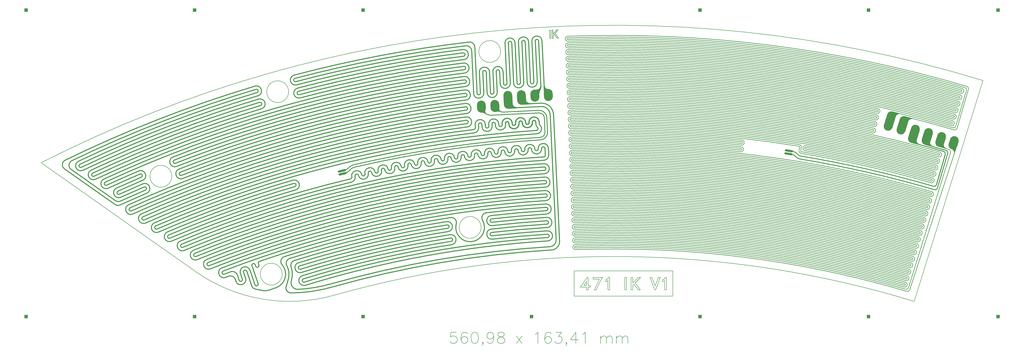
<source format=gbr>
%FSLAX36Y36*%
%MOIN*%
%SFA1.000B1.000*%

%MIA0B0*%
%IPPOS*%
%ADD10C,0.00100*%
%ADD11C,0.00200*%
%ADD12C,0.00400*%
%ADD13C,0.00800*%
%ADD14C,0.01969*%
%ADD15C,0.01600*%
%ADD20C,0.02362*%
%ADD46C,0.00669*%
%ADD47C,0.00984*%
%ADD48C,0.01339*%
%ADD49C,0.01378*%
%ADD50C,0.06400*%
%ADD51C,0.03200*%
%ADD52C,0.10236*%
%ADD53C,0.03032*%
%ADD55C,0.01516*%
%ADD56C,0.00689*%
%ADD58C,0.02480*%
%ADD59C,0.01240*%
%ADD62C,0.01000*%
%ADD67C,0.00500*%
%ADD68R,0.07874X0.07874*%
%LNcopper.471-ik-v*%
%LPD*%
G54D13*
X12854719Y6262868D03*
X13012830Y6079262D03*
X13169316Y6277996D03*
X13326943Y6104452D03*
X13483913Y6293124D03*
X12854719Y6184128D03*
X13012830Y6000522D03*
X13169316Y6199256D03*
X13326943Y6025712D03*
X13483913Y6214384D03*
G54D68*
X1614173Y8786198D03*
X5551181D03*
X9488189D03*
X13425197D03*
X17362205D03*
X21299213D03*
X24324476D03*
X9488189Y1614173D03*
X13425197D03*
X17362205D03*
X21299213D03*
X24324476D03*
X1614173D03*
X5551181D03*
G54D53*
X13074435Y6501662D02*
G01X12885283Y6492566D01*
G54D52*
X12932285Y6579474D02*
G75*
G03X12932285Y6579474I-51181D01*
X12921991Y6793545D02*
G03X12921991Y6793545I-51181D01*
G54D10*
X12972579Y6797938D02*
G01X12982825Y6584866D01*
X12779336Y6575080*
X12769089Y6788153*
X12972579Y6797938*
G54D11*
X12789061Y6788628D02*
G01X12972527D01*
X12779387Y6584390D02*
G01X12962854D01*
G54D50*
X12808886Y6616390D02*
G01X12949773D01*
X12806638Y6663136D02*
G01X12947525D01*
X12804390Y6709882D02*
G01X12945277D01*
X12802142Y6756628D02*
G01X12943029D01*
G54D11*
X12779386Y6584438D02*
G01X12769613Y6787677D01*
X12972528Y6788580D02*
G01X12982302Y6585341D01*
G54D50*
X12808886Y6616390D02*
G01X12802066Y6758202D01*
X12943029Y6756628D02*
G01X12949848Y6614816D01*
G54D12*
X12851796Y6790628D02*
G01X12971429D01*
X12912449Y6793545D02*
G01X12971288D01*
G54D11*
X12769613Y6787677D02*
G01X12972103Y6797415D01*
X12972528Y6788580*
G54D12*
X12770660Y6786726D02*
G01X12971153Y6796368D01*
X12971529Y6788532*
X12780626Y6579474D02*
G01X12839465D01*
X12780486Y6582390D02*
G01X12900118D01*
G54D11*
X12779811Y6575604D02*
G01X12779386Y6584438D01*
X12982302Y6585341D02*
G01X12779811Y6575604D01*
G54D12*
X12780762Y6576651D02*
G01X12780385Y6584486D01*
X12981255Y6586292D02*
G01X12780762Y6576651D01*
G54D11*
X12769615Y6787628D02*
G01X12972574D01*
G54D12*
X12770665Y6786628D02*
G01X12971621D01*
X12780294Y6586390D02*
G01X12770665Y6786628D01*
G54D13*
X12772763Y6784628D02*
G01X12969715D01*
X12782200Y6588390D02*
G01X12772763Y6784628D01*
G54D15*
X12776960Y6780628D02*
G01X12965903D01*
X12786012Y6592390D02*
G01X12776960Y6780628D01*
G54D51*
X12785354Y6772628D02*
G01X12958278D01*
X12793636Y6600390D02*
G01X12785354Y6772628D01*
G54D12*
X12971621Y6786628D02*
G01X12981250Y6586390D01*
G54D13*
X12969715Y6784628D02*
G01X12979151Y6588390D01*
G54D15*
X12965903Y6780628D02*
G01X12974955Y6592390D01*
G54D51*
X12958278Y6772628D02*
G01X12966561Y6600390D01*
G54D11*
X12982299Y6585390D02*
G01X12779340D01*
G54D12*
X12981250Y6586390D02*
G01X12780294D01*
G54D13*
X12979151Y6588390D02*
G01X12782200D01*
G54D15*
X12974955Y6592390D02*
G01X12786012D01*
G54D51*
X12966561Y6600390D02*
G01X12793636D01*
G54D10*
X13761326Y6942607D02*
G01X13763168Y6904282D01*
X13731196Y6902745*
X13729354Y6941070*
X13761326Y6942607*
G54D11*
X13749331Y6941546D02*
G01X13760877D01*
X13731644Y6903807D02*
G01X13743191D01*
G54D15*
X13738269Y6911807D02*
G01X13755298D01*
X13737747Y6922676D02*
G01X13754775D01*
X13737224Y6933546D02*
G01X13754253D01*
G54D11*
X13731643Y6903855D02*
G01X13729877Y6940595D01*
X13760878Y6941498D02*
G01X13762645Y6904757D01*
G54D15*
X13738269Y6911807D02*
G01X13737205Y6933939D01*
X13754253Y6933546D02*
G01X13755317Y6911413D01*
G54D11*
X13729877Y6940595D02*
G01X13760850Y6942084D01*
X13760878Y6941498*
X13731671Y6903269D02*
G01X13731643Y6903855D01*
X13762645Y6904757D02*
G01X13731671Y6903269D01*
X13729879Y6940546D02*
G01X13760924D01*
G54D12*
X13730929Y6939546D02*
G01X13759971D01*
X13732551Y6905807D02*
G01X13730929Y6939546D01*
G54D13*
X13733027Y6937546D02*
G01X13758065D01*
X13734457Y6907807D02*
G01X13733027Y6937546D01*
G54D12*
X13759971Y6939546D02*
G01X13761593Y6905807D01*
G54D13*
X13758065Y6937546D02*
G01X13759494Y6907807D01*
G54D11*
X13762642Y6904807D02*
G01X13731597D01*
G54D12*
X13761593Y6905807D02*
G01X13732551D01*
G54D13*
X13759494Y6907807D02*
G01X13734457D01*
G54D53*
X13719336Y7008564D02*
G03X13810423Y6925835I86907J4178D01*
G54D10*
X13916370Y6843321D02*
G01X13920104Y6765671D01*
X13716615Y6755886*
X13712881Y6833536*
X13916370Y6843321*
G54D11*
X13732853Y6834011D02*
G01X13916319D01*
X13716667Y6765195D02*
G01X13900132D01*
G54D51*
X13730916Y6781195D02*
G01X13903840D01*
X13730031Y6799603D02*
G01X13902955D01*
X13729145Y6818011D02*
G01X13902069D01*
G54D11*
X13716665Y6765243D02*
G01X13713404Y6833061D01*
X13916320Y6833963D02*
G01X13919581Y6766146D01*
G54D51*
X13730916Y6781195D02*
G01X13729108Y6818798D01*
X13902069Y6818011D02*
G01X13903878Y6780408D01*
G54D12*
X13795589Y6836011D02*
G01X13915220D01*
X13856242Y6838928D02*
G01X13915080D01*
G54D11*
X13713404Y6833061D02*
G01X13915895Y6842798D01*
X13916320Y6833963*
G54D12*
X13714451Y6832110D02*
G01X13914944Y6841751D01*
X13915321Y6833915*
X13717905Y6760279D02*
G01X13776744D01*
X13717765Y6763195D02*
G01X13837396D01*
G54D11*
X13717090Y6756409D02*
G01X13716665Y6765243D01*
X13919581Y6766146D02*
G01X13717090Y6756409D01*
G54D12*
X13718041Y6757456D02*
G01X13717664Y6765291D01*
X13918534Y6767097D02*
G01X13718041Y6757456D01*
G54D11*
X13713407Y6833011D02*
G01X13916366D01*
G54D12*
X13714456Y6832011D02*
G01X13915413D01*
X13717573Y6767195D02*
G01X13714456Y6832011D01*
G54D13*
X13716555Y6830011D02*
G01X13913506D01*
X13719479Y6769195D02*
G01X13716555Y6830011D01*
G54D15*
X13720751Y6826011D02*
G01X13909694D01*
X13723291Y6773195D02*
G01X13720751Y6826011D01*
G54D12*
X13915413Y6832011D02*
G01X13918529Y6767195D01*
G54D13*
X13913506Y6830011D02*
G01X13916431Y6769195D01*
G54D15*
X13909694Y6826011D02*
G01X13912234Y6773195D01*
G54D11*
X13919578Y6766195D02*
G01X13716620D01*
G54D12*
X13918529Y6767195D02*
G01X13717573D01*
G54D13*
X13916431Y6769195D02*
G01X13719479D01*
G54D15*
X13912234Y6773195D02*
G01X13723291D01*
G54D52*
X13865783Y6838928D02*
G03X13865783Y6838928I-51181D01*
X13869565Y6760279D02*
G03X13869565Y6760279I-51181D01*
G54D53*
X13624303Y6929302D02*
G03X13590027Y6771398I277515J-142911D01*
X13498813Y6848575D02*
G03X13640687Y7004782I-7166J149040D01*
X13727694Y6834749D02*
G01X13719336Y7008564D01*
G54D52*
X13236589Y6808673D02*
G03X13236589Y6808673I-51181D01*
X13554968Y6745151D02*
G03X13554968Y6745151I-51181D01*
X13551186Y6823801D02*
G03X13551186Y6823801I-51181D01*
G54D53*
X13385250Y6595439D02*
G01X13196098Y6586343D01*
X13278089Y6692766D02*
G03X13385250Y6595439I102244J4917D01*
G54D10*
X13601773Y6828193D02*
G01X13605507Y6750543D01*
X13402018Y6740758*
X13398284Y6818408*
X13601773Y6828193*
G54D11*
X13418256Y6818884D02*
G01X13601722D01*
X13402069Y6750068D02*
G01X13585535D01*
G54D51*
X13416319Y6766068D02*
G01X13589243D01*
X13415433Y6784476D02*
G01X13588358D01*
X13414548Y6802884D02*
G01X13587472D01*
G54D11*
X13402068Y6750116D02*
G01X13398807Y6817933D01*
X13601723Y6818836D02*
G01X13604984Y6751018D01*
G54D51*
X13416319Y6766068D02*
G01X13414510Y6803671D01*
X13587472Y6802884D02*
G01X13589281Y6765281D01*
G54D12*
X13480992Y6820884D02*
G01X13600623D01*
X13541645Y6823800D02*
G01X13600483D01*
G54D11*
X13398807Y6817933D02*
G01X13601298Y6827670D01*
X13601723Y6818836*
G54D12*
X13399854Y6816982D02*
G01X13600347Y6826623D01*
X13600724Y6818788*
X13403308Y6745151D02*
G01X13462146D01*
X13403168Y6748068D02*
G01X13522799D01*
G54D11*
X13402493Y6741281D02*
G01X13402068Y6750116D01*
X13604984Y6751018D02*
G01X13402493Y6741281D01*
G54D12*
X13403444Y6742328D02*
G01X13403067Y6750164D01*
X13603937Y6751969D02*
G01X13403444Y6742328D01*
G54D11*
X13398810Y6817884D02*
G01X13601769D01*
G54D12*
X13399859Y6816884D02*
G01X13600815D01*
X13402975Y6752068D02*
G01X13399859Y6816884D01*
G54D13*
X13401957Y6814884D02*
G01X13598909D01*
X13404882Y6754068D02*
G01X13401957Y6814884D01*
G54D15*
X13406154Y6810884D02*
G01X13595097D01*
X13408694Y6758068D02*
G01X13406154Y6810884D01*
G54D12*
X13600815Y6816884D02*
G01X13603932Y6752068D01*
G54D13*
X13598909Y6814884D02*
G01X13601834Y6754068D01*
G54D15*
X13595097Y6810884D02*
G01X13597637Y6758068D01*
G54D11*
X13604981Y6751068D02*
G01X13402022D01*
G54D12*
X13603932Y6752068D02*
G01X13402975D01*
G54D13*
X13601834Y6754068D02*
G01X13404882D01*
G54D15*
X13597637Y6758068D02*
G01X13408694D01*
G54D52*
X13243101Y6673251D02*
G03X13243101Y6673251I-51181D01*
G54D10*
X13287176Y6813065D02*
G01X13293640Y6678643D01*
X13090151Y6668858*
X13083687Y6803280*
X13287176Y6813065*
G54D11*
X13103659Y6803756D02*
G01X13287124D01*
X13090203Y6678167D02*
G01X13273668D01*
G54D51*
X13104452Y6694167D02*
G01X13277375D01*
X13103327Y6717564D02*
G01X13276250D01*
X13102202Y6740962D02*
G01X13275125D01*
X13101076Y6764359D02*
G01X13274000D01*
X13099951Y6787756D02*
G01X13272875D01*
G54D11*
X13090201Y6678215D02*
G01X13084210Y6802805D01*
X13287125Y6803708D02*
G01X13293116Y6679118D01*
G54D51*
X13104452Y6694167D02*
G01X13099913Y6788543D01*
X13272875Y6787756D02*
G01X13277413Y6693380D01*
G54D12*
X13166395Y6805756D02*
G01X13286026D01*
X13227047Y6808672D02*
G01X13285885D01*
G54D11*
X13084210Y6802805D02*
G01X13286700Y6812542D01*
X13287125Y6803708*
G54D12*
X13085257Y6801854D02*
G01X13285750Y6811495D01*
X13286126Y6803660*
X13091441Y6673251D02*
G01X13150280D01*
X13091301Y6676167D02*
G01X13210931D01*
G54D11*
X13090626Y6669381D02*
G01X13090201Y6678215D01*
X13293116Y6679118D02*
G01X13090626Y6669381D01*
G54D12*
X13091577Y6670428D02*
G01X13091200Y6678263D01*
X13292069Y6680069D02*
G01X13091577Y6670428D01*
G54D11*
X13084213Y6802756D02*
G01X13287171D01*
G54D12*
X13085262Y6801756D02*
G01X13286218D01*
X13091109Y6680167D02*
G01X13085262Y6801756D01*
G54D13*
X13087360Y6799756D02*
G01X13284312D01*
X13093015Y6682167D02*
G01X13087360Y6799756D01*
G54D15*
X13091557Y6795756D02*
G01X13280500D01*
X13096827Y6686167D02*
G01X13091557Y6795756D01*
G54D12*
X13286218Y6801756D02*
G01X13292065Y6680167D01*
G54D13*
X13284312Y6799756D02*
G01X13289966Y6682167D01*
G54D15*
X13280500Y6795756D02*
G01X13285769Y6686167D01*
G54D11*
X13293114Y6679167D02*
G01X13090156D01*
G54D12*
X13292065Y6680167D02*
G01X13091109D01*
G54D13*
X13289966Y6682167D02*
G01X13093015D01*
G54D15*
X13285769Y6686167D02*
G01X13096827D01*
G54D10*
X13310518Y6637767D02*
G01X13312525Y6596024D01*
X13264368Y6593709*
X13262361Y6635452*
X13310518Y6637767*
G54D11*
X13282337Y6635927D02*
G01X13310107D01*
X13264779Y6595549D02*
G01X13292548D01*
G54D15*
X13271403Y6603549D02*
G01X13304654D01*
X13270817Y6615738D02*
G01X13304068D01*
X13270231Y6627927D02*
G01X13303482D01*
G54D11*
X13264777Y6595597D02*
G01X13262884Y6634976D01*
X13310108Y6635879D02*
G01X13312001Y6596500D01*
G54D15*
X13271403Y6603549D02*
G01X13270212Y6628321D01*
X13303482Y6627927D02*
G01X13304673Y6603156D01*
G54D11*
X13303463Y6636927D02*
G01X13310058D01*
X13262884Y6634976D02*
G01X13310043Y6637244D01*
X13310108Y6635879*
X13264828Y6594549D02*
G01X13271423D01*
X13264843Y6594233D02*
G01X13264777Y6595597D01*
X13312001Y6596500D02*
G01X13264843Y6594233D01*
X13262887Y6634927D02*
G01X13310154D01*
G54D12*
X13263936Y6633927D02*
G01X13309201D01*
X13265685Y6597549D02*
G01X13263936Y6633927D01*
G54D13*
X13266034Y6631927D02*
G01X13307295D01*
X13267591Y6599549D02*
G01X13266034Y6631927D01*
G54D12*
X13309201Y6633927D02*
G01X13310950Y6597549D01*
G54D13*
X13307295Y6631927D02*
G01X13308851Y6599549D01*
G54D11*
X13311999Y6596549D02*
G01X13264732D01*
G54D12*
X13310950Y6597549D02*
G01X13265685D01*
G54D13*
X13308851Y6599549D02*
G01X13267591D01*
G54D10*
X12999703Y6543990D02*
G01X13001710Y6502247D01*
X12953552Y6499932*
X12951546Y6541675*
X12999703Y6543990*
G54D11*
X12971522Y6542150D02*
G01X12999292D01*
X12953963Y6501772D02*
G01X12981733D01*
G54D15*
X12960588Y6509772D02*
G01X12993839D01*
X12960002Y6521961D02*
G01X12993253D01*
X12959416Y6534150D02*
G01X12992667D01*
G54D11*
X12953962Y6501820D02*
G01X12952069Y6541200D01*
X12999293Y6542102D02*
G01X13001186Y6502723D01*
G54D15*
X12960588Y6509772D02*
G01X12959397Y6534544D01*
X12992667Y6534150D02*
G01X12993858Y6509379D01*
G54D11*
X12992648Y6543150D02*
G01X12999243D01*
X12952069Y6541200D02*
G01X12999227Y6543467D01*
X12999293Y6542102*
X12954013Y6500772D02*
G01X12960607D01*
X12954028Y6500456D02*
G01X12953962Y6501820D01*
X13001186Y6502723D02*
G01X12954028Y6500456D01*
X12952071Y6541150D02*
G01X12999339D01*
G54D12*
X12953121Y6540150D02*
G01X12998386D01*
X12954869Y6503772D02*
G01X12953121Y6540150D01*
G54D13*
X12955219Y6538150D02*
G01X12996480D01*
X12956776Y6505772D02*
G01X12955219Y6538150D01*
G54D12*
X12998386Y6540150D02*
G01X13000135Y6503772D01*
G54D13*
X12996480Y6538150D02*
G01X12998036Y6505772D01*
G54D11*
X13001184Y6502772D02*
G01X12953916D01*
G54D12*
X13000135Y6503772D02*
G01X12954869D01*
G54D13*
X12998036Y6505772D02*
G01X12956776D01*
G54D53*
X12967274Y6598989D02*
G03X13074435Y6501662I102244J4917D01*
X13495807Y6911101D02*
G01X13558333Y6914108D01*
Y6914108D02*
G03X13640687Y7004782I-4160J86514D01*
G54D10*
X13591151Y6919662D02*
G01X13592997Y6881337D01*
X13555576Y6879534*
X13553730Y6917860*
X13591151Y6919662*
G54D11*
X13573668Y6918335D02*
G01X13590716D01*
X13556012Y6880861D02*
G01X13573060D01*
G54D15*
X13562636Y6888861D02*
G01X13585126D01*
X13562119Y6899598D02*
G01X13584609D01*
X13561601Y6910335D02*
G01X13584092D01*
G54D11*
X13556011Y6880909D02*
G01X13554254Y6917385D01*
X13590717Y6918287D02*
G01X13592474Y6881812D01*
G54D15*
X13562636Y6888861D02*
G01X13561582Y6910729D01*
X13584092Y6910335D02*
G01X13585145Y6888467D01*
G54D11*
X13554254Y6917385D02*
G01X13590676Y6919139D01*
X13590717Y6918287*
X13556052Y6880058D02*
G01X13556011Y6880909D01*
X13592474Y6881812D02*
G01X13556052Y6880058D01*
X13554256Y6917335D02*
G01X13590763D01*
G54D12*
X13555306Y6916335D02*
G01X13589810D01*
X13556918Y6882861D02*
G01X13555306Y6916335D01*
G54D13*
X13557404Y6914335D02*
G01X13587904D01*
X13558824Y6884861D02*
G01X13557404Y6914335D01*
G54D12*
X13589810Y6916335D02*
G01X13591422Y6882861D01*
G54D13*
X13587904Y6914335D02*
G01X13589323Y6884861D01*
G54D11*
X13592471Y6881861D02*
G01X13555965D01*
G54D12*
X13591422Y6882861D02*
G01X13556918D01*
G54D13*
X13589323Y6884861D02*
G01X13558824D01*
G54D14*
X13633328Y5749189D02*
G03X9294462Y5111594I1711218J-26726829D01*
X13633328Y5749189D02*
G03X13798969Y5934502I-11320J176803D01*
Y5934502D02*
G01X13782852Y6269672D01*
Y6269672D02*
G03X13597381Y6438123I-176960J-8509D01*
Y6438123D02*
G01X12777044Y6398676D01*
X12569450Y6503145D02*
G03X12777044Y6398676I196248J131479D01*
X12680678Y6414234D02*
G03X12599634Y6415687I-42510J-110195D01*
X12661077Y6490325D02*
G03X12725738Y6401808I77981J-10911D01*
G54D52*
X12620631Y6503144D02*
G03X12620631Y6503144I-51181D01*
X12616849Y6581794D02*
G03X12616849Y6581794I-51181D01*
G54D10*
X12667437Y6586187D02*
G01X12671170Y6508537D01*
X12467681Y6498752*
X12463947Y6576402*
X12667437Y6586187*
G54D11*
X12483919Y6576877D02*
G01X12667385D01*
X12467733Y6508061D02*
G01X12651199D01*
G54D51*
X12481982Y6524061D02*
G01X12654906D01*
X12481097Y6542469D02*
G01X12654021D01*
X12480212Y6560877D02*
G01X12653136D01*
G54D11*
X12467732Y6508109D02*
G01X12464471Y6575927D01*
X12667386Y6576829D02*
G01X12670647Y6509012D01*
G54D51*
X12481982Y6524061D02*
G01X12480174Y6561664D01*
X12653136Y6560877D02*
G01X12654944Y6523274D01*
G54D12*
X12546656Y6578877D02*
G01X12666286D01*
X12607308Y6581794D02*
G01X12666146D01*
G54D11*
X12464471Y6575927D02*
G01X12666961Y6585664D01*
X12667386Y6576829*
G54D12*
X12465518Y6574976D02*
G01X12666010Y6584617D01*
X12666387Y6576781*
X12468972Y6503145D02*
G01X12527810D01*
X12468832Y6506061D02*
G01X12588462D01*
G54D11*
X12468157Y6499275D02*
G01X12467732Y6508109D01*
X12670647Y6509012D02*
G01X12468157Y6499275D01*
G54D12*
X12469108Y6500322D02*
G01X12468731Y6508157D01*
X12669600Y6509963D02*
G01X12469108Y6500322D01*
G54D11*
X12464473Y6575877D02*
G01X12667432D01*
G54D12*
X12465523Y6574877D02*
G01X12666479D01*
X12468639Y6510061D02*
G01X12465523Y6574877D01*
G54D13*
X12467621Y6572877D02*
G01X12664573D01*
X12470545Y6512061D02*
G01X12467621Y6572877D01*
G54D15*
X12471818Y6568877D02*
G01X12660760D01*
X12474358Y6516061D02*
G01X12471818Y6568877D01*
G54D12*
X12666479Y6574877D02*
G01X12669595Y6510061D01*
G54D13*
X12664573Y6572877D02*
G01X12667497Y6512061D01*
G54D15*
X12660760Y6568877D02*
G01X12663300Y6516061D01*
G54D11*
X12670645Y6509061D02*
G01X12467686D01*
G54D12*
X12669595Y6510061D02*
G01X12468639D01*
G54D13*
X12667497Y6512061D02*
G01X12470545D01*
G54D15*
X12663300Y6516061D02*
G01X12474358D01*
G54D10*
X12657755Y6458942D02*
G01X12679270Y6434916D01*
X12658019Y6415884*
X12636503Y6439910*
X12657755Y6458942*
G54D11*
X12637273Y6439949D02*
G01X12674112D01*
X12641661Y6434877D02*
G01X12678501D01*
G54D13*
X12646260Y6443949D02*
G01X12666482D01*
X12652791Y6449798D02*
G01X12661244D01*
G54D11*
X12637209Y6439871D02*
G01X12657716Y6458236D01*
X12674689Y6439282*
G54D13*
X12641445Y6439638D02*
G01X12657482Y6453999D01*
X12672454Y6437281*
G54D11*
X12640786Y6435877D02*
G01X12677738D01*
X12639411Y6437413D02*
G01X12676363D01*
X12638035Y6438949D02*
G01X12674987D01*
X12641084Y6435544D02*
G01X12637209Y6439871D01*
X12674689Y6439282D02*
G01X12678564Y6434955D01*
G54D13*
X12654529Y6425028D02*
G01X12662982D01*
X12649291Y6430877D02*
G01X12669514D01*
G54D11*
X12658058Y6416590D02*
G01X12641084Y6435544D01*
X12678564Y6434955D02*
G01X12658058Y6416590D01*
G54D13*
X12658291Y6420827D02*
G01X12643319Y6437545D01*
X12674328Y6435188D02*
G01X12658291Y6420827D01*
G54D12*
X12657638Y6456824D02*
G01X12670958Y6441949D01*
X12641028D02*
G01X12657638Y6456824D01*
X12658135Y6418002D02*
G01X12644815Y6432877D01*
X12674745D02*
G01X12658135Y6418002D01*
G54D14*
X13629554Y5808124D02*
G03X9281121Y5169123I1714992J-26785764D01*
X13629554Y5808124D02*
G03X13739982Y5931666I-7547J117869D01*
Y5931666D02*
G01X13723865Y6266835D01*
Y6266835D02*
G03X13600218Y6379136I-117974J-5673D01*
Y6379136D02*
G01X12490624Y6325780D01*
X12254853Y6488017D02*
G03X12490624Y6325780I224425J73711D01*
X12339632Y6450972D02*
G03X12378038Y6348302I72153J-31528D01*
X12337996Y6372415D02*
G03X12260345Y6395660I-70641J-94656D01*
G54D52*
X12306034Y6488017D02*
G03X12306034Y6488017I-51181D01*
X12302252Y6566666D02*
G03X12302252Y6566666I-51181D01*
G54D10*
X12323678Y6427643D02*
G01X12343009Y6397117D01*
X12318908Y6381854*
X12299577Y6412381*
X12323678Y6427643*
G54D11*
X12300727Y6412536D02*
G01X12332672D01*
X12309915Y6396962D02*
G01X12341859D01*
G54D12*
X12309850Y6398962D02*
G01X12340066D01*
X12308018Y6401855D02*
G01X12338233D01*
X12306185Y6404749D02*
G01X12336401D01*
X12304353Y6407643D02*
G01X12334569D01*
X12302521Y6410536D02*
G01X12332736D01*
G54D11*
X12309594Y6397497D02*
G01X12300267Y6412226D01*
X12332992Y6412001D02*
G01X12342320Y6397272D01*
G54D12*
X12310439Y6398032D02*
G01X12301647Y6411916D01*
X12332147Y6411466D02*
G01X12340940Y6397581D01*
X12305784Y6414536D02*
G01X12330203D01*
X12310441Y6417485D02*
G01X12328336D01*
X12315099Y6420435D02*
G01X12326468D01*
X12319756Y6423384D02*
G01X12324600D01*
G54D11*
X12300267Y6412226D02*
G01X12323523Y6426953D01*
X12332992Y6412001*
G54D12*
X12301647Y6411916D02*
G01X12323214Y6425574D01*
X12332147Y6411466*
X12317986Y6386114D02*
G01X12322831D01*
X12316119Y6389063D02*
G01X12327488D01*
X12314251Y6392013D02*
G01X12332146D01*
X12312383Y6394962D02*
G01X12336803D01*
G54D11*
X12319063Y6382544D02*
G01X12309594Y6397497D01*
X12342320Y6397272D02*
G01X12319063Y6382544D01*
G54D12*
X12319373Y6383924D02*
G01X12310439Y6398032D01*
X12340940Y6397581D02*
G01X12319373Y6383924D01*
G54D10*
X12352840Y6571059D02*
G01X12356573Y6493409D01*
X12153084Y6483624*
X12149350Y6561274*
X12352840Y6571059*
G54D11*
X12169322Y6561750D02*
G01X12352788D01*
X12153136Y6492934D02*
G01X12336602D01*
G54D51*
X12167385Y6508934D02*
G01X12340309D01*
X12166500Y6527342D02*
G01X12339424D01*
X12165615Y6545750D02*
G01X12338539D01*
G54D11*
X12153135Y6492982D02*
G01X12149874Y6560799D01*
X12352789Y6561702D02*
G01X12356050Y6493884D01*
G54D51*
X12167385Y6508934D02*
G01X12165577Y6546537D01*
X12338539Y6545750D02*
G01X12340347Y6508147D01*
G54D12*
X12232058Y6563750D02*
G01X12351689D01*
X12292711Y6566666D02*
G01X12351549D01*
G54D11*
X12149874Y6560799D02*
G01X12352364Y6570536D01*
X12352789Y6561702*
G54D12*
X12150921Y6559848D02*
G01X12351413Y6569489D01*
X12351790Y6561654*
X12154375Y6488017D02*
G01X12213214D01*
X12154234Y6490934D02*
G01X12273868D01*
G54D11*
X12153559Y6484147D02*
G01X12153135Y6492982D01*
X12356050Y6493884D02*
G01X12153559Y6484147D01*
G54D12*
X12154510Y6485194D02*
G01X12154134Y6493030D01*
X12355003Y6494835D02*
G01X12154510Y6485194D01*
G54D11*
X12149876Y6560750D02*
G01X12352835D01*
G54D12*
X12150925Y6559750D02*
G01X12351882D01*
X12154042Y6494934D02*
G01X12150925Y6559750D01*
G54D13*
X12153024Y6557750D02*
G01X12349975D01*
X12155948Y6496934D02*
G01X12153024Y6557750D01*
G54D15*
X12157221Y6553750D02*
G01X12346163D01*
X12159760Y6500934D02*
G01X12157221Y6553750D01*
G54D12*
X12351882Y6559750D02*
G01X12354998Y6494934D01*
G54D13*
X12349975Y6557750D02*
G01X12352900Y6496934D01*
G54D15*
X12346163Y6553750D02*
G01X12348703Y6500934D01*
G54D11*
X12356048Y6493934D02*
G01X12153089D01*
G54D12*
X12354998Y6494934D02*
G01X12154042D01*
G54D13*
X12352900Y6496934D02*
G01X12155948D01*
G54D15*
X12348703Y6500934D02*
G01X12159760D01*
G54D55*
X13392829Y6595439D02*
G03X13392829Y6595439I-7579D01*
X13726915Y7008564D02*
G03X13726915Y7008564I-7579D01*
X13648266Y7004782D02*
G03X13648266Y7004782I-7579D01*
X13082014Y6501662D02*
G03X13082014Y6501662I-7579D01*
G54D49*
X23358869Y5596287D02*
G01X22261950Y2243569D01*
X22187541Y2205152D02*
G03X22261950Y2243569I18099J56213D01*
X22187541Y2205152D02*
G03X14452485Y3179132I-6847989J-23182926D01*
X14448318Y3297169D02*
G03X14452485Y3179133I2083J-59018D01*
X22135747Y2343438D02*
G03X14448318Y3297170I-6796182J-23321107D01*
X22135747Y2343438D02*
G03X22146755Y2381237I3353J19526D01*
Y2381237D02*
G03X14446706Y3336507I-6807190J-23358905D01*
X14442508Y3454543D02*
G03X14446706Y3336507I2099J-59018D01*
X22179806Y2494629D02*
G03X14442508Y3454543I-6840242J-23472296D01*
X22179806Y2494629D02*
G03X22190811Y2532430I5294J18961D01*
Y2532430D02*
G03X14440927Y3493881I-6851246J-23510096D01*
X14436425Y3611906D02*
G03X14440927Y3493880I2251J-59013D01*
X22223866Y2645820D02*
G03X14436425Y3611906I-6884301J-23623486D01*
X22223866Y2645820D02*
G03X22234866Y2683622I4570J19172D01*
Y2683622D02*
G03X14435148Y3651255I-6895301J-23661289D01*
X14430814Y3769286D02*
G03X14435148Y3651254I2167J-59016D01*
X22268026Y2796982D02*
G03X14430814Y3769286I-6928461J-23774648D01*
X22268026Y2796982D02*
G03X22278926Y2834813I5450J18915D01*
Y2834813D02*
G03X14429370Y3808630I-6939362J-23812479D01*
X14424867Y3926654D02*
G03X14429370Y3808630I2252J-59012D01*
X22311986Y2948203D02*
G03X14424867Y3926655I-6972421J-23925869D01*
X22311986Y2948203D02*
G03X22322998Y2986001I3324J19535D01*
Y2986001D02*
G03X14423591Y3966004I-6983433J-23963666D01*
X14419423Y4084041D02*
G03X14423591Y3966004I2084J-59019D01*
X22356045Y3099394D02*
G03X14419423Y4084041I-7016480J-24077057D01*
X22356045Y3099394D02*
G03X22367046Y3137195I4417J19216D01*
Y3137196D02*
G03X14417812Y4123378I-7027480J-24114859D01*
X14413309Y4241403D02*
G03X14417812Y4123377I2252J-59013D01*
X22399956Y3250629D02*
G03X14413309Y4241403I-7060391J-24228292D01*
X22399956Y3250629D02*
G03X22411112Y3288385I3752J19417D01*
Y3288385D02*
G03X14412033Y4280752I-7071547J-24266047D01*
X14407531Y4398777D02*
G03X14412033Y4280753I2251J-59012D01*
X22444164Y3401776D02*
G03X14407531Y4398777I-7104599J-24379438D01*
X22444164Y3401776D02*
G03X22455164Y3439579I4872J19084D01*
Y3439579D02*
G03X14406254Y4438127I-7115599J-24417241D01*
X14401920Y4556157D02*
G03X14406254Y4438127I2167J-59015D01*
X22488224Y3552968D02*
G03X14401920Y4556157I-7148658J-24530630D01*
X22488224Y3552968D02*
G03X22499230Y3590768I3739J19414D01*
Y3590768D02*
G03X14400475Y4595501I-7159664J-24568429D01*
X14396141Y4713532D02*
G03X14400475Y4595500I2167J-59016D01*
X22532284Y3704159D02*
G03X14396141Y4713532I-7192718J-24681819D01*
X22532284Y3704159D02*
G03X22543284Y3741961I5287J18963D01*
Y3741961D02*
G03X14394696Y4752875I-7203719J-24719620D01*
X14390362Y4870906D02*
G03X14394696Y4752874I2167J-59016D01*
X22576343Y3855350D02*
G03X14390362Y4870906I-7236777J-24833009D01*
X22576343Y3855350D02*
G03X22587343Y3893152I5229J18980D01*
Y3893152D02*
G03X14388917Y4910249I-7247777J-24870811D01*
X14384445Y5028275D02*
G03X14388917Y4910250I2236J-59012D01*
X22620403Y4006541D02*
G03X14384445Y5028275I-7280838J-24984200D01*
X22620403Y4006541D02*
G03X22631408Y4044342I4893J19078D01*
Y4044342D02*
G03X14383138Y5067624I-7291842J-25022000D01*
X14378804Y5185654D02*
G03X14383138Y5067624I2167J-59015D01*
X22664347Y4157767D02*
G03X14378804Y5185655I-7324781J-25135425D01*
X22664347Y4157767D02*
G03X22675468Y4195533I5561J18883D01*
Y4195533D02*
G03X14377359Y5224998I-7335902J-25173190D01*
X14373162Y5343034D02*
G03X14377359Y5224998I2098J-59018D01*
X22708331Y4308980D02*
G03X14373162Y5343034I-7368764J-25286636D01*
X22708331Y4308980D02*
G03X22719530Y4346724I4194J19289D01*
Y4346724D02*
G03X14371581Y5382372I-7379963J-25324380D01*
X14367246Y5500403D02*
G03X14371581Y5382372I2167J-59016D01*
X22752582Y4460115D02*
G03X14367246Y5500403I-7413016J-25437770D01*
X22752582Y4460115D02*
G03X22763582Y4497917I5696J18844D01*
Y4497917D02*
G03X14365825Y5539747I-7424016J-25475573D01*
X14361467Y5657777D02*
G03X14365825Y5539747I2179J-59015D01*
X18314892Y5509141D02*
G03X14361467Y5657778I-2975330J-26486829D01*
X18314892Y5509141D02*
G03X18319859Y5548201I2483J19530D01*
Y5548200D02*
G03X14360023Y5697120I-2980296J-26525887D01*
X14355690Y5815151D02*
G03X14360023Y5697122I2773J-58992D01*
X18332757Y5665604D02*
G03X14355690Y5815151I-2993198J-26643319D01*
X18332757Y5665604D02*
G03X18337152Y5704729I1916J19594D01*
Y5704728D02*
G03X14354244Y5854495I-2997598J-26682483D01*
X14349910Y5972526D02*
G03X14354244Y5854494I2167J-59016D01*
X19679387Y5639209D02*
G03X14349910Y5972526I-4339851J-26617111D01*
X19727987Y5571387D02*
G03X19679387Y5639209I-58376J9493D01*
X19727987Y5571387D02*
G01X19715091Y5493710D01*
Y5493710D02*
G03X19731287Y5471074I20744J-2270D01*
X22766925Y4783883D02*
G03X19731287Y5471074I-7427367J-25761597D01*
X22766925Y4783883D02*
G03X22777947Y4821679I5802J18813D01*
Y4821679D02*
G03X19815223Y5496929I-7438393J-25799433D01*
X19834911Y5613384D02*
G03X19815223Y5496928I-9844J-58228D01*
X22809991Y4935361D02*
G03X19834911Y5613384I-7470455J-25913263D01*
X22809991Y4935361D02*
G03X22821004Y4973160I4580J19170D01*
Y4973160D02*
G03X14348465Y6011870I-7481474J-25951104D01*
X14344267Y6129905D02*
G03X14348465Y6011869I2099J-59018D01*
X22853750Y5086640D02*
G03X14344267Y6129905I-7514186J-26064310D01*
X22853750Y5086640D02*
G03X22864770Y5124437I5510J18898D01*
Y5124437D02*
G03X14342686Y6169244I-7525210J-26102146D01*
X14338184Y6287268D02*
G03X14342686Y6169244I2251J-59012D01*
X22897589Y5237895D02*
G03X14338184Y6287268I-7558027J-26215585D01*
X22897589Y5237895D02*
G03X22908607Y5275693I5509J18899D01*
Y5275693D02*
G03X14336907Y6326618I-7569051J-26253434D01*
X14332740Y6444654D02*
G03X14336907Y6326618I2083J-59018D01*
X22941227Y5389209D02*
G03X14332740Y6444655I-7601669J-26366926D01*
X22941227Y5389209D02*
G03X22952195Y5427020I4759J19116D01*
Y5427020D02*
G03X14331128Y6483992I-7612643J-26404788D01*
X14326656Y6602018D02*
G03X14331128Y6483992I2236J-59013D01*
X21400267Y5946909D02*
G03X14326656Y6602017I-6060726J-26924775D01*
X21400267Y5946909D02*
G03X21409054Y5985286I3953J19289D01*
Y5985286D02*
G03X14325349Y6641366I-6069511J-26963136D01*
X14321015Y6759397D02*
G03X14325349Y6641366I2167J-59016D01*
X21434936Y6100526D02*
G03X14321015Y6759397I-6095393J-27078376D01*
X21434936Y6100526D02*
G03X21443608Y6138930I3596J19369D01*
Y6138929D02*
G03X14319570Y6798740I-6104064J-27116779D01*
X14315236Y6916771D02*
G03X14319570Y6798740I2167J-59016D01*
X21469488Y6254169D02*
G03X14315236Y6916771I-6129945J-27232018D01*
X21469488Y6254169D02*
G03X21478178Y6292569I3929J19294D01*
Y6292568D02*
G03X14313791Y6956115I-6138635J-27270417D01*
X14309457Y7074145D02*
G03X14313791Y6956115I2167J-59015D01*
X21503864Y6407852D02*
G03X14309457Y7074145I-6164321J-27385702D01*
X21503864Y6407852D02*
G03X21512782Y6446200I4459J19174D01*
Y6446200D02*
G03X14308012Y7113489I-6173239J-27424049D01*
X14303678Y7231520D02*
G03X14308012Y7113489I2167J-59016D01*
X23236776Y6123354D02*
G03X14303678Y7231520I-7897209J-27100998D01*
X23236776Y6123354D02*
G03X23248253Y6161017I5160J19008D01*
Y6161017D02*
G03X14302234Y7270863I-7908685J-27138662D01*
X14297899Y7388894D02*
G03X14302234Y7270863I2167J-59016D01*
X23280856Y6273356D02*
G03X14297899Y7388894I-7939365J-27206599D01*
X23280856Y6273356D02*
G03X23292301Y6312212I5223J19575D01*
Y6312212D02*
G03X14296455Y7428238I-7952733J-27289855D01*
X14292121Y7546268D02*
G03X14296455Y7428237I2167J-59016D01*
X23325357Y6425602D02*
G03X14292121Y7546268I-7985788J-27403245D01*
X23325357Y6425602D02*
G03X23336365Y6463401I6172J18705D01*
Y6463401D02*
G03X14290676Y7585611I-7996798J-27441044D01*
X14286509Y7703649D02*
G03X14290676Y7585611I2083J-59019D01*
X23369417Y6576793D02*
G03X14286509Y7703649I-8029849J-27554434D01*
X23369417Y6576793D02*
G03X23380410Y6614597I5125J19010D01*
Y6614597D02*
G03X14284897Y7742986I-8040842J-27592238D01*
X14280563Y7861017D02*
G03X14284897Y7742986I2167J-59016D01*
X23413311Y6728033D02*
G03X14280563Y7861017I-8073743J-27705674D01*
X23413311Y6728033D02*
G03X23424482Y6765785I5586J18876D01*
Y6765785D02*
G03X14279118Y7900360I-8084914J-27743426D01*
X14274784Y8018391D02*
G03X14279118Y7900360I2167J-59016D01*
X23457536Y6879175D02*
G03X14274784Y8018390I-8117967J-27856815D01*
X23457536Y6879175D02*
G03X23468550Y6916974I4238J19269D01*
Y6916974D02*
G03X14273339Y8057735I-8128981J-27894614D01*
X14269005Y8175765D02*
G03X14273339Y8057735I2167J-59015D01*
X23593599Y7003391D02*
G03X14269005Y8175765I-8254074J-27981373D01*
X23632016Y6928982D02*
G03X23593599Y7003391I-56213J18099D01*
X23632016Y6928982D02*
G01X23368658Y6021836D01*
X23294249Y5983419D02*
G03X23368658Y6021836I18099J56213D01*
X23294249Y5983419D02*
G03X22155053Y6293677I-7954475J-26960416D01*
X23175869Y5525766D02*
G03X22929258Y5597437I-7836483J-26504146D01*
X23214088Y5451370D02*
G03X23175869Y5525766I-53514J19524D01*
X23214088Y5451370D02*
G01X22233621Y2292953D01*
X22159212Y2254536D02*
G03X22233621Y2292953I18099J56213D01*
X22159212Y2254536D02*
G03X14451040Y3218477I-6819670J-23232383D01*
X14449596Y3257820D02*
G03X14451040Y3218476I722J-19672D01*
X22124732Y2305640D02*
G03X14449596Y3257820I-6785167J-23283308D01*
X22124732Y2305640D02*
G03X22157777Y2419034I18091J56240D01*
Y2419033D02*
G03X14445262Y3375850I-6818212J-23396702D01*
X14443720Y3415190D02*
G03X14445262Y3375851I771J-19670D01*
X22168799Y2456829D02*
G03X14443720Y3415190I-6829234J-23434497D01*
X22168799Y2456829D02*
G03X22201836Y2570225I16519J56698D01*
Y2570224D02*
G03X14439483Y3533224I-6862271J-23547891D01*
X14438038Y3572568D02*
G03X14439483Y3533226I1125J-19656D01*
X22212851Y2608022D02*
G03X14438038Y3572568I-6873286J-23585689D01*
X22212851Y2608022D02*
G03X22245896Y2721416I17643J56370D01*
Y2721416D02*
G03X14433625Y3690597I-6906332J-23699082D01*
X14432259Y3729943D02*
G03X14433625Y3690596I683J-19674D01*
X22256919Y2759211D02*
G03X14432259Y3729942I-6917354J-23736877D01*
X22256919Y2759211D02*
G03X22289956Y2872607I17534J56402D01*
Y2872607D02*
G03X14427925Y3847973I-6950390J-23850272D01*
X14426480Y3887317D02*
G03X14427925Y3847973I723J-19672D01*
X22300971Y2910405D02*
G03X14426480Y3887317I-6961406J-23888070D01*
X22300971Y2910405D02*
G03X22334015Y3023799I16522J56697D01*
Y3023798D02*
G03X14422146Y4005347I-6994450J-24001462D01*
X14420701Y4044691D02*
G03X14422146Y4005347I1800J-19632D01*
X22345030Y3061596D02*
G03X14420701Y4044691I-7005465J-24039260D01*
X22345030Y3061596D02*
G03X22378075Y3174990I17799J56325D01*
Y3174990D02*
G03X14416367Y4162722I-7038510J-24152653D01*
X14414909Y4202065D02*
G03X14416367Y4162721I729J-19672D01*
X22389097Y3212785D02*
G03X14414909Y4202065I-7049532J-24190448D01*
X22389097Y3212785D02*
G03X22422135Y3326180I19219J55911D01*
Y3326181D02*
G03X14410588Y4320096I-7082569J-24303843D01*
X14409144Y4359440D02*
G03X14410588Y4320096I722J-19672D01*
X22433151Y3363978D02*
G03X14409144Y4359439I-7093585J-24341640D01*
X22433151Y3363978D02*
G03X22466194Y3477372I17554J56396D01*
Y3477372D02*
G03X14404809Y4477470I-7126628J-24455034D01*
X14403365Y4516814D02*
G03X14404809Y4477470I2472J-19608D01*
X22477209Y3515170D02*
G03X14403365Y4516814I-7137643J-24492831D01*
X22477209Y3515170D02*
G03X22510254Y3628563I15700J56936D01*
Y3628563D02*
G03X14399030Y4634844I-7170688J-24606224D01*
X14397586Y4674188D02*
G03X14399030Y4634844I3141J-19583D01*
X22521274Y3666360D02*
G03X14397586Y4674188I-7181708J-24644020D01*
X22521274Y3666360D02*
G03X22554314Y3779755I17977J56273D01*
Y3779755D02*
G03X14393251Y4792219I-7214748J-24757414D01*
X14391727Y4831559D02*
G03X14393251Y4792219I762J-19670D01*
X22565341Y3817549D02*
G03X14391727Y4831560I-7225776J-24795209D01*
X22565341Y3817549D02*
G03X22598373Y3930946I16516J56698D01*
Y3930946D02*
G03X14387473Y4949593I-7258807J-24908604D01*
X14386015Y4988936D02*
G03X14387473Y4949593I729J-19671D01*
X22609388Y3968744D02*
G03X14386015Y4988936I-7269822J-24946403D01*
X22609388Y3968744D02*
G03X22642433Y4082137I17363J56451D01*
Y4082137D02*
G03X14381694Y5106967I-7302867J-25059794D01*
X14380169Y5146308D02*
G03X14381694Y5106967I762J-19671D01*
X22653453Y4119933D02*
G03X14380169Y5146307I-7313887J-25097591D01*
X22653453Y4119933D02*
G03X22686492Y4233328I16519J56697D01*
Y4233328D02*
G03X14375915Y5264341I-7346926J-25210985D01*
X14374373Y5303681D02*
G03X14375915Y5264342I771J-19669D01*
X22697513Y4271125D02*
G03X14374373Y5303682I-7357946J-25248782D01*
X22697513Y4271125D02*
G03X22730552Y4384520I17641J56371D01*
Y4384520D02*
G03X14370136Y5421716I-7390986J-25362175D01*
X14368678Y5461059D02*
G03X14370136Y5421716I729J-19671D01*
X22741575Y4422315D02*
G03X14368678Y5461059I-7402009J-25399970D01*
X22741575Y4422315D02*
G03X22774612Y4535710I17361J56452D01*
Y4535711D02*
G03X14364420Y5579092I-7435045J-25513365D01*
X14362912Y5618434D02*
G03X14364420Y5579092I754J-19671D01*
X18309925Y5470081D02*
G03X14362912Y5618434I-2970363J-26447768D01*
X18309925Y5470081D02*
G03X18324826Y5587260I7450J58590D01*
Y5587260D02*
G03X14358578Y5736464I-2985263J-26564948D01*
X14357133Y5775808D02*
G03X14358578Y5736464I723J-19672D01*
X18328362Y5626481D02*
G03X14357133Y5775808I-2988799J-26604169D01*
X18328362Y5626481D02*
G03X18341547Y5743850I6592J58684D01*
Y5743850D02*
G03X14352799Y5893838I-3002006J-26721708D01*
X14351355Y5933182D02*
G03X14352799Y5893838I977J-19663D01*
X19672938Y5600371D02*
G03X14351355Y5933182I-4333399J-26578244D01*
X19689140Y5577779D02*
G03X19672938Y5600371I-19646J3017D01*
X19689140Y5577779D02*
G01X19676244Y5500102D01*
Y5500102D02*
G03X19724838Y5432236I58551J-9406D01*
X22755908Y4746086D02*
G03X19724838Y5432236I-7416346J-25723774D01*
X22755908Y4746086D02*
G03X22787961Y4859765I17617J56391D01*
Y4859765D02*
G03X19821786Y5535746I-7448419J-25837624D01*
X19828348Y5574565D02*
G03X19821786Y5535746I-3281J-19410D01*
X22798980Y4897562D02*
G03X19828348Y5574565I-7459441J-25875436D01*
X22798980Y4897562D02*
G03X22832025Y5010956I17778J56331D01*
Y5010956D02*
G03X14347020Y6051213I-7492496J-25988911D01*
X14345575Y6090556D02*
G03X14347020Y6051213I3576J-19567D01*
X22842733Y5048842D02*
G03X14345575Y6090556I-7503166J-26026488D01*
X22842733Y5048842D02*
G03X22875563Y5162297I17934J56288D01*
Y5162298D02*
G03X14341241Y6208587I-7536000J-26139972D01*
X14339797Y6247930D02*
G03X14341241Y6208587I2008J-19624D01*
X22886576Y5200097D02*
G03X14339797Y6247931I-7547013J-26177779D01*
X22886576Y5200097D02*
G03X22919198Y5313613I16311J56758D01*
Y5313613D02*
G03X14335462Y6365961I-7579638J-26291319D01*
X14334018Y6405305D02*
G03X14335462Y6365961I722J-19672D01*
X22930210Y5351411D02*
G03X14334018Y6405304I-7590651J-26329124D01*
X22930210Y5351411D02*
G03X22963262Y5464803I18128J56229D01*
Y5464803D02*
G03X14329683Y6523335I-7623710J-26442575D01*
X14328239Y6562679D02*
G03X14329683Y6523336I1337J-19649D01*
X21391750Y5908471D02*
G03X14328239Y6562679I-6052207J-26886322D01*
X21391750Y5908471D02*
G03X21417688Y6023698I11231J58005D01*
Y6023698D02*
G03X14323905Y6680710I-6078145J-27001548D01*
X14322380Y6720050D02*
G03X14323905Y6680710I763J-19670D01*
X21426334Y6062107D02*
G03X14322380Y6720050I-6086791J-27039957D01*
X21426334Y6062107D02*
G03X21452272Y6177334I10349J58203D01*
Y6177334D02*
G03X14318126Y6838084I-6112729J-27155184D01*
X14316668Y6877427D02*
G03X14318126Y6838084I729J-19671D01*
X21460947Y6215737D02*
G03X14316668Y6877427I-6121404J-27193587D01*
X21460947Y6215737D02*
G03X21486856Y6330970I11857J57863D01*
Y6330970D02*
G03X14312347Y6995458I-6147313J-27308819D01*
X14310822Y7034799D02*
G03X14312347Y6995458I763J-19671D01*
X21495514Y6369376D02*
G03X14310822Y7034799I-6155971J-27347225D01*
X21495514Y6369376D02*
G03X21521428Y6484609I10952J58067D01*
Y6484609D02*
G03X14306568Y7152833I-6181880J-27462409D01*
X14305026Y7192172D02*
G03X14306568Y7152832I771J-19670D01*
X23226223Y6085421D02*
G03X14305026Y7192172I-7886655J-27063067D01*
X23226223Y6085421D02*
G03X23259268Y6198815I17712J56350D01*
Y6198815D02*
G03X14300789Y7310207I-7919700J-27176460D01*
X14299344Y7349550D02*
G03X14300789Y7310207I3458J-19571D01*
X23270291Y6236610D02*
G03X14299344Y7349550I-7930724J-27214255D01*
X23270291Y6236610D02*
G03X23303327Y6350007I18476J56128D01*
Y6350006D02*
G03X14295010Y7467581I-7963760J-27327649D01*
X14293552Y7506924D02*
G03X14295010Y7467581I729J-19671D01*
X23314342Y6387804D02*
G03X14293552Y7506924I-7974774J-27365447D01*
X23314342Y6387804D02*
G03X23347387Y6501198I18121J56231D01*
Y6501197D02*
G03X14289231Y7624955I-8007819J-27478839D01*
X14287787Y7664299D02*
G03X14289231Y7624955I722J-19672D01*
X23358410Y6538993D02*
G03X14287787Y7664299I-8018841J-27516635D01*
X23358410Y6538993D02*
G03X23391447Y6652389I17966J56276D01*
Y6652389D02*
G03X14283452Y7782330I-8051879J-27630030D01*
X14281994Y7821673D02*
G03X14283452Y7782330I729J-19671D01*
X23402470Y6690184D02*
G03X14281994Y7821673I-8062902J-27667825D01*
X23402470Y6690184D02*
G03X23435506Y6803580I17973J56274D01*
Y6803580D02*
G03X14277673Y7939704I-8095939J-27781221D01*
X14276218Y7979047D02*
G03X14277673Y7939704I727J-19671D01*
X23446521Y6841378D02*
G03X14276218Y7979047I-8106953J-27819019D01*
X23446521Y6841378D02*
G03X23479566Y6954771I18047J56252D01*
Y6954771D02*
G03X14271895Y8097078I-8139998J-27932411D01*
X14270325Y8136417D02*
G03X14271895Y8097078I785J-19670D01*
X23545176Y6976601D02*
G03X14270325Y8136417I-8205620J-27954341D01*
X23584558Y6902392D02*
G03X23545176Y6976601I-58072J16736D01*
X23584558Y6902392D02*
G01X23339823Y6071359D01*
X23265414Y6032942D02*
G03X23339823Y6071359I18099J56213D01*
X23265414Y6032942D02*
G03X21859260Y6406372I-7926010J-27011291D01*
G54D14*
X19595754Y5361834D02*
G03X19710084Y5298992I146628J131341D01*
X19595754Y5361834D02*
G03X19502993Y5412318I-117302J-105072D01*
G54D10*
X19359183Y5457991D02*
G01X19506038Y5435244D01*
X19498959Y5389545*
X19352104Y5412292*
X19359183Y5457991*
G54D11*
X19356218Y5435662D02*
G01X19500177D01*
X19357965Y5411875D02*
G01X19501924D01*
G54D13*
X19356201Y5415875D02*
G01X19499496D01*
X19357016Y5421137D02*
G01X19500311D01*
X19357831Y5426399D02*
G01X19501126D01*
X19358646Y5431662D02*
G01X19501941D01*
G54D11*
X19352675Y5412710D02*
G01X19356206Y5435508D01*
X19505467Y5434826D02*
G01X19501936Y5412028D01*
G54D13*
X19356099Y5415215D02*
G01X19359171Y5435049D01*
X19502043Y5432321D02*
G01X19498971Y5412487D01*
X19467619Y5397941D02*
G01X19496718D01*
X19435554Y5402908D02*
G01X19497487D01*
X19403489Y5407875D02*
G01X19498257D01*
G54D11*
X19498542Y5390115D02*
G01X19352675Y5412710D01*
X19501936Y5412028D02*
G01X19498542Y5390115D01*
G54D13*
X19496036Y5393539D02*
G01X19356099Y5415215D01*
X19498971Y5412487D02*
G01X19496036Y5393539D01*
X19359885Y5439662D02*
G01X19454653D01*
X19360655Y5444628D02*
G01X19422588D01*
X19361424Y5449595D02*
G01X19390523D01*
G54D11*
X19356206Y5435508D02*
G01X19359600Y5457421D01*
X19505467Y5434826*
G54D13*
X19359171Y5435049D02*
G01X19362106Y5453997D01*
X19502043Y5432321*
G54D12*
X19497706Y5391257D02*
G01X19377511Y5409875D01*
X19500590D02*
G01X19497706Y5391257D01*
X19360436Y5456279D02*
G01X19480631Y5437662D01*
X19357552D02*
G01X19360436Y5456279D01*
G54D14*
X19644301Y5409614D02*
G03X19714520Y5370093I89566J76994D01*
X19644301Y5409614D02*
G03X19513840Y5482349I-164203J-141155D01*
G54D20*
X19514804Y5412318D02*
G03X19514804Y5412318I-11811D01*
G54D52*
X23320636Y5628819D02*
G03X23320636Y5628819I-51181D01*
G54D10*
X23290286Y5594318D02*
G01X23351830Y5575211D01*
X23329040Y5501801*
X23267496Y5520907*
X23290286Y5594318*
G54D11*
X23284964Y5575541D02*
G01X23349136D01*
X23270190Y5520578D02*
G01X23334362D01*
G54D15*
X23277730Y5528578D02*
G01X23329500D01*
X23281762Y5541565D02*
G01X23333532D01*
X23285794Y5554553D02*
G01X23337564D01*
X23289826Y5567541D02*
G01X23341596D01*
G54D11*
X23268121Y5521236D02*
G01X23284888Y5575244D01*
X23351204Y5574882D02*
G01X23334438Y5520874D01*
G54D15*
X23276882Y5525846D02*
G01X23291574Y5573169D01*
X23342444Y5570272D02*
G01X23327752Y5522950D01*
G54D13*
X23311610Y5510876D02*
G01X23328192D01*
X23293245Y5516578D02*
G01X23329962D01*
G54D11*
X23328710Y5502426D02*
G01X23268121Y5521236D01*
X23334438Y5520874D02*
G01X23328710Y5502426D01*
G54D13*
X23326735Y5506181D02*
G01X23271876Y5523212D01*
X23331572Y5521764D02*
G01X23326735Y5506181D01*
X23289363Y5579541D02*
G01X23326080D01*
X23291133Y5585242D02*
G01X23307715D01*
G54D11*
X23284888Y5575244D02*
G01X23290615Y5593692D01*
X23351204Y5574882*
G54D13*
X23287753Y5574355D02*
G01X23292591Y5589938D01*
X23347450Y5572906*
G54D12*
X23328052Y5503678D02*
G01X23280058Y5518578D01*
X23332677D02*
G01X23328052Y5503678D01*
X23291274Y5592441D02*
G01X23339268Y5577541D01*
X23286648D02*
G01X23291274Y5592441D01*
G54D46*
X23362216Y5596287D02*
G03X23362216Y5596287I-3347D01*
G54D10*
X22993630Y5656913D02*
G01X23055174Y5637807D01*
X23032383Y5564396*
X22970840Y5583502*
X22993630Y5656913*
G54D11*
X22988308Y5638136D02*
G01X23052480D01*
X22973534Y5583173D02*
G01X23037706D01*
G54D15*
X22981074Y5591173D02*
G01X23032843D01*
X22985106Y5604161D02*
G01X23036875D01*
X22989138Y5617149D02*
G01X23040907D01*
X22993170Y5630136D02*
G01X23044940D01*
G54D11*
X22971465Y5583832D02*
G01X22988232Y5637840D01*
X23054548Y5637478D02*
G01X23037781Y5583470D01*
G54D15*
X22980226Y5588442D02*
G01X22994917Y5635764D01*
X23045788Y5632868D02*
G01X23031096Y5585545D01*
G54D13*
X23014954Y5573472D02*
G01X23031536D01*
X22996590Y5579173D02*
G01X23033306D01*
G54D11*
X23032054Y5565022D02*
G01X22971465Y5583832D01*
X23037781Y5583470D02*
G01X23032054Y5565022D01*
G54D13*
X23030079Y5568776D02*
G01X22975220Y5585807D01*
X23034916Y5584359D02*
G01X23030079Y5568776D01*
X22992707Y5642136D02*
G01X23029424D01*
X22994477Y5647838D02*
G01X23011059D01*
G54D11*
X22988232Y5637840D02*
G01X22993959Y5656288D01*
X23054548Y5637478*
G54D13*
X22991097Y5636950D02*
G01X22995935Y5652533D01*
X23050794Y5635502*
G54D12*
X23031396Y5566273D02*
G01X22983402Y5581173D01*
X23036021D02*
G01X23031396Y5566273D01*
X22994618Y5655036D02*
G01X23042612Y5640136D01*
X22989992D02*
G01X22994618Y5655036D01*
G54D48*
X23054254Y5660470D02*
G03X23114421Y5543936I88037J-28345D01*
G54D10*
X23033030Y5586426D02*
G01X23077545Y5572606D01*
X23071355Y5552666*
X23026840Y5566486*
X23033030Y5586426*
G54D11*
X23029349Y5572935D02*
G01X23074851D01*
X23029534Y5566157D02*
G01X23075036D01*
X23027571Y5567157D02*
G01X23075330D01*
X23028066Y5568750D02*
G01X23075825D01*
X23028560Y5570343D02*
G01X23076319D01*
X23029055Y5571935D02*
G01X23076814D01*
X23027465Y5566815D02*
G01X23029273Y5572639D01*
X23076919Y5572277D02*
G01X23075112Y5566453D01*
G54D12*
X23063841Y5556570D02*
G01X23070996D01*
X23055694Y5559099D02*
G01X23071781D01*
X23047548Y5561628D02*
G01X23072567D01*
X23039401Y5564157D02*
G01X23073352D01*
G54D11*
X23071026Y5553292D02*
G01X23027465Y5566815D01*
X23075112Y5566453D02*
G01X23071026Y5553292D01*
G54D12*
X23070367Y5554544D02*
G01X23028717Y5567474D01*
X23074157Y5566750D02*
G01X23070367Y5554544D01*
X23031033Y5574935D02*
G01X23064983D01*
X23031819Y5577464D02*
G01X23056837D01*
X23032604Y5579993D02*
G01X23048690D01*
X23033389Y5582523D02*
G01X23040543D01*
G54D11*
X23029273Y5572639D02*
G01X23033359Y5585800D01*
X23076919Y5572277*
G54D12*
X23030228Y5572342D02*
G01X23034018Y5584548D01*
X23075668Y5571618*
G54D10*
X23038769Y5612828D02*
G01X23059832Y5606289D01*
X23046760Y5564183*
X23025697Y5570723*
X23038769Y5612828*
G54D11*
X23037348Y5606618D02*
G01X23057138D01*
X23028391Y5570393D02*
G01X23048181D01*
G54D15*
X23035931Y5578393D02*
G01X23043319D01*
X23039071Y5588506D02*
G01X23046458D01*
X23042210Y5598618D02*
G01X23049598D01*
G54D11*
X23026323Y5571052D02*
G01X23037272Y5606322D01*
X23059206Y5605960D02*
G01X23048257Y5570690D01*
G54D15*
X23035083Y5575662D02*
G01X23042210Y5598618D01*
X23050446Y5601350D02*
G01X23043319Y5578393D01*
G54D11*
X23042049Y5566170D02*
G01X23046853D01*
X23036857Y5567781D02*
G01X23047354D01*
X23031665Y5569393D02*
G01X23047854D01*
X23046431Y5564809D02*
G01X23026323Y5571052D01*
X23048257Y5570690D02*
G01X23046431Y5564809D01*
X23037675Y5607618D02*
G01X23053864D01*
X23038175Y5609230D02*
G01X23048672D01*
X23038675Y5610842D02*
G01X23043480D01*
X23037272Y5606322D02*
G01X23039098Y5612202D01*
X23059206Y5605960*
X23037054Y5605618D02*
G01X23059100D01*
G54D12*
X23037790Y5604618D02*
G01X23057743D01*
X23027786Y5572393D02*
G01X23037790Y5604618D01*
G54D13*
X23039264Y5602618D02*
G01X23055028D01*
X23030501Y5574393D02*
G01X23039264Y5602618D01*
G54D11*
X23048475Y5571393D02*
G01X23026429D01*
G54D12*
X23047738Y5572393D02*
G01X23027786D01*
X23057743Y5604618D02*
G01X23047738Y5572393D01*
G54D13*
X23046265Y5574393D02*
G01X23030501D01*
X23055028Y5602618D02*
G01X23046265Y5574393D01*
G54D10*
X23029786Y5597466D02*
G01X23067052Y5585897D01*
X23062409Y5570940*
X23025142Y5582509*
X23029786Y5597466*
G54D11*
X23026803Y5586226D02*
G01X23064358D01*
X23027837Y5582180D02*
G01X23065391D01*
X23025874Y5583180D02*
G01X23065685D01*
X23026191Y5584203D02*
G01X23066003D01*
X23026509Y5585226D02*
G01X23066320D01*
X23025768Y5582839D02*
G01X23026727Y5585930D01*
X23066426Y5585568D02*
G01X23065467Y5582477D01*
G54D12*
X23054595Y5574936D02*
G01X23062079D01*
X23046150Y5577558D02*
G01X23062893D01*
X23037704Y5580180D02*
G01X23063707D01*
G54D11*
X23062079Y5571566D02*
G01X23025768Y5582839D01*
X23065467Y5582477D02*
G01X23062079Y5571566D01*
G54D12*
X23061421Y5572817D02*
G01X23027019Y5583497D01*
X23064512Y5582773D02*
G01X23061421Y5572817D01*
X23028488Y5588226D02*
G01X23054490D01*
X23029301Y5590848D02*
G01X23046044D01*
X23030116Y5593470D02*
G01X23037598D01*
G54D11*
X23026727Y5585930D02*
G01X23030115Y5596841D01*
X23066426Y5585568*
G54D12*
X23027682Y5585633D02*
G01X23030773Y5595589D01*
X23065175Y5584909*
G54D14*
X23110114Y5504092D02*
G03X22613429Y5644802I-7771180J-26484080D01*
X23049985Y5480656D02*
G03X22312825Y5684423I-7710649J-26459233D01*
X22812062Y4664223D02*
G03X19714520Y5370093I-7472489J-25641907D01*
X22835853Y4583436D02*
G03X19710084Y5298992I-7496293J-25561189D01*
G54D56*
X22227311Y2645821D02*
G03X22227311Y2645821I-3445D01*
X22216296Y2608023D02*
G03X22216296Y2608023I-3445D01*
X22205281Y2570225D02*
G03X22205281Y2570225I-3445D01*
X22194256Y2532430D02*
G03X22194256Y2532430I-3445D01*
X22183251Y2494629D02*
G03X22183251Y2494629I-3445D01*
X22172244Y2456829D02*
G03X22172244Y2456829I-3445D01*
X22161222Y2419034D02*
G03X22161222Y2419034I-3445D01*
X22150200Y2381238D02*
G03X22150200Y2381238I-3445D01*
X22139192Y2343438D02*
G03X22139192Y2343438I-3445D01*
X22128177Y2305640D02*
G03X22128177Y2305640I-3445D01*
X22190986Y2205153D02*
G03X22190986Y2205153I-3445D01*
X22162657Y2254535D02*
G03X22162657Y2254535I-3445D01*
X22237066Y2292953D02*
G03X22237066Y2292953I-3445D01*
X22265395Y2243570D02*
G03X22265395Y2243570I-3445D01*
X22381520Y3174990D02*
G03X22381520Y3174990I-3445D01*
X22392542Y3212786D02*
G03X22392542Y3212786I-3445D01*
X22370491Y3137196D02*
G03X22370491Y3137196I-3445D01*
X22359490Y3099395D02*
G03X22359490Y3099395I-3445D01*
X22348475Y3061596D02*
G03X22348475Y3061596I-3445D01*
X22337460Y3023799D02*
G03X22337460Y3023799I-3445D01*
X22326443Y2986001D02*
G03X22326443Y2986001I-3445D01*
X22315430Y2948203D02*
G03X22315430Y2948203I-3445D01*
X22304416Y2910405D02*
G03X22304416Y2910405I-3445D01*
X22293400Y2872607D02*
G03X22293400Y2872607I-3445D01*
X22282371Y2834813D02*
G03X22282371Y2834813I-3445D01*
X22271470Y2796983D02*
G03X22271470Y2796983I-3445D01*
X22260363Y2759212D02*
G03X22260363Y2759212I-3445D01*
X22249341Y2721416D02*
G03X22249341Y2721416I-3445D01*
X22238311Y2683623D02*
G03X22238311Y2683623I-3445D01*
G54D48*
X23301649Y5420896D02*
G03X23241482Y5537431I-88038J28346D01*
G54D10*
X23284048Y5519128D02*
G01X23329991Y5504865D01*
X23326049Y5492168*
X23280106Y5506431*
X23284048Y5519128*
G54D11*
X23282801Y5506102D02*
G01X23324373D01*
X23285724Y5505194D02*
G01X23327297D01*
G54D12*
X23282195Y5508102D02*
G01X23314505D01*
X23282944Y5510515D02*
G01X23306733D01*
X23283694Y5512928D02*
G01X23298960D01*
X23284443Y5515341D02*
G01X23291188D01*
G54D11*
X23280732Y5506761D02*
G01X23284377Y5518502D01*
X23327397Y5505147*
G54D12*
X23281983Y5507419D02*
G01X23285036Y5517251D01*
X23327100Y5504192*
G54D11*
X23282700Y5506149D02*
G01X23280732Y5506761D01*
X23327397Y5505147D02*
G01X23329365Y5504536D01*
G54D12*
X23318909Y5495955D02*
G01X23325655D01*
X23311136Y5498369D02*
G01X23326404D01*
X23303364Y5500782D02*
G01X23327153D01*
X23295591Y5503195D02*
G01X23327902D01*
G54D11*
X23325720Y5492794D02*
G01X23282700Y5506149D01*
X23329365Y5504536D02*
G01X23325720Y5492794D01*
G54D12*
X23325062Y5494045D02*
G01X23282997Y5507104D01*
X23328114Y5503877D02*
G01X23325062Y5494045D01*
G54D10*
X23305240Y5493187D02*
G01X23324508Y5487205D01*
X23317774Y5465513*
X23298505Y5471495*
X23305240Y5493187*
G54D11*
X23303992Y5487535D02*
G01X23321814D01*
X23301200Y5471166D02*
G01X23319022D01*
G54D13*
X23303309Y5475166D02*
G01X23317106D01*
X23304609Y5479350D02*
G01X23318405D01*
X23305908Y5483535D02*
G01X23319704D01*
G54D11*
X23299131Y5471824D02*
G01X23303916Y5487238D01*
X23323883Y5486876D02*
G01X23319097Y5471462D01*
G54D13*
X23302885Y5473800D02*
G01X23306781Y5486349D01*
X23320128Y5484900D02*
G01X23316232Y5472352D01*
G54D11*
X23313661Y5467313D02*
G01X23317809D01*
X23309067Y5468740D02*
G01X23318252D01*
X23304473Y5470166D02*
G01X23318695D01*
X23317445Y5466139D02*
G01X23299131Y5471824D01*
X23319097Y5471462D02*
G01X23317445Y5466139D01*
X23304319Y5488535D02*
G01X23318540D01*
X23304761Y5489961D02*
G01X23313946D01*
X23305204Y5491387D02*
G01X23309352D01*
X23303916Y5487238D02*
G01X23305569Y5492562D01*
X23323883Y5486876*
G54D10*
X23295210Y5504576D02*
G01X23326852Y5494753D01*
X23323208Y5483017*
X23291567Y5492840*
X23295210Y5504576*
G54D11*
X23292770Y5495082D02*
G01X23324157D01*
X23294261Y5492511D02*
G01X23325648D01*
X23292299Y5493511D02*
G01X23325942D01*
X23292476Y5494082D02*
G01X23326120D01*
X23292193Y5493169D02*
G01X23292694Y5494786D01*
X23326226Y5494424D02*
G01X23325724Y5492807D01*
G54D12*
X23317270Y5486431D02*
G01X23322698D01*
X23310700Y5488471D02*
G01X23323331D01*
X23304129Y5490511D02*
G01X23323964D01*
G54D11*
X23322879Y5483643D02*
G01X23292193Y5493169D01*
X23325724Y5492807D02*
G01X23322879Y5483643D01*
G54D12*
X23322220Y5484894D02*
G01X23293444Y5493828D01*
X23324769Y5493104D02*
G01X23322220Y5484894D01*
X23294454Y5497082D02*
G01X23314290D01*
X23295088Y5499122D02*
G01X23307719D01*
X23295721Y5501162D02*
G01X23301148D01*
G54D11*
X23292694Y5494786D02*
G01X23295540Y5503950D01*
X23326226Y5494424*
G54D12*
X23293649Y5494489D02*
G01X23296198Y5502699D01*
X23324974Y5493765*
G54D46*
X23304995Y5420896D02*
G03X23304995Y5420896I-3347D01*
G54D56*
X22678913Y4195534D02*
G03X22678913Y4195534I-3445D01*
X22733997Y4384520D02*
G03X22733997Y4384520I-3445D01*
X22722974Y4346725D02*
G03X22722974Y4346725I-3445D01*
X22711775Y4308979D02*
G03X22711775Y4308979I-3445D01*
X22700957Y4271125D02*
G03X22700957Y4271125I-3445D01*
X22689937Y4233329D02*
G03X22689937Y4233329I-3445D01*
X22568786Y3817549D02*
G03X22568786Y3817549I-3445D01*
X22557758Y3779754D02*
G03X22557758Y3779754I-3445D01*
X22546729Y3741961D02*
G03X22546729Y3741961I-3445D01*
X22535729Y3704160D02*
G03X22535729Y3704160I-3445D01*
X22447609Y3401776D02*
G03X22447609Y3401776I-3445D01*
X22436596Y3363979D02*
G03X22436596Y3363979I-3445D01*
X22425579Y3326181D02*
G03X22425579Y3326181I-3445D01*
X22414557Y3288386D02*
G03X22414557Y3288386I-3445D01*
X22403401Y3250629D02*
G03X22403401Y3250629I-3445D01*
X22513699Y3628564D02*
G03X22513699Y3628564I-3445D01*
X22502675Y3590769D02*
G03X22502675Y3590769I-3445D01*
X22491669Y3552968D02*
G03X22491669Y3552968I-3445D01*
X22480654Y3515170D02*
G03X22480654Y3515170I-3445D01*
X22469639Y3477373D02*
G03X22469639Y3477373I-3445D01*
X22524719Y3666360D02*
G03X22524719Y3666360I-3445D01*
X22458609Y3439579D02*
G03X22458609Y3439579I-3445D01*
X22667792Y4157767D02*
G03X22667792Y4157767I-3445D01*
X22656898Y4119934D02*
G03X22656898Y4119934I-3445D01*
X22645878Y4082137D02*
G03X22645878Y4082137I-3445D01*
X22634853Y4044343D02*
G03X22634853Y4044343I-3445D01*
X22623848Y4006542D02*
G03X22623848Y4006542I-3445D01*
X22612833Y3968744D02*
G03X22612833Y3968744I-3445D01*
X22601818Y3930946D02*
G03X22601818Y3930946I-3445D01*
X22590788Y3893153D02*
G03X22590788Y3893153I-3445D01*
X22579788Y3855351D02*
G03X22579788Y3855351I-3445D01*
G54D10*
X23080250Y5408555D02*
G01X23098204Y5403379D01*
X22895587Y4700533*
X22877633Y4705708*
X23080250Y5408555*
G54D11*
X23079361Y5403721D02*
G01X23095269D01*
X22880568Y4705367D02*
G01X22896476D01*
G54D15*
X22887646Y4713367D02*
G01X22891481D01*
X22891922Y4728200D02*
G01X22895757D01*
X22896199Y4743034D02*
G01X22900034D01*
X22900475Y4757868D02*
G01X22904310D01*
X22904751Y4772702D02*
G01X22908586D01*
X22909027Y4787536D02*
G01X22912863D01*
X22913304Y4802370D02*
G01X22917139D01*
X22917580Y4817204D02*
G01X22921415D01*
X22921856Y4832037D02*
G01X22925692D01*
X22926133Y4846871D02*
G01X22929968D01*
X22930409Y4861705D02*
G01X22934244D01*
X22934686Y4876539D02*
G01X22938521D01*
X22938962Y4891373D02*
G01X22942797D01*
X22943238Y4906207D02*
G01X22947073D01*
X22947514Y4921041D02*
G01X22951350D01*
X22951791Y4935874D02*
G01X22955626D01*
X22956067Y4950708D02*
G01X22959902D01*
X22960344Y4965542D02*
G01X22964179D01*
X22964620Y4980376D02*
G01X22968455D01*
X22968896Y4995210D02*
G01X22972731D01*
X22973172Y5010044D02*
G01X22977008D01*
X22977449Y5024878D02*
G01X22981284D01*
X22981725Y5039711D02*
G01X22985560D01*
X22986001Y5054545D02*
G01X22989837D01*
X22990278Y5069379D02*
G01X22994113D01*
X22994554Y5084213D02*
G01X22998389D01*
X22998831Y5099047D02*
G01X23002666D01*
X23003107Y5113881D02*
G01X23006942D01*
X23007383Y5128715D02*
G01X23011218D01*
X23011659Y5143548D02*
G01X23015495D01*
X23015936Y5158382D02*
G01X23019771D01*
X23020212Y5173216D02*
G01X23024047D01*
X23024488Y5188050D02*
G01X23028324D01*
X23028765Y5202884D02*
G01X23032600D01*
X23033041Y5217718D02*
G01X23036876D01*
X23037318Y5232552D02*
G01X23041153D01*
X23041594Y5247385D02*
G01X23045429D01*
X23045870Y5262219D02*
G01X23049705D01*
X23050146Y5277053D02*
G01X23053982D01*
X23054423Y5291887D02*
G01X23058258D01*
X23058699Y5306721D02*
G01X23062534D01*
X23062975Y5321555D02*
G01X23066811D01*
X23067252Y5336389D02*
G01X23071087D01*
X23071528Y5351222D02*
G01X23075363D01*
X23075804Y5366056D02*
G01X23079640D01*
X23080081Y5380890D02*
G01X23083916D01*
X23084357Y5395724D02*
G01X23088192D01*
G54D11*
X22878252Y4706050D02*
G01X23079298Y5403444D01*
X23097585Y5403037D02*
G01X22896540Y4705644D01*
G54D15*
X22886917Y4710838D02*
G01X23084356Y5395721D01*
X23088920Y5398250D02*
G01X22891481Y4713367D01*
G54D11*
X22890081Y4702640D02*
G01X22895674D01*
X22884093Y4704367D02*
G01X22896171D01*
X22895245Y4701152D02*
G01X22878252Y4706050D01*
X22896540Y4705644D02*
G01X22895245Y4701152D01*
X23079666Y5404721D02*
G01X23091744D01*
X23080163Y5406447D02*
G01X23085756D01*
X23079298Y5403444D02*
G01X23080592Y5407936D01*
X23097585Y5403037*
X23079089Y5402721D02*
G01X23097494D01*
G54D12*
X23079842Y5401721D02*
G01X23096165D01*
X22879672Y4707367D02*
G01X23079842Y5401721D01*
G54D13*
X23081346Y5399721D02*
G01X23093507D01*
X22882330Y4709367D02*
G01X23081346Y5399721D01*
G54D11*
X22896748Y4706367D02*
G01X22878343D01*
G54D12*
X22895996Y4707367D02*
G01X22879672D01*
X23096165Y5401721D02*
G01X22895996Y4707367D01*
G54D13*
X22894491Y4709367D02*
G01X22882330D01*
X23093507Y5399721D02*
G01X22894491Y4709367D01*
G54D14*
X23148530Y5429683D02*
G01X22909090Y4618498D01*
G54D56*
X22824449Y4973159D02*
G03X22824449Y4973159I-3445D01*
X22813436Y4935362D02*
G03X22813436Y4935362I-3445D01*
X22802425Y4897562D02*
G03X22802425Y4897562I-3445D01*
X22791406Y4859766D02*
G03X22791406Y4859766I-3445D01*
X22781392Y4821679D02*
G03X22781392Y4821679I-3445D01*
G54D47*
X22914011Y4618499D02*
G03X22914011Y4618499I-4922D01*
Y4618499D02*
G03X22914011Y4618499I-4922D01*
X22840775Y4583436D02*
G03X22840775Y4583436I-4922D01*
Y4583436D02*
G03X22840775Y4583436I-4922D01*
X22816984Y4664224D02*
G03X22816984Y4664224I-4922D01*
X22891393Y4702641D02*
G03X22891393Y4702641I-4922D01*
X22816984Y4664224D02*
G03X22816984Y4664224I-4922D01*
G54D14*
X22812062Y4664223D02*
G03X22886471Y4702640I18099J56213D01*
G54D47*
X22891393Y4702641D02*
G03X22891393Y4702641I-4922D01*
G54D56*
X22770370Y4783883D02*
G03X22770370Y4783883I-3445D01*
X22759353Y4746086D02*
G03X22759353Y4746086I-3445D01*
X22778057Y4535711D02*
G03X22778057Y4535711I-3445D01*
X22767027Y4497918D02*
G03X22767027Y4497918I-3445D01*
X22756027Y4460116D02*
G03X22756027Y4460116I-3445D01*
X22745020Y4422316D02*
G03X22745020Y4422316I-3445D01*
G54D14*
X22835853Y4583436D02*
G03X22909090Y4618499I18099J56213D01*
G54D56*
X22955640Y5427021D02*
G03X22955640Y5427021I-3445D01*
G54D14*
X23088402Y5406247D02*
G03X23049985Y5480656I-56213J18099D01*
X23148531Y5429683D02*
G03X23110114Y5504092I-56213J18099D01*
G54D47*
X23054906Y5480657D02*
G03X23054906Y5480657I-4922D01*
Y5480657D02*
G03X23054906Y5480657I-4922D01*
X23153452Y5429683D02*
G03X23153452Y5429683I-4922D01*
Y5429683D02*
G03X23153452Y5429683I-4922D01*
X23093323Y5406248D02*
G03X23093323Y5406248I-4922D01*
X23094287Y5406447D02*
G03X23094287Y5406447I-4922D01*
G54D46*
X23244829Y5537431D02*
G03X23244829Y5537431I-3347D01*
G54D47*
X23115035Y5504092D02*
G03X23115035Y5504092I-4922D01*
Y5504092D02*
G03X23115035Y5504092I-4922D01*
G54D46*
X23117767Y5543935D02*
G03X23117767Y5543935I-3347D01*
G54D56*
X23179314Y5525767D02*
G03X23179314Y5525767I-3445D01*
X23217533Y5451370D02*
G03X23217533Y5451370I-3445D01*
X22966707Y5464804D02*
G03X22966707Y5464804I-3445D01*
X22890021Y5200097D02*
G03X22890021Y5200097I-3445D01*
X22879008Y5162299D02*
G03X22879008Y5162299I-3445D01*
X22868214Y5124437D02*
G03X22868214Y5124437I-3445D01*
X22857195Y5086639D02*
G03X22857195Y5086639I-3445D01*
X22846178Y5048843D02*
G03X22846178Y5048843I-3445D01*
X22835470Y5010956D02*
G03X22835470Y5010956I-3445D01*
X22944672Y5389209D02*
G03X22944672Y5389209I-3445D01*
X22933655Y5351411D02*
G03X22933655Y5351411I-3445D01*
X22922642Y5313613D02*
G03X22922642Y5313613I-3445D01*
X22912052Y5275693D02*
G03X22912052Y5275693I-3445D01*
X22901034Y5237896D02*
G03X22901034Y5237896I-3445D01*
G54D10*
X21889304Y6401332D02*
G01X21962714Y6378542D01*
X21943608Y6316998*
X21870197Y6339788*
X21889304Y6401332*
G54D11*
X21882838Y6378871D02*
G01X21960020D01*
X21872892Y6339459D02*
G01X21950074D01*
G54D15*
X21880432Y6347459D02*
G01X21945212D01*
X21884066Y6359165D02*
G01X21948846D01*
X21887700Y6370871D02*
G01X21952480D01*
G54D11*
X21870823Y6340117D02*
G01X21882762Y6378574D01*
X21962089Y6378212D02*
G01X21950150Y6339755D01*
G54D15*
X21879584Y6344727D02*
G01X21889447Y6376499D01*
X21953328Y6373602D02*
G01X21943464Y6341831D01*
G54D13*
X21928345Y6325401D02*
G01X21942552D01*
X21912146Y6330430D02*
G01X21944113D01*
X21895947Y6335459D02*
G01X21945675D01*
G54D11*
X21943279Y6317623D02*
G01X21870823Y6340117D01*
X21950150Y6339755D02*
G01X21943279Y6317623D01*
G54D13*
X21941303Y6321378D02*
G01X21874577Y6342093D01*
X21947285Y6340645D02*
G01X21941303Y6321378D01*
X21887237Y6382871D02*
G01X21936965D01*
X21888798Y6387900D02*
G01X21920765D01*
X21890360Y6392929D02*
G01X21904566D01*
G54D11*
X21882762Y6378574D02*
G01X21889633Y6400706D01*
X21962089Y6378212*
G54D13*
X21885627Y6377685D02*
G01X21891608Y6396952D01*
X21958334Y6376237*
G54D12*
X21942620Y6318875D02*
G01X21882759Y6337459D01*
X21948390D02*
G01X21942620Y6318875D01*
X21890291Y6399455D02*
G01X21950152Y6380871D01*
X21884522D02*
G01X21890291Y6399455D01*
G54D10*
X21735267Y6343928D02*
G01X21929959Y6283940D01*
X21853742Y6036576*
X21659050Y6096564*
X21735267Y6343928*
G54D11*
X21717392Y6284271D02*
G01X21927241D01*
X21661768Y6096234D02*
G01X21871617D01*
G54D50*
X21701769Y6128234D02*
G01X21849022D01*
X21720878Y6190252D02*
G01X21868131D01*
X21739987Y6252271D02*
G01X21887240D01*
G54D11*
X21659675Y6096895D02*
G01X21717318Y6283976D01*
X21929334Y6283609D02*
G01X21871691Y6096528D01*
G54D50*
X21698429Y6117393D02*
G01X21746943Y6274848D01*
X21890580Y6263112D02*
G01X21842066Y6105656D01*
G54D15*
X21807371Y6058712D02*
G01X21852715D01*
X21759464Y6073473D02*
G01X21857263D01*
X21711558Y6088234D02*
G01X21861811D01*
G54D11*
X21853412Y6037201D02*
G01X21659675Y6096895D01*
X21871691Y6096528D02*
G01X21853412Y6037201D01*
G54D15*
X21848783Y6045952D02*
G01X21668426Y6101524D01*
X21865002Y6098589D02*
G01X21848783Y6045952D01*
X21727198Y6292271D02*
G01X21877451D01*
X21731746Y6307031D02*
G01X21829545D01*
X21736294Y6321792D02*
G01X21781638D01*
G54D11*
X21717318Y6283976D02*
G01X21735597Y6343303D01*
X21929334Y6283609*
G54D15*
X21724007Y6281915D02*
G01X21740226Y6334552D01*
X21920583Y6278981*
G54D11*
X21871909Y6097234D02*
G01X21659779D01*
G54D12*
X21661134Y6098234D02*
G01X21717839Y6282271D01*
X21871170Y6098234D02*
G01X21661134D01*
G54D13*
X21663843Y6100234D02*
G01X21719315Y6280271D01*
X21869694Y6100234D02*
G01X21663843D01*
G54D15*
X21669261Y6104234D02*
G01X21722268Y6276271D01*
X21866741Y6104234D02*
G01X21669261D01*
G54D51*
X21680097Y6112234D02*
G01X21728175Y6268271D01*
X21860834Y6112234D02*
G01X21680097D01*
G54D11*
X21717100Y6283271D02*
G01X21929230D01*
G54D12*
X21717839Y6282271D02*
G01X21927875D01*
G54D13*
X21719315Y6280271D02*
G01X21925166D01*
G54D15*
X21722268Y6276271D02*
G01X21919748D01*
G54D51*
X21728175Y6268271D02*
G01X21908912D01*
G54D12*
X21927875Y6282271D02*
G01X21871170Y6098234D01*
G54D13*
X21925166Y6280271D02*
G01X21869694Y6100234D01*
G54D15*
X21919748Y6276271D02*
G01X21866741Y6104234D01*
G54D51*
X21908912Y6268271D02*
G01X21860834Y6112234D01*
G54D12*
X21852750Y6038452D02*
G01X21671708Y6094234D01*
X21869938D02*
G01X21852750Y6038452D01*
G54D13*
X21851428Y6040952D02*
G01X21684991Y6092234D01*
X21867229D02*
G01X21851428Y6040952D01*
G54D12*
X21736259Y6342053D02*
G01X21917301Y6286271D01*
X21719071D02*
G01X21736259Y6342053D01*
G54D13*
X21737581Y6339553D02*
G01X21904018Y6288271D01*
X21721780D02*
G01X21737581Y6339553D01*
G54D52*
X21883941Y6314412D02*
G03X21883941Y6314412I-51181D01*
G54D56*
X23268859Y6032942D02*
G03X23268859Y6032942I-3445D01*
X23251698Y6161017D02*
G03X23251698Y6161017I-3445D01*
X23262713Y6198814D02*
G03X23262713Y6198814I-3445D01*
G54D52*
X23353320Y5734098D02*
G03X23353320Y5734098I-51181D01*
G54D10*
X23204708Y5763821D02*
G01X23399272Y5703419D01*
X23366885Y5599094*
X23172321Y5659497*
X23204708Y5763821*
G54D11*
X23186566Y5703748D02*
G01X23396578D01*
X23175015Y5659168D02*
G01X23385027D01*
G54D15*
X23182555Y5667168D02*
G01X23380165D01*
X23186992Y5681458D02*
G01X23384602D01*
X23191428Y5695748D02*
G01X23389038D01*
G54D11*
X23172946Y5659826D02*
G01X23186490Y5703452D01*
X23398647Y5703090D02*
G01X23385103Y5659464D01*
G54D15*
X23181707Y5664436D02*
G01X23193175Y5701376D01*
X23389886Y5698480D02*
G01X23378418Y5661539D01*
X23320434Y5621368D02*
G01X23365947D01*
X23272440Y5636268D02*
G01X23370572D01*
X23224446Y5651168D02*
G01X23375198D01*
G54D11*
X23366556Y5599720D02*
G01X23172946Y5659826D01*
X23385103Y5659464D02*
G01X23366556Y5599720D01*
G54D15*
X23361946Y5608481D02*
G01X23181707Y5664436D01*
X23378418Y5661539D02*
G01X23361946Y5608481D01*
X23196395Y5711748D02*
G01X23347147D01*
X23201021Y5726648D02*
G01X23299153D01*
X23205646Y5741547D02*
G01X23251159D01*
G54D11*
X23186490Y5703452D02*
G01X23205037Y5763195D01*
X23398647Y5703090*
G54D15*
X23193175Y5701376D02*
G01X23209647Y5754435D01*
X23389886Y5698480*
G54D12*
X23365897Y5600972D02*
G01X23184883Y5657168D01*
X23383343D02*
G01X23365897Y5600972D01*
G54D13*
X23364580Y5603475D02*
G01X23198071Y5655168D01*
X23380628D02*
G01X23364580Y5603475D01*
G54D12*
X23205696Y5761944D02*
G01X23386710Y5705748D01*
X23188250D02*
G01X23205696Y5761944D01*
G54D13*
X23207013Y5759441D02*
G01X23373522Y5707748D01*
X23190965D02*
G01X23207013Y5759441D01*
G54D56*
X23343268Y6071359D02*
G03X23343268Y6071359I-3445D01*
X23372103Y6021836D02*
G03X23372103Y6021836I-3445D01*
X23297694Y5983419D02*
G03X23297694Y5983419I-3445D01*
X23273736Y6236611D02*
G03X23273736Y6236611I-3445D01*
X23284301Y6273355D02*
G03X23284301Y6273355I-3445D01*
X23295746Y6312212D02*
G03X23295746Y6312212I-3445D01*
X23306772Y6350006D02*
G03X23306772Y6350006I-3445D01*
X23317787Y6387804D02*
G03X23317787Y6387804I-3445D01*
X23328802Y6425601D02*
G03X23328802Y6425601I-3445D01*
X23339810Y6463402D02*
G03X23339810Y6463402I-3445D01*
X23350832Y6501198D02*
G03X23350832Y6501198I-3445D01*
X23372862Y6576793D02*
G03X23372862Y6576793I-3445D01*
X23383855Y6614597D02*
G03X23383855Y6614597I-3445D01*
X23394892Y6652389D02*
G03X23394892Y6652389I-3445D01*
X23405915Y6690185D02*
G03X23405915Y6690185I-3445D01*
X23416756Y6728033D02*
G03X23416756Y6728033I-3445D01*
X23361855Y6538993D02*
G03X23361855Y6538993I-3445D01*
X23588003Y6902392D02*
G03X23588003Y6902392I-3445D01*
X23635461Y6928983D02*
G03X23635461Y6928983I-3445D01*
X23597044Y7003392D02*
G03X23597044Y7003392I-3445D01*
X23438951Y6803580D02*
G03X23438951Y6803580I-3445D01*
X23449966Y6841378D02*
G03X23449966Y6841378I-3445D01*
X23460981Y6879176D02*
G03X23460981Y6879176I-3445D01*
X23471994Y6916974D02*
G03X23471994Y6916974I-3445D01*
X23483011Y6954772D02*
G03X23483011Y6954772I-3445D01*
X23548621Y6976601D02*
G03X23548621Y6976601I-3445D01*
X23427927Y6765785D02*
G03X23427927Y6765785I-3445D01*
G54D52*
X22693781Y5733333D02*
G03X22693781Y5733333I-51181D01*
G54D10*
X22603533Y5951054D02*
G01X22798098Y5890654D01*
X22740032Y5703609*
X22545467Y5764010*
X22603533Y5951054*
G54D11*
X22585392Y5890983D02*
G01X22795403D01*
X22548162Y5763680D02*
G01X22758173D01*
G54D51*
X22566562Y5779680D02*
G01X22747418D01*
X22573958Y5803506D02*
G01X22754814D01*
X22581354Y5827332D02*
G01X22762210D01*
X22588751Y5851158D02*
G01X22769607D01*
X22596147Y5874984D02*
G01X22777003D01*
G54D11*
X22546093Y5764339D02*
G01X22585316Y5890687D01*
X22797472Y5890325D02*
G01X22758249Y5763977D01*
G54D51*
X22564866Y5774217D02*
G01X22599642Y5886240D01*
X22778699Y5880446D02*
G01X22743923Y5768424D01*
G54D15*
X22693581Y5725883D02*
G01X22739093D01*
X22645587Y5740782D02*
G01X22743719D01*
X22597594Y5755681D02*
G01X22748344D01*
G54D11*
X22739703Y5704235D02*
G01X22546093Y5764339D01*
X22758249Y5763977D02*
G01X22739703Y5704235D01*
G54D15*
X22735093Y5712996D02*
G01X22554853Y5768949D01*
X22751563Y5766052D02*
G01X22735093Y5712996D01*
X22595221Y5898983D02*
G01X22745970D01*
X22599846Y5913882D02*
G01X22697977D01*
X22604472Y5928781D02*
G01X22649983D01*
G54D11*
X22585316Y5890687D02*
G01X22603862Y5950429D01*
X22797472Y5890325*
G54D15*
X22592001Y5888612D02*
G01X22608472Y5941668D01*
X22788711Y5885715*
G54D11*
X22758467Y5764680D02*
G01X22546199D01*
G54D12*
X22547556Y5765680D02*
G01X22585834Y5888983D01*
X22757731Y5765680D02*
G01X22547556D01*
G54D13*
X22550271Y5767680D02*
G01X22587308Y5886983D01*
X22756257Y5767680D02*
G01X22550271D01*
G54D15*
X22555701Y5771680D02*
G01X22590254Y5882983D01*
X22753311Y5771680D02*
G01X22555701D01*
G54D11*
X22585098Y5889983D02*
G01X22797366D01*
G54D12*
X22585834Y5888983D02*
G01X22796008D01*
G54D13*
X22587308Y5886983D02*
G01X22793294D01*
G54D15*
X22590254Y5882983D02*
G01X22787863D01*
G54D12*
X22796008Y5888983D02*
G01X22757731Y5765680D01*
G54D13*
X22793294Y5886983D02*
G01X22756257Y5767680D01*
G54D15*
X22787863Y5882983D02*
G01X22753311Y5771680D01*
G54D12*
X22739044Y5705487D02*
G01X22558030Y5761680D01*
X22756489D02*
G01X22739044Y5705487D01*
G54D13*
X22737727Y5707990D02*
G01X22571218Y5759680D01*
X22753774D02*
G01X22737727Y5707990D01*
G54D12*
X22604521Y5949177D02*
G01X22785535Y5892983D01*
X22587076D02*
G01X22604521Y5949177D01*
G54D13*
X22605838Y5946674D02*
G01X22772347Y5894983D01*
X22589791D02*
G01X22605838Y5946674D01*
G54D52*
X23057906Y5829068D02*
G03X23057906Y5829068I-51181D01*
G54D10*
X22909295Y5858791D02*
G01X23103858Y5798389D01*
X23059798Y5656464*
X22865234Y5716867*
X22909295Y5858791*
G54D11*
X22891152Y5798718D02*
G01X23101164D01*
X22867929Y5716538D02*
G01X23077940D01*
G54D51*
X22886329Y5732538D02*
G01X23067185D01*
X22894118Y5757628D02*
G01X23074974D01*
X22901907Y5782718D02*
G01X23082764D01*
G54D11*
X22865860Y5717196D02*
G01X22891076Y5798422D01*
X23103233Y5798059D02*
G01X23078016Y5716834D01*
G54D51*
X22884633Y5727074D02*
G01X22905402Y5793974D01*
X23084460Y5788181D02*
G01X23063691Y5721282D01*
G54D15*
X23013347Y5678738D02*
G01X23058860D01*
X22965353Y5693638D02*
G01X23063485D01*
X22917359Y5708538D02*
G01X23068111D01*
G54D11*
X23059469Y5657090D02*
G01X22865860Y5717196D01*
X23078016Y5716834D02*
G01X23059469Y5657090D01*
G54D15*
X23054859Y5665851D02*
G01X22874620Y5721806D01*
X23071331Y5718910D02*
G01X23054859Y5665851D01*
X22900981Y5806718D02*
G01X23051733D01*
X22905607Y5821618D02*
G01X23003739D01*
X22910233Y5836517D02*
G01X22955746D01*
G54D11*
X22891076Y5798422D02*
G01X22909624Y5858165D01*
X23103233Y5798059*
G54D15*
X22897762Y5796346D02*
G01X22914234Y5849405D01*
X23094472Y5793450*
G54D11*
X23078235Y5717538D02*
G01X22865966D01*
G54D12*
X22867323Y5718538D02*
G01X22891594Y5796718D01*
X23077498Y5718538D02*
G01X22867323D01*
G54D13*
X22870038Y5720538D02*
G01X22893068Y5794718D01*
X23076025Y5720538D02*
G01X22870038D01*
G54D15*
X22875469Y5724538D02*
G01X22896014Y5790718D01*
X23073078Y5724538D02*
G01X22875469D01*
G54D11*
X22890858Y5797718D02*
G01X23103127D01*
G54D12*
X22891594Y5796718D02*
G01X23101769D01*
G54D13*
X22893068Y5794718D02*
G01X23099054D01*
G54D15*
X22896014Y5790718D02*
G01X23093624D01*
G54D12*
X23101769Y5796718D02*
G01X23077498Y5718538D01*
G54D13*
X23099054Y5794718D02*
G01X23076025Y5720538D01*
G54D15*
X23093624Y5790718D02*
G01X23073078Y5724538D01*
G54D12*
X23058810Y5658342D02*
G01X22877796Y5714538D01*
X23076256D02*
G01X23058810Y5658342D01*
G54D13*
X23057493Y5660845D02*
G01X22890984Y5712538D01*
X23073541D02*
G01X23057493Y5660845D01*
G54D12*
X22910282Y5856914D02*
G01X23091296Y5800718D01*
X22892836D02*
G01X22910282Y5856914D01*
G54D13*
X22911600Y5854411D02*
G01X23078109Y5802718D01*
X22895551D02*
G01X22911600Y5854411D01*
G54D52*
X23013549Y5686189D02*
G03X23013549Y5686189I-51181D01*
G54D56*
X23229668Y6085422D02*
G03X23229668Y6085422I-3445D01*
X23240221Y6123354D02*
G03X23240221Y6123354I-3445D01*
G54D46*
X23057601Y5660470D02*
G03X23057601Y5660470I-3347D01*
G54D10*
X22672636Y5705724D02*
G01X22734180Y5686618D01*
X22711389Y5613207*
X22649845Y5632313*
X22672636Y5705724*
G54D11*
X22667314Y5686947D02*
G01X22731485D01*
X22652540Y5631984D02*
G01X22716711D01*
G54D15*
X22660080Y5639984D02*
G01X22711849D01*
X22664112Y5652972D02*
G01X22715881D01*
X22668144Y5665959D02*
G01X22719913D01*
X22672176Y5678947D02*
G01X22723945D01*
G54D11*
X22650471Y5632642D02*
G01X22667238Y5686650D01*
X22733554Y5686288D02*
G01X22716787Y5632280D01*
G54D15*
X22659232Y5637252D02*
G01X22673923Y5684575D01*
X22724793Y5681679D02*
G01X22710102Y5634356D01*
G54D13*
X22693960Y5622282D02*
G01X22710542D01*
X22675595Y5627984D02*
G01X22712312D01*
G54D11*
X22711060Y5613832D02*
G01X22650471Y5632642D01*
X22716787Y5632280D02*
G01X22711060Y5613832D01*
G54D13*
X22709084Y5617587D02*
G01X22654226Y5634618D01*
X22713922Y5633170D02*
G01X22709084Y5617587D01*
X22671713Y5690947D02*
G01X22708430D01*
X22673483Y5696648D02*
G01X22690065D01*
G54D11*
X22667238Y5686650D02*
G01X22672965Y5705098D01*
X22733554Y5686288*
G54D13*
X22670103Y5685761D02*
G01X22674941Y5701344D01*
X22729799Y5684313*
G54D12*
X22710401Y5615084D02*
G01X22662407Y5629984D01*
X22715027D02*
G01X22710401Y5615084D01*
X22673624Y5703847D02*
G01X22721618Y5688947D01*
X22668998D02*
G01X22673624Y5703847D01*
G54D10*
X22712036Y5635236D02*
G01X22756551Y5621416D01*
X22750361Y5601477*
X22705845Y5615297*
X22712036Y5635236*
G54D11*
X22708355Y5621746D02*
G01X22753857D01*
X22708540Y5614967D02*
G01X22754042D01*
X22706577Y5615967D02*
G01X22754336D01*
X22707072Y5617560D02*
G01X22754830D01*
X22707566Y5619153D02*
G01X22755325D01*
X22708061Y5620746D02*
G01X22755819D01*
X22706471Y5615626D02*
G01X22708279Y5621449D01*
X22755925Y5621087D02*
G01X22754117Y5615264D01*
G54D12*
X22742847Y5605380D02*
G01X22750002D01*
X22734700Y5607909D02*
G01X22750787D01*
X22726553Y5610439D02*
G01X22751572D01*
X22718407Y5612968D02*
G01X22752357D01*
G54D11*
X22750031Y5602103D02*
G01X22706471Y5615626D01*
X22754117Y5615264D02*
G01X22750031Y5602103D01*
G54D12*
X22749373Y5603354D02*
G01X22707723Y5616285D01*
X22753162Y5615560D02*
G01X22749373Y5603354D01*
X22710039Y5623746D02*
G01X22743989D01*
X22710824Y5626275D02*
G01X22735842D01*
X22711609Y5628804D02*
G01X22727696D01*
X22712395Y5631333D02*
G01X22719549D01*
G54D11*
X22708279Y5621449D02*
G01X22712365Y5634611D01*
X22755925Y5621087*
G54D12*
X22709234Y5621153D02*
G01X22713024Y5633359D01*
X22754674Y5620429*
G54D10*
X22717774Y5661639D02*
G01X22738838Y5655100D01*
X22725766Y5612994*
X22704703Y5619533*
X22717774Y5661639*
G54D11*
X22716354Y5655429D02*
G01X22736143D01*
X22707397Y5619204D02*
G01X22727187D01*
G54D15*
X22714937Y5627204D02*
G01X22722324D01*
X22718076Y5637316D02*
G01X22725464D01*
X22721216Y5647429D02*
G01X22728603D01*
G54D11*
X22705328Y5619863D02*
G01X22716278Y5655132D01*
X22738212Y5654770D02*
G01X22727262Y5619500D01*
G54D15*
X22714089Y5624472D02*
G01X22721216Y5647429D01*
X22729451Y5650161D02*
G01X22722324Y5627204D01*
G54D11*
X22721055Y5614980D02*
G01X22725859D01*
X22715863Y5616592D02*
G01X22726359D01*
X22710670Y5618204D02*
G01X22726860D01*
X22725437Y5613620D02*
G01X22705328Y5619863D01*
X22727262Y5619500D02*
G01X22725437Y5613620D01*
X22716680Y5656429D02*
G01X22732870D01*
X22717181Y5658041D02*
G01X22727678D01*
X22717681Y5659653D02*
G01X22722485D01*
X22716278Y5655132D02*
G01X22718104Y5661013D01*
X22738212Y5654770*
X22716059Y5654429D02*
G01X22738106D01*
G54D12*
X22716796Y5653429D02*
G01X22736748D01*
X22706792Y5621204D02*
G01X22716796Y5653429D01*
G54D13*
X22718269Y5651429D02*
G01X22734033D01*
X22709507Y5623204D02*
G01X22718269Y5651429D01*
G54D11*
X22727481Y5620204D02*
G01X22705434D01*
G54D12*
X22726744Y5621204D02*
G01X22706792D01*
X22736748Y5653429D02*
G01X22726744Y5621204D01*
G54D13*
X22725271Y5623204D02*
G01X22709507D01*
X22734033Y5651429D02*
G01X22725271Y5623204D01*
G54D10*
X22708791Y5646277D02*
G01X22746058Y5634707D01*
X22741414Y5619751*
X22704148Y5631320*
X22708791Y5646277*
G54D11*
X22705809Y5635037D02*
G01X22743363D01*
X22706842Y5630991D02*
G01X22744397D01*
X22704880Y5631991D02*
G01X22744691D01*
X22705197Y5633014D02*
G01X22745008D01*
X22705515Y5634037D02*
G01X22745326D01*
X22704774Y5631649D02*
G01X22705733Y5634740D01*
X22745432Y5634378D02*
G01X22744472Y5631287D01*
G54D12*
X22733601Y5623747D02*
G01X22741084D01*
X22725155Y5626369D02*
G01X22741898D01*
X22716709Y5628991D02*
G01X22742713D01*
G54D11*
X22741085Y5620376D02*
G01X22704774Y5631649D01*
X22744472Y5631287D02*
G01X22741085Y5620376D01*
G54D12*
X22740427Y5621628D02*
G01X22706025Y5632308D01*
X22743517Y5631584D02*
G01X22740427Y5621628D01*
X22707493Y5637037D02*
G01X22733496D01*
X22708307Y5639659D02*
G01X22725050D01*
X22709121Y5642281D02*
G01X22716604D01*
G54D11*
X22705733Y5634740D02*
G01X22709120Y5645651D01*
X22745432Y5634378*
G54D12*
X22706688Y5634444D02*
G01X22709779Y5644400D01*
X22744181Y5633720*
G54D14*
X22732510Y5712005D02*
G03X22792675Y5595471I88038J-28345D01*
G54D47*
X22797597Y5595472D02*
G03X22797597Y5595472I-4922D01*
X22737431Y5712006D02*
G03X22737431Y5712006I-4922D01*
X22618350Y5644803D02*
G03X22618350Y5644803I-4922D01*
G54D52*
X22752146Y5921332D02*
G03X22752146Y5921332I-51181D01*
G54D46*
X22932605Y5597437D02*
G03X22932605Y5597437I-3347D01*
G54D52*
X22176925Y6203084D02*
G03X22176925Y6203084I-51181D01*
G54D10*
X22028245Y6232579D02*
G01X22222950Y6172632D01*
X22153737Y5947829*
X21959031Y6007775*
X22028245Y6232579*
G54D11*
X22010397Y6172963D02*
G01X22220229D01*
X21961752Y6007445D02*
G01X22171584D01*
G54D50*
X22001741Y6039445D02*
G01X22148984D01*
X22017369Y6090204D02*
G01X22164612D01*
X22032997Y6140963D02*
G01X22180240D01*
G54D11*
X21959656Y6008106D02*
G01X22010323Y6172669D01*
X22222325Y6172302D02*
G01X22171659Y6007739D01*
G54D50*
X21998406Y6028612D02*
G01X22039950Y6163547D01*
X22183575Y6151796D02*
G01X22142031Y6016861D01*
G54D15*
X22107373Y5969951D02*
G01X22152700D01*
X22059475Y5984698D02*
G01X22157240D01*
X22011578Y5999445D02*
G01X22161781D01*
G54D11*
X22153406Y5948454D02*
G01X21959656Y6008106D01*
X22171659Y6007739D02*
G01X22153406Y5948454D01*
G54D15*
X22148775Y5957204D02*
G01X21968406Y6012737D01*
X22164969Y6009799D02*
G01X22148775Y5957204D01*
X22020200Y6180963D02*
G01X22170403D01*
X22024741Y6195710D02*
G01X22122506D01*
X22029281Y6210457D02*
G01X22074608D01*
G54D11*
X22010323Y6172669D02*
G01X22028575Y6231954D01*
X22222325Y6172302*
G54D15*
X22017013Y6170609D02*
G01X22033206Y6223204D01*
X22213575Y6167671*
G54D11*
X22171876Y6008445D02*
G01X21959761D01*
G54D12*
X21961115Y6009445D02*
G01X22010844Y6170963D01*
X22171138Y6009445D02*
G01X21961115D01*
G54D13*
X21963823Y6011445D02*
G01X22012321Y6168963D01*
X22169661Y6011445D02*
G01X21963823D01*
G54D15*
X21969240Y6015445D02*
G01X22015274Y6164963D01*
X22166707Y6015445D02*
G01X21969240D01*
G54D51*
X21980074Y6023445D02*
G01X22021182Y6156963D01*
X22160799Y6023445D02*
G01X21980074D01*
G54D11*
X22010105Y6171963D02*
G01X22222221D01*
G54D12*
X22010844Y6170963D02*
G01X22220866D01*
G54D13*
X22012321Y6168963D02*
G01X22218158D01*
G54D15*
X22015274Y6164963D02*
G01X22212741D01*
G54D51*
X22021182Y6156963D02*
G01X22201907D01*
G54D12*
X22220866Y6170963D02*
G01X22171138Y6009445D01*
G54D13*
X22218158Y6168963D02*
G01X22169661Y6011445D01*
G54D15*
X22212741Y6164963D02*
G01X22166707Y6015445D01*
G54D51*
X22201907Y6156963D02*
G01X22160799Y6023445D01*
G54D12*
X22152744Y5949704D02*
G01X21971699Y6005445D01*
X22169906D02*
G01X22152744Y5949704D01*
G54D13*
X22151421Y5952204D02*
G01X21984992Y6003445D01*
X22167198D02*
G01X22151421Y5952204D01*
G54D12*
X22029237Y6230704D02*
G01X22210282Y6174963D01*
X22012075D02*
G01X22029237Y6230704D01*
G54D13*
X22030560Y6228204D02*
G01X22196989Y6176963D01*
X22014784D02*
G01X22030560Y6228204D01*
G54D52*
X22107418Y5977325D02*
G03X22107418Y5977325I-51181D01*
X22375559Y5776372D02*
G03X22375559Y5776372I-51181D01*
G54D10*
X22296985Y6031694D02*
G01X22491549Y5971291D01*
X22421808Y5746648*
X22227244Y5807051*
X22296985Y6031694*
G54D11*
X22278842Y5971620D02*
G01X22488855D01*
X22229938Y5806721D02*
G01X22439951D01*
G54D50*
X22270059Y5838721D02*
G01X22417409D01*
X22285721Y5889171D02*
G01X22433071D01*
X22301384Y5939621D02*
G01X22448734D01*
G54D11*
X22227870Y5807380D02*
G01X22278767Y5971324D01*
X22490923Y5970962D02*
G01X22440026Y5807018D01*
G54D50*
X22266667Y5827795D02*
G01X22308373Y5962133D01*
X22452126Y5950547D02*
G01X22410420Y5816209D01*
G54D15*
X22375356Y5768922D02*
G01X22420870D01*
X22327363Y5783822D02*
G01X22425495D01*
X22279369Y5798721D02*
G01X22430121D01*
G54D11*
X22421478Y5747274D02*
G01X22227870Y5807380D01*
X22440026Y5807018D02*
G01X22421478Y5747274D01*
G54D15*
X22416869Y5756034D02*
G01X22236630Y5811990D01*
X22433341Y5809093D02*
G01X22416869Y5756034D01*
X22288672Y5979620D02*
G01X22439424D01*
X22293298Y5994520D02*
G01X22391430D01*
X22297923Y6009420D02*
G01X22343436D01*
G54D11*
X22278767Y5971324D02*
G01X22297314Y6031068D01*
X22490923Y5970962*
G54D15*
X22285452Y5969249D02*
G01X22301924Y6022308D01*
X22482163Y5966352*
G54D11*
X22440245Y5807721D02*
G01X22227976D01*
G54D12*
X22229333Y5808721D02*
G01X22279285Y5969620D01*
X22439508Y5808721D02*
G01X22229333D01*
G54D13*
X22232048Y5810721D02*
G01X22280758Y5967620D01*
X22438035Y5810721D02*
G01X22232048D01*
G54D15*
X22237478Y5814721D02*
G01X22283705Y5963620D01*
X22435088Y5814721D02*
G01X22237478D01*
G54D51*
X22248339Y5822721D02*
G01X22289598Y5955620D01*
X22429195Y5822721D02*
G01X22248339D01*
G54D11*
X22278548Y5970620D02*
G01X22490817D01*
G54D12*
X22279285Y5969620D02*
G01X22489460D01*
G54D13*
X22280758Y5967620D02*
G01X22486745D01*
G54D15*
X22283705Y5963620D02*
G01X22481315D01*
G54D51*
X22289598Y5955620D02*
G01X22470454D01*
G54D12*
X22489460Y5969620D02*
G01X22439508Y5808721D01*
G54D13*
X22486745Y5967620D02*
G01X22438035Y5810721D01*
G54D15*
X22481315Y5963620D02*
G01X22435088Y5814721D01*
G54D51*
X22470454Y5955620D02*
G01X22429195Y5822721D01*
G54D12*
X22420820Y5748525D02*
G01X22239806Y5804721D01*
X22438266D02*
G01X22420820Y5748525D01*
G54D13*
X22419503Y5751028D02*
G01X22252994Y5802721D01*
X22435551D02*
G01X22419503Y5751028D01*
G54D12*
X22297973Y6029817D02*
G01X22478987Y5973620D01*
X22280527D02*
G01X22297973Y6029817D01*
G54D13*
X22299290Y6027314D02*
G01X22465799Y5975620D01*
X22283242D02*
G01X22299290Y6027314D01*
G54D47*
X22317746Y5684424D02*
G03X22317746Y5684424I-4921D01*
G54D10*
X22402869Y5706800D02*
G01X22423932Y5700261D01*
X22410860Y5658156*
X22389797Y5664695*
X22402869Y5706800*
G54D11*
X22401448Y5700590D02*
G01X22421238D01*
X22392491Y5664365D02*
G01X22412281D01*
G54D15*
X22400031Y5672365D02*
G01X22407419D01*
X22403171Y5682478D02*
G01X22410558D01*
X22406310Y5692590D02*
G01X22413698D01*
G54D11*
X22390423Y5665024D02*
G01X22401372Y5700294D01*
X22423306Y5699932D02*
G01X22412357Y5664662D01*
G54D15*
X22399183Y5669634D02*
G01X22406310Y5692590D01*
X22414546Y5695322D02*
G01X22407419Y5672365D01*
G54D11*
X22406149Y5660142D02*
G01X22410953D01*
X22400957Y5661754D02*
G01X22411454D01*
X22395765Y5663365D02*
G01X22411954D01*
X22410531Y5658781D02*
G01X22390423Y5665024D01*
X22412357Y5664662D02*
G01X22410531Y5658781D01*
X22401775Y5701590D02*
G01X22417964D01*
X22402275Y5703202D02*
G01X22412772D01*
X22402776Y5704814D02*
G01X22407580D01*
X22401372Y5700294D02*
G01X22403198Y5706175D01*
X22423306Y5699932*
X22401154Y5699590D02*
G01X22423200D01*
G54D12*
X22401891Y5698590D02*
G01X22421843D01*
X22391886Y5666365D02*
G01X22401891Y5698590D01*
G54D13*
X22403364Y5696590D02*
G01X22419128D01*
X22394601Y5668365D02*
G01X22403364Y5696590D01*
G54D11*
X22412575Y5665365D02*
G01X22390529D01*
G54D12*
X22411839Y5666365D02*
G01X22391886D01*
X22421843Y5698590D02*
G01X22411839Y5666365D01*
G54D13*
X22410365Y5668365D02*
G01X22394601D01*
X22419128Y5696590D02*
G01X22410365Y5668365D01*
G54D47*
X22482035Y5641392D02*
G03X22482035Y5641392I-4922D01*
G54D14*
X22416948Y5757925D02*
G03X22477114Y5641391I88037J-28346D01*
G54D10*
X22397130Y5680398D02*
G01X22441645Y5666578D01*
X22435455Y5646638*
X22390940Y5660458*
X22397130Y5680398*
G54D11*
X22393449Y5666907D02*
G01X22438951D01*
X22393634Y5660129D02*
G01X22439136D01*
X22391672Y5661129D02*
G01X22439430D01*
X22392166Y5662722D02*
G01X22439925D01*
X22392661Y5664315D02*
G01X22440419D01*
X22393155Y5665907D02*
G01X22440914D01*
X22391566Y5660788D02*
G01X22393374Y5666611D01*
X22441020Y5666249D02*
G01X22439212Y5660425D01*
G54D12*
X22427941Y5650542D02*
G01X22435096D01*
X22419794Y5653071D02*
G01X22435881D01*
X22411648Y5655600D02*
G01X22436667D01*
X22403501Y5658129D02*
G01X22437452D01*
G54D11*
X22435126Y5647264D02*
G01X22391566Y5660788D01*
X22439212Y5660425D02*
G01X22435126Y5647264D01*
G54D12*
X22434467Y5648516D02*
G01X22392817Y5661446D01*
X22438257Y5660722D02*
G01X22434467Y5648516D01*
X22395134Y5668907D02*
G01X22429083D01*
X22395919Y5671436D02*
G01X22420937D01*
X22396704Y5673966D02*
G01X22412790D01*
X22397489Y5676495D02*
G01X22404643D01*
G54D11*
X22393374Y5666611D02*
G01X22397459Y5679772D01*
X22441020Y5666249*
G54D12*
X22394329Y5666314D02*
G01X22398118Y5678520D01*
X22439768Y5665590*
G54D10*
X22393886Y5691438D02*
G01X22431152Y5679869D01*
X22426509Y5664912*
X22389242Y5676481*
X22393886Y5691438*
G54D11*
X22390903Y5680198D02*
G01X22428458D01*
X22391937Y5676152D02*
G01X22429491D01*
X22389974Y5677152D02*
G01X22429785D01*
X22390292Y5678175D02*
G01X22430103D01*
X22390609Y5679198D02*
G01X22430421D01*
X22389868Y5676811D02*
G01X22390828Y5679902D01*
X22430526Y5679540D02*
G01X22429567Y5676449D01*
G54D12*
X22418695Y5668908D02*
G01X22426179D01*
X22410250Y5671530D02*
G01X22426993D01*
X22401804Y5674152D02*
G01X22427807D01*
G54D11*
X22426180Y5665538D02*
G01X22389868Y5676811D01*
X22429567Y5676449D02*
G01X22426180Y5665538D01*
G54D12*
X22425521Y5666789D02*
G01X22391120Y5677469D01*
X22428612Y5676745D02*
G01X22425521Y5666789D01*
X22392588Y5682198D02*
G01X22418590D01*
X22393402Y5684820D02*
G01X22410144D01*
X22394216Y5687442D02*
G01X22401698D01*
G54D11*
X22390828Y5679902D02*
G01X22394215Y5690813D01*
X22430526Y5679540*
G54D12*
X22391783Y5679605D02*
G01X22394874Y5689561D01*
X22429275Y5678881*
G54D47*
X22421870Y5757926D02*
G03X22421870Y5757926I-4922D01*
G54D10*
X22357730Y5750885D02*
G01X22419274Y5731779D01*
X22396484Y5658368*
X22334940Y5677475*
X22357730Y5750885*
G54D11*
X22352408Y5732108D02*
G01X22416580D01*
X22337634Y5677145D02*
G01X22401806D01*
G54D15*
X22345174Y5685145D02*
G01X22396944D01*
X22349206Y5698133D02*
G01X22400976D01*
X22353238Y5711121D02*
G01X22405008D01*
X22357270Y5724108D02*
G01X22409040D01*
G54D11*
X22335566Y5677804D02*
G01X22352332Y5731812D01*
X22418648Y5731450D02*
G01X22401882Y5677442D01*
G54D15*
X22344326Y5682414D02*
G01X22359018Y5729736D01*
X22409888Y5726840D02*
G01X22395196Y5679517D01*
G54D13*
X22379054Y5667444D02*
G01X22395637D01*
X22360689Y5673145D02*
G01X22397406D01*
G54D11*
X22396154Y5658994D02*
G01X22335566Y5677804D01*
X22401882Y5677442D02*
G01X22396154Y5658994D01*
G54D13*
X22394179Y5662749D02*
G01X22339320Y5679779D01*
X22399017Y5678331D02*
G01X22394179Y5662749D01*
X22356807Y5736108D02*
G01X22393524D01*
X22358577Y5741810D02*
G01X22375159D01*
G54D11*
X22352332Y5731812D02*
G01X22358060Y5750260D01*
X22418648Y5731450*
G54D13*
X22355197Y5730922D02*
G01X22360035Y5746505D01*
X22414894Y5729474*
G54D12*
X22395496Y5660245D02*
G01X22347502Y5675145D01*
X22400122D02*
G01X22395496Y5660245D01*
X22358718Y5749008D02*
G01X22406712Y5734108D01*
X22354092D02*
G01X22358718Y5749008D01*
G54D52*
X22445596Y6001971D02*
G03X22445596Y6001971I-51181D01*
G54D10*
X22180598Y6286955D02*
G01X22254009Y6264164D01*
X22234902Y6202620*
X22161492Y6225411*
X22180598Y6286955*
G54D11*
X22174132Y6264494D02*
G01X22251314D01*
X22164186Y6225081D02*
G01X22241368D01*
G54D15*
X22171726Y6233081D02*
G01X22236506D01*
X22175360Y6244788D02*
G01X22240140D01*
X22178994Y6256494D02*
G01X22243774D01*
G54D11*
X22162117Y6225740D02*
G01X22174056Y6264197D01*
X22253383Y6263835D02*
G01X22241444Y6225378D01*
G54D15*
X22170878Y6230350D02*
G01X22180742Y6262122D01*
X22244622Y6259225D02*
G01X22234759Y6227453D01*
G54D13*
X22219639Y6211024D02*
G01X22233846D01*
X22203440Y6216053D02*
G01X22235408D01*
X22187241Y6221082D02*
G01X22236969D01*
G54D11*
X22234573Y6203246D02*
G01X22162117Y6225740D01*
X22241444Y6225378D02*
G01X22234573Y6203246D01*
G54D13*
X22232598Y6207001D02*
G01X22165872Y6227716D01*
X22238579Y6226267D02*
G01X22232598Y6207001D01*
X22178531Y6268494D02*
G01X22228259D01*
X22180093Y6273523D02*
G01X22212060D01*
X22181654Y6278552D02*
G01X22195861D01*
G54D11*
X22174056Y6264197D02*
G01X22180927Y6286329D01*
X22253383Y6263835*
G54D13*
X22176921Y6263308D02*
G01X22182903Y6282574D01*
X22249629Y6261859*
G54D12*
X22233915Y6204498D02*
G01X22174054Y6223081D01*
X22239684D02*
G01X22233915Y6204498D01*
X22181586Y6285077D02*
G01X22241447Y6266494D01*
X22175816D02*
G01X22181586Y6285077D01*
G54D10*
X22218747Y6257857D02*
G01X22260853Y6244786D01*
X22254314Y6223722*
X22212208Y6236794*
X22218747Y6257857*
G54D11*
X22215299Y6245115D02*
G01X22258158D01*
X22214903Y6236465D02*
G01X22257763D01*
G54D12*
X22214297Y6238465D02*
G01X22257320D01*
X22215019Y6240790D02*
G01X22258042D01*
X22215741Y6243115D02*
G01X22258764D01*
G54D11*
X22212834Y6237123D02*
G01X22215223Y6244819D01*
X22260227Y6244456D02*
G01X22257838Y6236761D01*
G54D12*
X22214085Y6237782D02*
G01X22216178Y6244522D01*
X22258976Y6243798D02*
G01X22256883Y6237058D01*
X22247402Y6227439D02*
G01X22253897D01*
X22239858Y6229781D02*
G01X22254624D01*
X22232314Y6232123D02*
G01X22255351D01*
X22224769Y6234465D02*
G01X22256078D01*
G54D11*
X22253985Y6224348D02*
G01X22212834Y6237123D01*
X22257838Y6236761D02*
G01X22253985Y6224348D01*
G54D12*
X22253326Y6225600D02*
G01X22214085Y6237782D01*
X22256883Y6237058D02*
G01X22253326Y6225600D01*
X22216983Y6247115D02*
G01X22248291D01*
X22217710Y6249457D02*
G01X22240747D01*
X22218437Y6251799D02*
G01X22233202D01*
X22219164Y6254141D02*
G01X22225658D01*
G54D11*
X22215223Y6244819D02*
G01X22219077Y6257232D01*
X22260227Y6244456*
G54D12*
X22216178Y6244522D02*
G01X22219735Y6255980D01*
X22258976Y6243798*
G54D10*
X22235100Y6262820D02*
G01X22275264Y6250352D01*
X22269677Y6232356*
X22229513Y6244824*
X22235100Y6262820*
G54D11*
X22231839Y6250681D02*
G01X22272569D01*
X22232208Y6244495D02*
G01X22272938D01*
X22230245Y6245495D02*
G01X22273232D01*
X22230678Y6246890D02*
G01X22273665D01*
X22231111Y6248286D02*
G01X22274099D01*
X22231544Y6249681D02*
G01X22274532D01*
X22230139Y6245154D02*
G01X22231763Y6250385D01*
X22274638Y6250022D02*
G01X22273014Y6244791D01*
G54D12*
X22260898Y6236651D02*
G01X22269440D01*
X22251487Y6239573D02*
G01X22270347D01*
X22242075Y6242495D02*
G01X22271254D01*
G54D11*
X22269347Y6232981D02*
G01X22230139Y6245154D01*
X22273014Y6244791D02*
G01X22269347Y6232981D01*
G54D12*
X22268689Y6234233D02*
G01X22231390Y6245812D01*
X22272059Y6245088D02*
G01X22268689Y6234233D01*
X22233523Y6252681D02*
G01X22262702D01*
X22234430Y6255603D02*
G01X22253290D01*
X22235337Y6258525D02*
G01X22243879D01*
G54D11*
X22231763Y6250385D02*
G01X22235429Y6262195D01*
X22274638Y6250022*
G54D12*
X22232718Y6250088D02*
G01X22236088Y6260943D01*
X22273386Y6249364*
G54D48*
X22344250Y6245154D02*
G03X22215579Y6168860I-27259J-100676D01*
G54D10*
X22251163Y6272105D02*
G01X22296165Y6258134D01*
X22290927Y6241260*
X22245924Y6255231*
X22251163Y6272105*
G54D11*
X22247435Y6258463D02*
G01X22293471D01*
X22248619Y6254902D02*
G01X22294655D01*
X22246656Y6255902D02*
G01X22294949D01*
X22247141Y6257463D02*
G01X22295433D01*
X22246550Y6255561D02*
G01X22247359Y6258167D01*
X22295539Y6257805D02*
G01X22294730Y6255198D01*
G54D12*
X22283291Y6245201D02*
G01X22290580D01*
X22275023Y6247768D02*
G01X22291377D01*
X22266754Y6250335D02*
G01X22292173D01*
X22258486Y6252902D02*
G01X22292970D01*
G54D11*
X22290597Y6241886D02*
G01X22246550Y6255561D01*
X22294730Y6255198D02*
G01X22290597Y6241886D01*
G54D12*
X22289939Y6243138D02*
G01X22247802Y6256219D01*
X22293775Y6255495D02*
G01X22289939Y6243138D01*
X22249119Y6260463D02*
G01X22283603D01*
X22249916Y6263030D02*
G01X22275335D01*
X22250713Y6265597D02*
G01X22267066D01*
X22251510Y6268164D02*
G01X22258798D01*
G54D11*
X22247359Y6258167D02*
G01X22251492Y6271479D01*
X22295539Y6257805*
G54D12*
X22248314Y6257870D02*
G01X22252150Y6270228D01*
X22294288Y6257146*
G54D46*
X22347596Y6245153D02*
G03X22347596Y6245153I-3347D01*
G54D10*
X21927453Y6372235D02*
G01X21969559Y6359163D01*
X21963019Y6338100*
X21920914Y6351171*
X21927453Y6372235*
G54D11*
X21924004Y6359492D02*
G01X21966864D01*
X21923608Y6350842D02*
G01X21966468D01*
G54D12*
X21923003Y6352842D02*
G01X21966026D01*
X21923725Y6355167D02*
G01X21966747D01*
X21924447Y6357492D02*
G01X21967469D01*
G54D11*
X21921540Y6351500D02*
G01X21923929Y6359196D01*
X21968933Y6358834D02*
G01X21966544Y6351138D01*
G54D12*
X21922791Y6352159D02*
G01X21924884Y6358899D01*
X21967681Y6358175D02*
G01X21965589Y6351435D01*
X21956108Y6341816D02*
G01X21962603D01*
X21948563Y6344158D02*
G01X21963330D01*
X21941019Y6346500D02*
G01X21964057D01*
X21933475Y6348842D02*
G01X21964784D01*
G54D11*
X21962690Y6338725D02*
G01X21921540Y6351500D01*
X21966544Y6351138D02*
G01X21962690Y6338725D01*
G54D12*
X21962032Y6339977D02*
G01X21922791Y6352159D01*
X21965589Y6351435D02*
G01X21962032Y6339977D01*
X21925689Y6361492D02*
G01X21956997D01*
X21926416Y6363834D02*
G01X21949452D01*
X21927143Y6366176D02*
G01X21941908D01*
X21927870Y6368519D02*
G01X21934364D01*
G54D11*
X21923929Y6359196D02*
G01X21927782Y6371609D01*
X21968933Y6358834*
G54D12*
X21924884Y6358899D02*
G01X21928441Y6370357D01*
X21967681Y6358175*
G54D48*
X22052955Y6359531D02*
G03X21924285Y6283237I-27259J-100676D01*
G54D46*
X22218925Y6168859D02*
G03X22218925Y6168859I-3347D01*
G54D10*
X21959868Y6386482D02*
G01X22004871Y6372511D01*
X21999632Y6355638*
X21954630Y6369609*
X21959868Y6386482*
G54D11*
X21956140Y6372840D02*
G01X22002176D01*
X21957324Y6369279D02*
G01X22003360D01*
X21955362Y6370279D02*
G01X22003654D01*
X21955846Y6371840D02*
G01X22004139D01*
X21955256Y6369938D02*
G01X21956065Y6372544D01*
X22004245Y6372182D02*
G01X22003436Y6369576D01*
G54D12*
X21991996Y6359579D02*
G01X21999285D01*
X21983728Y6362146D02*
G01X22000082D01*
X21975460Y6364713D02*
G01X22000879D01*
X21967191Y6367279D02*
G01X22001676D01*
G54D11*
X21999303Y6356263D02*
G01X21955256Y6369938D01*
X22003436Y6369576D02*
G01X21999303Y6356263D01*
G54D12*
X21998644Y6357515D02*
G01X21956507Y6370596D01*
X22002481Y6369872D02*
G01X21998644Y6357515D01*
X21957825Y6374840D02*
G01X21992309D01*
X21958622Y6377407D02*
G01X21984040D01*
X21959419Y6379974D02*
G01X21975772D01*
X21960215Y6382541D02*
G01X21967504D01*
G54D11*
X21956065Y6372544D02*
G01X21960198Y6385856D01*
X22004245Y6372182*
G54D12*
X21957020Y6372247D02*
G01X21960856Y6384605D01*
X22002994Y6371523*
G54D10*
X21943806Y6377198D02*
G01X21983969Y6364729D01*
X21978382Y6346733*
X21938219Y6359201*
X21943806Y6377198*
G54D11*
X21940544Y6365058D02*
G01X21981275D01*
X21940913Y6358872D02*
G01X21981644D01*
X21938951Y6359872D02*
G01X21981938D01*
X21939384Y6361268D02*
G01X21982371D01*
X21939817Y6362663D02*
G01X21982804D01*
X21940250Y6364058D02*
G01X21983237D01*
X21938845Y6359531D02*
G01X21940469Y6364762D01*
X21983343Y6364400D02*
G01X21981719Y6359169D01*
G54D12*
X21969604Y6351029D02*
G01X21978145D01*
X21960192Y6353950D02*
G01X21979052D01*
X21950781Y6356872D02*
G01X21979959D01*
G54D11*
X21978053Y6347358D02*
G01X21938845Y6359531D01*
X21981719Y6359169D02*
G01X21978053Y6347358D01*
G54D12*
X21977394Y6348610D02*
G01X21940096Y6360189D01*
X21980764Y6359465D02*
G01X21977394Y6348610D01*
X21942229Y6367058D02*
G01X21971407D01*
X21943136Y6369980D02*
G01X21961996D01*
X21944043Y6372902D02*
G01X21952585D01*
G54D11*
X21940469Y6364762D02*
G01X21944135Y6376572D01*
X21983343Y6364400*
G54D12*
X21941424Y6364465D02*
G01X21944794Y6375320D01*
X21982092Y6363741*
G54D46*
X22158400Y6293677D02*
G03X22158400Y6293677I-3347D01*
X22056302Y6359530D02*
G03X22056302Y6359530I-3347D01*
X21927631Y6283236D02*
G03X21927631Y6283236I-3347D01*
G54D52*
X21807430Y6066093D02*
G03X21807430Y6066093I-51181D01*
G54D56*
X21403712Y5946910D02*
G03X21403712Y5946910I-3445D01*
X21412499Y5985287D02*
G03X21412499Y5985287I-3445D01*
X21421133Y6023699D02*
G03X21421133Y6023699I-3445D01*
X21429779Y6062107D02*
G03X21429779Y6062107I-3445D01*
X21395195Y5908472D02*
G03X21395195Y5908472I-3445D01*
G54D46*
X21862607Y6406372D02*
G03X21862607Y6406372I-3347D01*
G54D56*
X21438381Y6100527D02*
G03X21438381Y6100527I-3445D01*
X21447053Y6138930D02*
G03X21447053Y6138930I-3445D01*
X21455717Y6177334D02*
G03X21455717Y6177334I-3445D01*
X21464392Y6215737D02*
G03X21464392Y6215737I-3445D01*
X21472933Y6254170D02*
G03X21472933Y6254170I-3445D01*
X21481623Y6292569D02*
G03X21481623Y6292569I-3445D01*
X21490301Y6330970D02*
G03X21490301Y6330970I-3445D01*
X21498959Y6369376D02*
G03X21498959Y6369376I-3445D01*
X21507309Y6407852D02*
G03X21507309Y6407852I-3445D01*
X21516227Y6446200D02*
G03X21516227Y6446200I-3445D01*
X21524873Y6484609D02*
G03X21524873Y6484609I-3445D01*
X19676383Y5600371D02*
G03X19676383Y5600371I-3445D01*
X19682832Y5639210D02*
G03X19682832Y5639210I-3445D01*
X19692585Y5577779D02*
G03X19692585Y5577779I-3445D01*
X19731432Y5571387D02*
G03X19731432Y5571387I-3445D01*
X19718536Y5493710D02*
G03X19718536Y5493710I-3445D01*
X19679689Y5500102D02*
G03X19679689Y5500102I-3445D01*
X19728283Y5432236D02*
G03X19728283Y5432236I-3445D01*
X19734732Y5471073D02*
G03X19734732Y5471073I-3445D01*
X19831793Y5574566D02*
G03X19831793Y5574566I-3445D01*
X19838356Y5613385D02*
G03X19838356Y5613385I-3445D01*
X19818668Y5496929D02*
G03X19818668Y5496929I-3445D01*
X19825230Y5535747D02*
G03X19825230Y5535747I-3445D01*
G54D10*
X19370030Y5528022D02*
G01X19516885Y5505275D01*
X19509807Y5459576*
X19362952Y5482323*
X19370030Y5528022*
G54D11*
X19367066Y5505693D02*
G01X19511025D01*
X19368813Y5481905D02*
G01X19512772D01*
G54D13*
X19367049Y5485905D02*
G01X19510343D01*
X19367864Y5491168D02*
G01X19511159D01*
X19368679Y5496430D02*
G01X19511974D01*
X19369494Y5501693D02*
G01X19512789D01*
G54D11*
X19363522Y5482741D02*
G01X19367054Y5505540D01*
X19516315Y5504857D02*
G01X19512783Y5482058D01*
G54D13*
X19366946Y5485246D02*
G01X19370019Y5505080D01*
X19512891Y5502352D02*
G01X19509819Y5482518D01*
X19478467Y5467972D02*
G01X19507566D01*
X19446402Y5472939D02*
G01X19508335D01*
X19414337Y5477905D02*
G01X19509104D01*
G54D11*
X19509389Y5460146D02*
G01X19363522Y5482741D01*
X19512783Y5482058D02*
G01X19509389Y5460146D01*
G54D13*
X19506884Y5463570D02*
G01X19366946Y5485246D01*
X19509819Y5482518D02*
G01X19506884Y5463570D01*
X19370733Y5509693D02*
G01X19465500D01*
X19371502Y5514659D02*
G01X19433435D01*
X19372272Y5519626D02*
G01X19401370D01*
G54D11*
X19367054Y5505540D02*
G01X19370448Y5527452D01*
X19516315Y5504857*
G54D13*
X19370019Y5505080D02*
G01X19372953Y5524028D01*
X19512891Y5502352*
G54D12*
X19508554Y5461288D02*
G01X19388359Y5479905D01*
X19511438D02*
G01X19508554Y5461288D01*
X19371283Y5526310D02*
G01X19491478Y5507693D01*
X19368399D02*
G01X19371283Y5526310D01*
G54D20*
X19525652Y5482349D02*
G03X19525652Y5482349I-11811D01*
X19366961Y5435219D02*
G03X19366961Y5435219I-11811D01*
X19377808Y5505250D02*
G03X19377808Y5505250I-11811D01*
G54D56*
X14425591Y4005348D02*
G03X14425591Y4005348I-3445D01*
X14451763Y3297170D02*
G03X14451763Y3297170I-3445D01*
X14450151Y3336507D02*
G03X14450151Y3336507I-3445D01*
X14448707Y3375851D02*
G03X14448707Y3375851I-3445D01*
X14447165Y3415191D02*
G03X14447165Y3415191I-3445D01*
X14455930Y3179133D02*
G03X14455930Y3179133I-3445D01*
X14454485Y3218477D02*
G03X14454485Y3218477I-3445D01*
X14453041Y3257820D02*
G03X14453041Y3257820I-3445D01*
X14445953Y3454543D02*
G03X14445953Y3454543I-3445D01*
X14444372Y3493882D02*
G03X14444372Y3493882I-3445D01*
X14442928Y3533225D02*
G03X14442928Y3533225I-3445D01*
X14441483Y3572568D02*
G03X14441483Y3572568I-3445D01*
X14439870Y3611906D02*
G03X14439870Y3611906I-3445D01*
X14438593Y3651256D02*
G03X14438593Y3651256I-3445D01*
X14437070Y3690597D02*
G03X14437070Y3690597I-3445D01*
X14435704Y3729943D02*
G03X14435704Y3729943I-3445D01*
X14434259Y3769287D02*
G03X14434259Y3769287I-3445D01*
X14432814Y3808630D02*
G03X14432814Y3808630I-3445D01*
X14431370Y3847974D02*
G03X14431370Y3847974I-3445D01*
X14429925Y3887317D02*
G03X14429925Y3887317I-3445D01*
X14428312Y3926655D02*
G03X14428312Y3926655I-3445D01*
X14427035Y3966004D02*
G03X14427035Y3966004I-3445D01*
X14409699Y4438127D02*
G03X14409699Y4438127I-3445D01*
X14408254Y4477471D02*
G03X14408254Y4477471I-3445D01*
X14406809Y4516814D02*
G03X14406809Y4516814I-3445D01*
X14405365Y4556158D02*
G03X14405365Y4556158I-3445D01*
X14424146Y4044691D02*
G03X14424146Y4044691I-3445D01*
X14422868Y4084041D02*
G03X14422868Y4084041I-3445D01*
X14421257Y4123379D02*
G03X14421257Y4123379I-3445D01*
X14419812Y4162722D02*
G03X14419812Y4162722I-3445D01*
X14418354Y4202065D02*
G03X14418354Y4202065I-3445D01*
X14416754Y4241403D02*
G03X14416754Y4241403I-3445D01*
X14415478Y4280753D02*
G03X14415478Y4280753I-3445D01*
X14414033Y4320096D02*
G03X14414033Y4320096I-3445D01*
X14412588Y4359440D02*
G03X14412588Y4359440I-3445D01*
X14410976Y4398778D02*
G03X14410976Y4398778I-3445D01*
X14403920Y4595501D02*
G03X14403920Y4595501I-3445D01*
X14402475Y4634845D02*
G03X14402475Y4634845I-3445D01*
X14401031Y4674189D02*
G03X14401031Y4674189I-3445D01*
X14399586Y4713532D02*
G03X14399586Y4713532I-3445D01*
X14398141Y4752876D02*
G03X14398141Y4752876I-3445D01*
X14396696Y4792219D02*
G03X14396696Y4792219I-3445D01*
X14395172Y4831560D02*
G03X14395172Y4831560I-3445D01*
X14393807Y4870906D02*
G03X14393807Y4870906I-3445D01*
X14392362Y4910250D02*
G03X14392362Y4910250I-3445D01*
X14390918Y4949593D02*
G03X14390918Y4949593I-3445D01*
X14389460Y4988937D02*
G03X14389460Y4988937I-3445D01*
X14387890Y5028276D02*
G03X14387890Y5028276I-3445D01*
X14386583Y5067624D02*
G03X14386583Y5067624I-3445D01*
X14385139Y5106968D02*
G03X14385139Y5106968I-3445D01*
X14383614Y5146308D02*
G03X14383614Y5146308I-3445D01*
X18344992Y5743850D02*
G03X18344992Y5743850I-3445D01*
X18313370Y5470081D02*
G03X18313370Y5470081I-3445D01*
X18318337Y5509141D02*
G03X18318337Y5509141I-3445D01*
X18323304Y5548201D02*
G03X18323304Y5548201I-3445D01*
X18328271Y5587260D02*
G03X18328271Y5587260I-3445D01*
X18331806Y5626481D02*
G03X18331806Y5626481I-3445D01*
X18336202Y5665605D02*
G03X18336202Y5665605I-3445D01*
X18340597Y5704728D02*
G03X18340597Y5704728I-3445D01*
X14298455Y7467582D02*
G03X14298455Y7467582I-3445D01*
X14362023Y5736465D02*
G03X14362023Y5736465I-3445D01*
X14367865Y5579093D02*
G03X14367865Y5579093I-3445D01*
X14366357Y5618434D02*
G03X14366357Y5618434I-3445D01*
X14364912Y5657778D02*
G03X14364912Y5657778I-3445D01*
X14363467Y5697121D02*
G03X14363467Y5697121I-3445D01*
X14382249Y5185655D02*
G03X14382249Y5185655I-3445D01*
X14380804Y5224998D02*
G03X14380804Y5224998I-3445D01*
X14379360Y5264342D02*
G03X14379360Y5264342I-3445D01*
X14377818Y5303682D02*
G03X14377818Y5303682I-3445D01*
X14376606Y5343034D02*
G03X14376606Y5343034I-3445D01*
X14375025Y5382373D02*
G03X14375025Y5382373I-3445D01*
X14373581Y5421716D02*
G03X14373581Y5421716I-3445D01*
X14372123Y5461059D02*
G03X14372123Y5461059I-3445D01*
X14370691Y5500403D02*
G03X14370691Y5500403I-3445D01*
X14369270Y5539748D02*
G03X14369270Y5539748I-3445D01*
X14360578Y5775808D02*
G03X14360578Y5775808I-3445D01*
X14359135Y5815152D02*
G03X14359135Y5815152I-3445D01*
X14357689Y5854496D02*
G03X14357689Y5854496I-3445D01*
X14356244Y5893839D02*
G03X14356244Y5893839I-3445D01*
X14354799Y5933183D02*
G03X14354799Y5933183I-3445D01*
X14353355Y5972526D02*
G03X14353355Y5972526I-3445D01*
X14351910Y6011870D02*
G03X14351910Y6011870I-3445D01*
X14350465Y6051213D02*
G03X14350465Y6051213I-3445D01*
X14349020Y6090556D02*
G03X14349020Y6090556I-3445D01*
X14347712Y6129904D02*
G03X14347712Y6129904I-3445D01*
X14346131Y6169244D02*
G03X14346131Y6169244I-3445D01*
X14344686Y6208587D02*
G03X14344686Y6208587I-3445D01*
X14343242Y6247931D02*
G03X14343242Y6247931I-3445D01*
X14341629Y6287268D02*
G03X14341629Y6287268I-3445D01*
X14324460Y6759398D02*
G03X14324460Y6759398I-3445D01*
X14323015Y6798741D02*
G03X14323015Y6798741I-3445D01*
X14321571Y6838084D02*
G03X14321571Y6838084I-3445D01*
X14320113Y6877428D02*
G03X14320113Y6877428I-3445D01*
X14340352Y6326618D02*
G03X14340352Y6326618I-3445D01*
X14338907Y6365962D02*
G03X14338907Y6365962I-3445D01*
X14337463Y6405304D02*
G03X14337463Y6405304I-3445D01*
X14336185Y6444655D02*
G03X14336185Y6444655I-3445D01*
X14334573Y6483992D02*
G03X14334573Y6483992I-3445D01*
X14333128Y6523336D02*
G03X14333128Y6523336I-3445D01*
X14331684Y6562679D02*
G03X14331684Y6562679I-3445D01*
X14330101Y6602018D02*
G03X14330101Y6602018I-3445D01*
X14328794Y6641367D02*
G03X14328794Y6641367I-3445D01*
X14327350Y6680710D02*
G03X14327350Y6680710I-3445D01*
X14325825Y6720051D02*
G03X14325825Y6720051I-3445D01*
X14318681Y6916772D02*
G03X14318681Y6916772I-3445D01*
X14317236Y6956115D02*
G03X14317236Y6956115I-3445D01*
X14315792Y6995459D02*
G03X14315792Y6995459I-3445D01*
X14314267Y7034799D02*
G03X14314267Y7034799I-3445D01*
X14312902Y7074146D02*
G03X14312902Y7074146I-3445D01*
X14311457Y7113489D02*
G03X14311457Y7113489I-3445D01*
X14310013Y7152833D02*
G03X14310013Y7152833I-3445D01*
X14308471Y7192173D02*
G03X14308471Y7192173I-3445D01*
X14307123Y7231520D02*
G03X14307123Y7231520I-3445D01*
X14305679Y7270864D02*
G03X14305679Y7270864I-3445D01*
X14304234Y7310206D02*
G03X14304234Y7310206I-3445D01*
X14302789Y7349551D02*
G03X14302789Y7349551I-3445D01*
X14301344Y7388894D02*
G03X14301344Y7388894I-3445D01*
X14299900Y7428238D02*
G03X14299900Y7428238I-3445D01*
X14282563Y7900361D02*
G03X14282563Y7900361I-3445D01*
X14281118Y7939704D02*
G03X14281118Y7939704I-3445D01*
X14279663Y7979047D02*
G03X14279663Y7979047I-3445D01*
X14278229Y8018391D02*
G03X14278229Y8018391I-3445D01*
X14296997Y7506924D02*
G03X14296997Y7506924I-3445D01*
X14295566Y7546268D02*
G03X14295566Y7546268I-3445D01*
X14294121Y7585612D02*
G03X14294121Y7585612I-3445D01*
X14292676Y7624955D02*
G03X14292676Y7624955I-3445D01*
X14291231Y7664299D02*
G03X14291231Y7664299I-3445D01*
X14289954Y7703649D02*
G03X14289954Y7703649I-3445D01*
X14288342Y7742986D02*
G03X14288342Y7742986I-3445D01*
X14286897Y7782329D02*
G03X14286897Y7782329I-3445D01*
X14285439Y7821673D02*
G03X14285439Y7821673I-3445D01*
X14284008Y7861017D02*
G03X14284008Y7861017I-3445D01*
X14276784Y8057735D02*
G03X14276784Y8057735I-3445D01*
X14275340Y8097078D02*
G03X14275340Y8097078I-3445D01*
X14273770Y8136417D02*
G03X14273770Y8136417I-3445D01*
X14272450Y8175766D02*
G03X14272450Y8175766I-3445D01*
G54D47*
X19518763Y5482349D02*
G03X19518763Y5482349I-4922D01*
X19507915Y5412317D02*
G03X19507915Y5412317I-4922D01*
X19600676Y5361834D02*
G03X19600676Y5361834I-4922D01*
X19649223Y5409614D02*
G03X19649223Y5409614I-4922D01*
X19719442Y5370093D02*
G03X19719442Y5370093I-4922D01*
X19715006Y5298991D02*
G03X19715006Y5298991I-4922D01*
X22821900Y4664459D02*
G03X22821900Y4664459I-4922D01*
X22845691Y4583672D02*
G03X22845691Y4583672I-4922D01*
X22914012Y4618498D02*
G03X22914012Y4618498I-4922D01*
X22891394Y4702640D02*
G03X22891394Y4702640I-4922D01*
G54D20*
X9078230Y5043484D02*
G03X9078230Y5043484I-11811D01*
X8932895Y5007989D02*
G03X8932895Y5007989I-11811D01*
G54D10*
X9060448Y5065828D02*
G01X9071419Y5020904D01*
X8927056Y4985646*
X8916084Y5030570*
X9060448Y5065828*
G54D11*
X8919629Y5030937D02*
G01X9068470D01*
X8919033Y5020537D02*
G01X9067875D01*
G54D12*
X8919590Y5022537D02*
G01X9069476D01*
X8919069Y5024670D02*
G01X9068955D01*
X8918548Y5026804D02*
G01X9068434D01*
X8918027Y5028937D02*
G01X9067913D01*
G54D11*
X8918991Y5020774D02*
G01X8916689Y5030203D01*
X9068512Y5030700D02*
G01X9070815Y5021271D01*
G54D12*
X8919963Y5021012D02*
G01X8917897Y5029469D01*
X9067541Y5030463D02*
G01X9069606Y5022006D01*
G54D15*
X8981955Y5038937D02*
G01X9059295D01*
X9021866Y5048685D02*
G01X9056914D01*
G54D11*
X8916689Y5030203D02*
G01X9060081Y5065224D01*
X9068512Y5030700*
G54D15*
X8925150Y5025064D02*
G01X9054941Y5056763D01*
X9061712Y5029039*
X8930590Y5002790D02*
G01X8965638D01*
X8928209Y5012537D02*
G01X9005549D01*
G54D11*
X8927423Y4986251D02*
G01X8918991Y5020774D01*
X9070815Y5021271D02*
G01X8927423Y4986251D01*
G54D15*
X8932563Y4994712D02*
G01X8925792Y5022435D01*
X9062354Y5026411D02*
G01X8932563Y4994712D01*
G54D12*
X9059346Y5064015D02*
G01X9066936Y5032937D01*
X8932099D02*
G01X9059346Y5064015D01*
G54D13*
X9057878Y5061597D02*
G01X9064389Y5034937D01*
X8948717D02*
G01X9057878Y5061597D01*
G54D12*
X8928157Y4987459D02*
G01X8920567Y5018537D01*
X9055405D02*
G01X8928157Y4987459D01*
G54D13*
X8929626Y4989877D02*
G01X8923115Y5016537D01*
X9038786D02*
G01X8929626Y4989877D01*
G54D10*
X9077069Y4996938D02*
G01X9088040Y4952015D01*
X8943677Y4916757*
X8932706Y4961681*
X9077069Y4996938*
G54D11*
X8936250Y4962048D02*
G01X9085091D01*
X8935655Y4951648D02*
G01X9084495D01*
G54D12*
X8936212Y4953648D02*
G01X9086097D01*
X8935690Y4955781D02*
G01X9085576D01*
X8935169Y4957914D02*
G01X9085055D01*
X8934648Y4960048D02*
G01X9084534D01*
G54D11*
X8935613Y4951885D02*
G01X8933310Y4961314D01*
X9085133Y4961810D02*
G01X9087436Y4952382D01*
G54D12*
X8936584Y4952122D02*
G01X8934519Y4960579D01*
X9084162Y4961573D02*
G01X9086227Y4953116D01*
G54D15*
X8998576Y4970048D02*
G01X9075916D01*
X9038488Y4979795D02*
G01X9073535D01*
G54D11*
X8933310Y4961314D02*
G01X9076702Y4996334D01*
X9085133Y4961810*
G54D15*
X8941771Y4956174D02*
G01X9071562Y4987873D01*
X9078333Y4960150*
X8947211Y4933900D02*
G01X8982259D01*
X8944830Y4943648D02*
G01X9022170D01*
G54D11*
X8944044Y4917361D02*
G01X8935613Y4951885D01*
X9087436Y4952382D02*
G01X8944044Y4917361D01*
G54D15*
X8949184Y4925822D02*
G01X8942413Y4953546D01*
X9078975Y4957521D02*
G01X8949184Y4925822D01*
G54D12*
X9075967Y4995125D02*
G01X9083557Y4964048D01*
X8948720D02*
G01X9075967Y4995125D01*
G54D13*
X9074499Y4992708D02*
G01X9081010Y4966048D01*
X8965339D02*
G01X9074499Y4992708D01*
G54D12*
X8944778Y4918570D02*
G01X8937188Y4949648D01*
X9072026D02*
G01X8944778Y4918570D01*
G54D13*
X8946247Y4920988D02*
G01X8939736Y4947648D01*
X9055407D02*
G01X8946247Y4920988D01*
G54D20*
X9094851Y4974595D02*
G03X9094851Y4974595I-11811D01*
X8949515Y4939100D02*
G03X8949515Y4939100I-11810D01*
G54D14*
X9281121Y5169123D02*
G03X9145454Y5090031I60034J-258878D01*
X9066419Y5043485D02*
G03X9145454Y5090032I-36936J153087D01*
X9294462Y5111595D02*
G03X9183661Y5044102I46693J-201350D01*
X9083040Y4974595D02*
G03X9183661Y5044102I-79372J222487D01*
G54D58*
X13640687Y7004782D02*
G01X13589779Y8063465D01*
Y8063465D02*
G03X13511130Y8059683I-39324J-1891D01*
Y8059683D02*
G01X13556989Y7105997D01*
X13321041Y7094651D02*
G03X13556989Y7105997I117974J5673D01*
X13321041Y7094651D02*
G01X13275471Y8042338D01*
Y8042338D02*
G03X13196821Y8038556I-39325J-1891D01*
Y8038556D02*
G01X13242392Y7090869D01*
X13006444Y7079523D02*
G03X13242392Y7090869I117974J5673D01*
X13006444Y7079523D02*
G01X12961324Y8017840D01*
Y8017840D02*
G03X12882675Y8014058I-39324J-1891D01*
Y8014058D02*
G01X12927795Y7075741D01*
X12691847Y7064396D02*
G03X12927795Y7075741I117974J5672D01*
X12691847Y7064396D02*
G01X12678075Y7350803D01*
Y7350803D02*
G03X12599425Y7347021I-39325J-1891D01*
Y7347021D02*
G01X12622652Y6863991D01*
X12386704Y6852645D02*
G03X12622652Y6863991I117974J5673D01*
X12386704Y6852645D02*
G01X12363477Y7335676D01*
Y7335676D02*
G03X12284828Y7331894I-39324J-1891D01*
Y7331894D02*
G01X12308055Y6848863D01*
X12072107Y6837517D02*
G03X12308055Y6848863I117974J5673D01*
X12072107Y6837517D02*
G01X12023932Y7839370D01*
Y7839370D02*
G03X11891961Y7950975I-117974J-5673D01*
Y7950975D02*
G03X7896544Y7188162I3452584J-28928615D01*
Y7188162D02*
G03X7916673Y7112038I10065J-38062D01*
X11817035Y7862609D02*
G03X7916673Y7112038I3527510J-28840249D01*
X11845714Y7628136D02*
G03X11817035Y7862609I-14340J117236D01*
X11845714Y7628136D02*
G03X7977062Y6883667I3498832J-28605775D01*
Y6883667D02*
G03X7997192Y6807544I10065J-38062D01*
X11832109Y7547136D02*
G03X7997192Y6807544I3512436J-28524775D01*
X11860978Y7312686D02*
G03X11832109Y7547136I-14434J117225D01*
X11860978Y7312686D02*
G03X3234884Y4826117I3483567J-28290325D01*
X3134528Y5039960D02*
G03X3234884Y4826117I50178J-106922D01*
X7093990Y6552859D02*
G03X3134528Y5039960I8250555J-27530498D01*
X7093990Y6552859D02*
G03X7071385Y6628285I-11302J37713D01*
Y6628285D02*
G03X2940199Y5035135I8273160J-27605924D01*
X2838524Y5248354D02*
G03X2940199Y5035135I50837J-106610D01*
X7008463Y6856027D02*
G03X2838524Y5248353I8336082J-27833666D01*
X7008463Y6856027D02*
G03X6985872Y6931457I-11296J37715D01*
Y6931457D02*
G03X2683148Y5261150I8358674J-27909097D01*
Y5261150D02*
G03X2666316Y5058320I51330J-106373D01*
Y5058320D02*
G01X3701896Y4326525D01*
Y4326525D02*
G03X3819033Y4315504I68162J96457D01*
X4403689Y4573843D02*
G03X3819033Y4315505I10940853J-25551482D01*
X4403689Y4573843D02*
G03X4372695Y4646226I-15497J36191D01*
Y4646226D02*
G03X3827400Y4405807I10971851J-25623862D01*
X3729797Y4620920D02*
G03X3827400Y4405807I48802J-107556D01*
X4306681Y4874908D02*
G03X3729797Y4620921I11037864J-25852548D01*
X4306681Y4874908D02*
G03X4275763Y4947324I-15459J36208D01*
Y4947324D02*
G03X3530602Y4616352I11068782J-25924960D01*
X3431603Y4830827D02*
G03X3530602Y4616351I49499J-107238D01*
X11847182Y7231642D02*
G03X3431603Y4830826I3497364J-28209281D01*
X11876246Y6997217D02*
G03X11847182Y7231641I-14532J117212D01*
X11876246Y6997217D02*
G03X5076177Y5274642I3468300J-27974856D01*
Y5274642D02*
G03X5104860Y5201312I14341J-36665D01*
X11862254Y6916129D02*
G03X5104860Y5201312I3482292J-27893768D01*
X11891516Y6681728D02*
G03X11862254Y6916129I-14631J117200D01*
X11891516Y6681728D02*
G03X5217997Y4991901I3453029J-27659367D01*
Y4991901D02*
G03X5246603Y4918541I14303J-36680D01*
X11877324Y6600594D02*
G03X5246603Y4918541I3467222J-27578233D01*
X11906790Y6366219D02*
G03X11877324Y6600594I-14733J117187D01*
X11906790Y6366219D02*
G03X4043519Y4157825I3437755J-27343858D01*
Y4157824D02*
G03X4075808Y4086008I16144J-35908D01*
X11892393Y6285038D02*
G03X4075808Y4086009I3452153J-27262678D01*
X11922068Y6050688D02*
G03X11892393Y6285038I-14838J117175D01*
X11922068Y6050688D02*
G03X4343032Y3946456I3422478J-27028328D01*
Y3946457D02*
G03X4374828Y3874423I15898J-36017D01*
X12076281Y5990454D02*
G03X4374828Y3874421I3268264J-26968093D01*
X12076281Y5990454D02*
G03X12110869Y6031429I-4737J39084D01*
Y6031429D02*
G01X12107551Y6100428D01*
X12343499Y6111774D02*
G03X12107551Y6100428I-117974J-5673D01*
X12343499Y6111774D02*
G01X12345805Y6063806D01*
Y6063806D02*
G03X12424455Y6067588I39325J1891D01*
Y6067588D02*
G01X12422148Y6115556D01*
X12658096Y6126902D02*
G03X12422148Y6115556I-117974J-5673D01*
X12658096Y6126902D02*
G01X12659567Y6096302D01*
Y6096302D02*
G03X12738217Y6100084I39325J1891D01*
Y6100084D02*
G01X12736745Y6130684D01*
G54D10*
X12984556Y6143100D02*
G01X12960780Y6141957D01*
X12748610Y6131755D02*
G01X12724834Y6130611D01*
G54D11*
X12779866Y6242065D02*
G01X12840260D01*
X12725207Y6136356D02*
G01X12748010D01*
X12725306Y6131279D02*
G01X12728638D01*
X12869179Y6242065D02*
G01X12929573D01*
X12961242Y6142625D02*
G01X12964585D01*
G54D15*
X12732469Y6144356D02*
G01X12741292D01*
X12734376Y6159308D02*
G01X12743351D01*
X12738218Y6174259D02*
G01X12747514D01*
X12744195Y6189211D02*
G01X12754041D01*
X12752682Y6204162D02*
G01X12763439D01*
X12764384Y6219114D02*
G01X12776739D01*
X12780813Y6234065D02*
G01X12796559D01*
G54D11*
X12725271Y6132279D02*
G01X12748088D01*
X12725232Y6133818D02*
G01X12748041D01*
X12725211Y6135356D02*
G01X12748015D01*
X12725313Y6131135D02*
G01X12725305Y6131318D01*
X12748090Y6132230D02*
G01X12725313Y6131135D01*
G54D13*
X12791717Y6246065D02*
G01X12917721D01*
X12802672Y6251666D02*
G01X12906766D01*
X12817492Y6257267D02*
G01X12891946D01*
G54D15*
X12967529Y6150625D02*
G01X12976397D01*
X12964882Y6164532D02*
G01X12973947D01*
X12960354Y6178438D02*
G01X12969777D01*
X12953688Y6192345D02*
G01X12963689D01*
X12944409Y6206252D02*
G01X12955336D01*
X12931575Y6220158D02*
G01X12944086D01*
X12912880Y6234065D02*
G01X12928625D01*
G54D11*
X12961252Y6142480D02*
G01X12961240Y6142684D01*
X12984030Y6143576D02*
G01X12961252Y6142480D01*
X12748015Y6137356D02*
G01X12725211D01*
G54D12*
X12747029Y6138356D02*
G01X12726223D01*
G54D13*
X12745083Y6140356D02*
G01X12728270D01*
G54D11*
X12854719Y6243065D02*
G01X12781326D01*
X12928113D02*
G01X12854719D01*
G54D12*
Y6244065D02*
G01X12784618D01*
X12924820D02*
G01X12854719D01*
G54D11*
X12875282Y6241065D02*
G01X12930939D01*
G54D12*
X12883800Y6240065D02*
G01X12930613D01*
G54D13*
X12895845Y6238065D02*
G01X12929956D01*
G54D11*
X12984027Y6143625D02*
G01X12961180D01*
G54D12*
X12982965Y6144625D02*
G01X12962110D01*
G54D13*
X12980813Y6146625D02*
G01X12963946D01*
G54D10*
X12984556Y6143100D02*
G03X12854719Y6266368I-129837J-6744D01*
X12960780Y6141957D02*
G03X12748610Y6131755I-106061J-5601D01*
X12854719Y6266368D02*
G03X12724834Y6130611J-130012D01*
G54D11*
X12778761Y6241255D02*
G03X12725207Y6136356I75958J-104899D01*
X12854719Y6243065D02*
G03X12748010Y6136356J-106709D01*
G54D15*
X12782867Y6235585D02*
G03X12732469Y6144356I71852J-99229D01*
X12854719Y6250065D02*
G03X12741292Y6144356I0J-113709D01*
G54D11*
X12725207Y6136356D02*
G03X12725305Y6131318I129512D01*
X12748010Y6136356D02*
G03X12748090Y6132230I106709D01*
X12854719Y6265868D02*
G03X12778761Y6241255J-129512D01*
X12930677D02*
G03X12854719Y6265868I-75958J-104899D01*
G54D13*
Y6262868D02*
G03X12780521Y6238825J-126512D01*
X12928917D02*
G03X12854719Y6262868I-74198J-102469D01*
G54D11*
X12961240Y6142684D02*
G03X12854719Y6243065I-106521J-6328D01*
X12984030Y6143576D02*
G03X12930677Y6241255I-129311J-7220D01*
G54D15*
X12967529Y6150625D02*
G03X12854719Y6250065I-112810J-14269D01*
X12976444Y6150219D02*
G03X12926571Y6235585I-121725J-13863D01*
G54D12*
X12778826Y6240065D02*
G03X12726223Y6138356I75893J-103709D01*
G54D13*
X12779482Y6238065D02*
G03X12728270Y6140356I75237J-101709D01*
G54D12*
X12825639Y6240065D02*
G03X12747029Y6138356I29080J-103709D01*
G54D13*
X12813593Y6238065D02*
G03X12745083Y6140356I41126J-101709D01*
G54D11*
X12928113Y6243065D02*
G03X12854719Y6265869I-73394J-106709D01*
Y6265868D02*
G03X12781326Y6243065J-129512D01*
G54D12*
X12924820Y6244065D02*
G03X12854719Y6264868I-70101J-107709D01*
Y6264868D02*
G03X12784618Y6244065J-128512D01*
X12982965Y6144625D02*
G03X12930613Y6240065I-128246J-8269D01*
G54D13*
X12980813Y6146625D02*
G03X12929956Y6238064I-126094J-10269D01*
G54D12*
X12962110Y6144625D02*
G03X12883800Y6240065I-107391J-8269D01*
G54D13*
X12963946Y6146625D02*
G03X12895845Y6238065I-109227J-10269D01*
G54D58*
X12972693Y6142029D02*
G01X12973505Y6125143D01*
G54D10*
X12961644Y6124072D02*
G01X12985421Y6125215D01*
X13040286Y6127853D02*
G01X13064064Y6128997D01*
G54D11*
X12981613Y6124547D02*
G01X12984976D01*
X12969794Y6100065D02*
G01X13005477D01*
X13020183D02*
G01X13055865D01*
X13040798Y6127034D02*
G01X13063601D01*
X13060262Y6128329D02*
G01X13063585D01*
X12962174Y6123597D02*
G01X12984959Y6124692D01*
X12984980Y6124455*
G54D13*
X12970942Y6104065D02*
G01X12992057D01*
X12968369Y6109559D02*
G01X12987262D01*
X12966585Y6115053D02*
G01X12984272D01*
X12965500Y6120547D02*
G01X12982548D01*
X12990385Y6084863D02*
G01X13035275D01*
X12982092Y6090464D02*
G01X13043567D01*
X12976455Y6096065D02*
G01X13049204D01*
X13033602Y6104065D02*
G01X13054717D01*
X13038944Y6110388D02*
G01X13057607D01*
X13042027Y6116711D02*
G01X13059473D01*
X13043539Y6123034D02*
G01X13060434D01*
G54D11*
X13040798Y6127034D02*
G01X13040796Y6127377D01*
X13063585Y6128304D02*
G01X13063601Y6127034D01*
X13040796Y6127377D02*
G01X13063581Y6128473D01*
X13063585Y6128304*
X12962178Y6123547D02*
G01X12985079D01*
G54D12*
X12963261Y6122547D02*
G01X12984211D01*
G54D11*
X13002443Y6101065D02*
G01X12969202D01*
G54D12*
X12998141Y6102065D02*
G01X12969774D01*
G54D11*
X13012830Y6099065D02*
G01X13055203D01*
X12970456D02*
G01X13012830D01*
G54D12*
Y6098065D02*
G01X13053302D01*
X12972357D02*
G01X13012830D01*
G54D11*
X13040780Y6126034D02*
G01X13063591D01*
G54D12*
X13041729Y6125034D02*
G01X13062561D01*
G54D10*
X12961644Y6124072D02*
G03X13064064Y6128997I51186J2962D01*
X12985421Y6125215D02*
G03X13040285Y6127853I27408J1819D01*
G54D11*
X12962174Y6123597D02*
G03X12969490Y6100586I50655J3437D01*
X12984980Y6124455D02*
G03X13012830Y6099065I27849J2579D01*
G54D13*
X12965473Y6120752D02*
G03X12972051Y6102149I47356J6282D01*
X12982548Y6120547D02*
G03X13012830Y6096065I30281J6487D01*
G54D11*
X12969490Y6100586D02*
G03X13012830Y6076261I43340J26448D01*
Y6076262D02*
G03X13056169Y6100586J50772D01*
G54D13*
X12972051Y6102149D02*
G03X13012830Y6079262I40779J24885D01*
Y6079262D02*
G03X13053608Y6102149I0J47772D01*
G54D11*
X13012830Y6099065D02*
G03X13040798Y6127034J27968D01*
X13056169Y6100586D02*
G03X13063601Y6127034I-43340J26448D01*
G54D13*
X13012830Y6096065D02*
G03X13043539Y6123034I0J30968D01*
X13053608Y6102149D02*
G03X13060434Y6123034I-40778J24885D01*
G54D12*
X12963261Y6122547D02*
G03X12969774Y6102065I49569J4486D01*
X12984211Y6122547D02*
G03X12998141Y6102066I28619J4487D01*
X12972357Y6098065D02*
G03X13012830Y6077262I40473J28969D01*
Y6077262D02*
G03X13053302Y6098065I-1J49771D01*
X13027518Y6102065D02*
G03X13041729Y6125034I-14688J24968D01*
X13055885Y6102065D02*
G03X13062561Y6125034I-43055J24969D01*
G54D58*
X13052154Y6128925D02*
G01X13051342Y6145811D01*
G54D10*
X13299153Y6158228D02*
G01X13275377Y6157085D01*
X13063207Y6146882D02*
G01X13039431Y6145739D01*
G54D11*
X13094463Y6257193D02*
G01X13154857D01*
X13039804Y6151484D02*
G01X13062607D01*
X13039903Y6146407D02*
G01X13043235D01*
X13183776Y6257193D02*
G01X13244170D01*
X13275839Y6157753D02*
G01X13279182D01*
G54D15*
X13047066Y6159484D02*
G01X13055889D01*
X13048973Y6174436D02*
G01X13057948D01*
X13052815Y6189387D02*
G01X13062111D01*
X13058792Y6204339D02*
G01X13068638D01*
X13067279Y6219290D02*
G01X13078036D01*
X13078981Y6234242D02*
G01X13091336D01*
X13095410Y6249193D02*
G01X13111156D01*
G54D11*
X13039869Y6147407D02*
G01X13062685D01*
X13039829Y6148946D02*
G01X13062638D01*
X13039808Y6150484D02*
G01X13062612D01*
X13039910Y6146263D02*
G01X13039902Y6146446D01*
X13062687Y6147358D02*
G01X13039910Y6146263D01*
G54D13*
X13106314Y6261193D02*
G01X13232318D01*
X13117269Y6266794D02*
G01X13221363D01*
X13132089Y6272395D02*
G01X13206543D01*
G54D15*
X13282126Y6165753D02*
G01X13290994D01*
X13279479Y6179659D02*
G01X13288544D01*
X13274951Y6193566D02*
G01X13284374D01*
X13268285Y6207473D02*
G01X13278286D01*
X13259006Y6221380D02*
G01X13269933D01*
X13246172Y6235286D02*
G01X13258683D01*
X13227477Y6249193D02*
G01X13243223D01*
G54D11*
X13275849Y6157608D02*
G01X13275837Y6157812D01*
X13298627Y6158703D02*
G01X13275849Y6157608D01*
X13062612Y6152484D02*
G01X13039808D01*
G54D12*
X13061626Y6153484D02*
G01X13040820D01*
G54D13*
X13059681Y6155484D02*
G01X13042868D01*
G54D11*
X13169316Y6258193D02*
G01X13095923D01*
X13242710D02*
G01X13169316D01*
G54D12*
Y6259193D02*
G01X13099215D01*
X13239417D02*
G01X13169316D01*
G54D11*
X13189879Y6256193D02*
G01X13245536D01*
G54D12*
X13198397Y6255193D02*
G01X13245210D01*
G54D13*
X13210442Y6253193D02*
G01X13244553D01*
G54D11*
X13298624Y6158753D02*
G01X13275777D01*
G54D12*
X13297562Y6159753D02*
G01X13276707D01*
G54D13*
X13295411Y6161753D02*
G01X13278543D01*
G54D10*
X13299153Y6158228D02*
G03X13169316Y6281496I-129837J-6744D01*
X13275377Y6157085D02*
G03X13063207Y6146882I-106061J-5601D01*
X13169316Y6281496D02*
G03X13039431Y6145739J-130012D01*
G54D11*
X13093358Y6256383D02*
G03X13039804Y6151484I75958J-104899D01*
X13169316Y6258193D02*
G03X13062607Y6151484J-106709D01*
G54D15*
X13097464Y6250713D02*
G03X13047066Y6159484I71852J-99229D01*
X13169316Y6265193D02*
G03X13055889Y6159484I0J-113709D01*
G54D11*
X13039804Y6151484D02*
G03X13039902Y6146446I129512D01*
X13062607Y6151484D02*
G03X13062687Y6147358I106709D01*
X13169316Y6280996D02*
G03X13093358Y6256383J-129512D01*
X13245274D02*
G03X13169316Y6280996I-75958J-104899D01*
G54D13*
Y6277996D02*
G03X13095118Y6253953J-126512D01*
X13243514D02*
G03X13169316Y6277996I-74198J-102469D01*
G54D11*
X13275837Y6157812D02*
G03X13169316Y6258193I-106521J-6328D01*
X13298627Y6158703D02*
G03X13245274Y6256383I-129311J-7219D01*
G54D15*
X13282126Y6165753D02*
G03X13169316Y6265193I-112810J-14269D01*
X13291041Y6165347D02*
G03X13241169Y6250712I-121724J-13863D01*
G54D12*
X13093423Y6255193D02*
G03X13040820Y6153484I75893J-103709D01*
G54D13*
X13094079Y6253193D02*
G03X13042868Y6155484I75238J-101709D01*
G54D12*
X13140236Y6255193D02*
G03X13061626Y6153484I29080J-103709D01*
G54D13*
X13128190Y6253193D02*
G03X13059681Y6155484I41127J-101708D01*
G54D11*
X13242710Y6258193D02*
G03X13169316Y6280996I-73394J-106709D01*
Y6280996D02*
G03X13095923Y6258193J-129512D01*
G54D12*
X13239417Y6259193D02*
G03X13169316Y6279996I-70101J-107709D01*
Y6279996D02*
G03X13099215Y6259193J-128512D01*
X13297562Y6159753D02*
G03X13245210Y6255193I-128246J-8269D01*
G54D13*
X13295411Y6161753D02*
G03X13244553Y6253193I-126095J-10269D01*
G54D12*
X13276707Y6159753D02*
G03X13198397Y6255193I-107391J-8269D01*
G54D13*
X13278543Y6161753D02*
G03X13210442Y6253193I-109227J-10269D01*
G54D58*
X13287290Y6157157D02*
G01X13287618Y6150333D01*
G54D10*
X13275757Y6149262D02*
G01X13299535Y6150405D01*
X13354399Y6153044D02*
G01X13378177Y6154187D01*
G54D11*
X13295726Y6149737D02*
G01X13299089D01*
X13283907Y6125255D02*
G01X13319590D01*
X13334296D02*
G01X13369978D01*
X13354911Y6152224D02*
G01X13377715D01*
X13374375Y6153519D02*
G01X13377698D01*
X13276288Y6148787D02*
G01X13299073Y6149882D01*
X13299094Y6149645*
G54D13*
X13285055Y6129255D02*
G01X13306170D01*
X13282482Y6134749D02*
G01X13301375D01*
X13280698Y6140243D02*
G01X13298386D01*
X13279614Y6145737D02*
G01X13296661D01*
X13304498Y6110053D02*
G01X13349388D01*
X13296205Y6115654D02*
G01X13357681D01*
X13290569Y6121255D02*
G01X13363317D01*
X13347715Y6129255D02*
G01X13368831D01*
X13353057Y6135578D02*
G01X13371721D01*
X13356140Y6141901D02*
G01X13373586D01*
X13357652Y6148224D02*
G01X13374547D01*
G54D11*
X13354911Y6152224D02*
G01X13354909Y6152567D01*
X13377699Y6153494D02*
G01X13377715Y6152224D01*
X13354909Y6152567D02*
G01X13377694Y6153663D01*
X13377699Y6153494*
X13276291Y6148737D02*
G01X13299193D01*
G54D12*
X13277374Y6147737D02*
G01X13298324D01*
G54D11*
X13316557Y6126255D02*
G01X13283315D01*
G54D12*
X13312255Y6127255D02*
G01X13283887D01*
G54D11*
X13326943Y6124255D02*
G01X13369317D01*
X13284569D02*
G01X13326943D01*
G54D12*
Y6123255D02*
G01X13367416D01*
X13286470D02*
G01X13326943D01*
G54D11*
X13354894Y6151224D02*
G01X13377705D01*
G54D12*
X13355842Y6150224D02*
G01X13376674D01*
G54D10*
X13275757Y6149262D02*
G03X13378177Y6154187I51186J2962D01*
X13299535Y6150405D02*
G03X13354399Y6153044I27408J1819D01*
G54D11*
X13276288Y6148787D02*
G03X13283604Y6125776I50655J3437D01*
X13299094Y6149645D02*
G03X13326943Y6124255I27849J2579D01*
G54D13*
X13279586Y6145942D02*
G03X13286164Y6127339I47356J6282D01*
X13296661Y6145737D02*
G03X13326943Y6121255I30282J6487D01*
G54D11*
X13283604Y6125776D02*
G03X13326943Y6101452I43339J26448D01*
Y6101452D02*
G03X13370282Y6125776J50772D01*
G54D13*
X13286164Y6127339D02*
G03X13326943Y6104452I40779J24885D01*
Y6104452D02*
G03X13367721Y6127339I0J47772D01*
G54D11*
X13326943Y6124255D02*
G03X13354911Y6152224I0J27968D01*
X13370282Y6125776D02*
G03X13377715Y6152224I-43339J26448D01*
G54D13*
X13326943Y6121255D02*
G03X13357652Y6148224I0J30969D01*
X13367721Y6127339D02*
G03X13374547Y6148224I-40778J24885D01*
G54D12*
X13277374Y6147737D02*
G03X13283887Y6127255I49569J4487D01*
X13298324Y6147737D02*
G03X13312255Y6127255I28619J4487D01*
X13286470Y6123255D02*
G03X13326943Y6102452I40473J28969D01*
Y6102452D02*
G03X13367416Y6123255J49772D01*
X13341631Y6127255D02*
G03X13355842Y6150224I-14688J24968D01*
X13369999Y6127255D02*
G03X13376675Y6150224I-43056J24969D01*
G54D58*
X13366268Y6154115D02*
G01X13365939Y6160939D01*
G54D10*
X13613750Y6173356D02*
G01X13589974Y6172212D01*
X13377804Y6162010D02*
G01X13354028Y6160867D01*
G54D11*
X13409060Y6272320D02*
G01X13469454D01*
X13354401Y6166612D02*
G01X13377205D01*
X13354500Y6161535D02*
G01X13357832D01*
X13498373Y6272320D02*
G01X13558767D01*
X13590436Y6172880D02*
G01X13593780D01*
G54D15*
X13361663Y6174612D02*
G01X13370486D01*
X13363570Y6189563D02*
G01X13372545D01*
X13367412Y6204515D02*
G01X13376708D01*
X13373389Y6219466D02*
G01X13383235D01*
X13381876Y6234418D02*
G01X13392633D01*
X13393579Y6249369D02*
G01X13405933D01*
X13410007Y6264321D02*
G01X13425753D01*
G54D11*
X13354466Y6162535D02*
G01X13377283D01*
X13354426Y6164073D02*
G01X13377235D01*
X13354405Y6165612D02*
G01X13377209D01*
X13354507Y6161390D02*
G01X13354500Y6161574D01*
X13377284Y6162486D02*
G01X13354507Y6161390D01*
G54D13*
X13420911Y6276320D02*
G01X13546915D01*
X13431866Y6281922D02*
G01X13535961D01*
X13446687Y6287523D02*
G01X13521140D01*
G54D15*
X13596723Y6180880D02*
G01X13605591D01*
X13594076Y6194787D02*
G01X13603141D01*
X13589548Y6208694D02*
G01X13598971D01*
X13582883Y6222600D02*
G01X13592883D01*
X13573603Y6236507D02*
G01X13584530D01*
X13560769Y6250414D02*
G01X13573280D01*
X13542074Y6264321D02*
G01X13557820D01*
G54D11*
X13590446Y6172736D02*
G01X13590434Y6172940D01*
X13613224Y6173831D02*
G01X13590446Y6172736D01*
X13377209Y6167612D02*
G01X13354405D01*
G54D12*
X13376223Y6168612D02*
G01X13355417D01*
G54D13*
X13374278Y6170612D02*
G01X13357465D01*
G54D11*
X13483913Y6273320D02*
G01X13410520D01*
X13557307D02*
G01X13483913D01*
G54D12*
Y6274320D02*
G01X13413812D01*
X13554014D02*
G01X13483913D01*
G54D11*
X13504476Y6271320D02*
G01X13560133D01*
G54D12*
X13512994Y6270320D02*
G01X13559807D01*
G54D13*
X13525039Y6268320D02*
G01X13559150D01*
G54D11*
X13613221Y6173880D02*
G01X13590374D01*
G54D12*
X13612159Y6174880D02*
G01X13591304D01*
G54D13*
X13610008Y6176880D02*
G01X13593140D01*
G54D10*
X13613750Y6173356D02*
G03X13483913Y6296624I-129837J-6744D01*
X13589974Y6172212D02*
G03X13377804Y6162010I-106061J-5601D01*
X13483913Y6296624D02*
G03X13354028Y6160867J-130012D01*
G54D11*
X13407956Y6271510D02*
G03X13354401Y6166612I75956J-104899D01*
X13483913Y6273320D02*
G03X13377205Y6166612I1J-106708D01*
G54D15*
X13412061Y6265841D02*
G03X13361663Y6174612I71852J-99229D01*
X13483913Y6280320D02*
G03X13370486Y6174612J-113709D01*
G54D11*
X13354401Y6166612D02*
G03X13354499Y6161574I129513D01*
X13377205Y6166612D02*
G03X13377285Y6162486I106709D01*
X13483913Y6296124D02*
G03X13407956Y6271511I1J-129513D01*
X13559871Y6271510D02*
G03X13483913Y6296123I-75958J-104898D01*
G54D13*
Y6293124D02*
G03X13409715Y6269081J-126512D01*
X13558112D02*
G03X13483913Y6293124I-74199J-102469D01*
G54D11*
X13590434Y6172940D02*
G03X13483913Y6273320I-106521J-6328D01*
X13613224Y6173831D02*
G03X13559871Y6271510I-129311J-7220D01*
G54D15*
X13596723Y6180880D02*
G03X13483913Y6280320I-112810J-14269D01*
X13605638Y6180474D02*
G03X13555765Y6265840I-121724J-13862D01*
G54D12*
X13408020Y6270320D02*
G03X13355417Y6168612I75893J-103708D01*
G54D13*
X13408676Y6268320D02*
G03X13357465Y6170612I75238J-101708D01*
G54D12*
X13454833Y6270320D02*
G03X13376223Y6168612I29080J-103709D01*
G54D13*
X13442787Y6268320D02*
G03X13374278Y6170612I41126J-101708D01*
G54D11*
X13557307Y6273320D02*
G03X13483913Y6296124I-73394J-106708D01*
Y6296124D02*
G03X13410519Y6273321J-129513D01*
G54D12*
X13554014Y6274320D02*
G03X13483913Y6295123I-70101J-107708D01*
Y6295124D02*
G03X13413811Y6274321J-128513D01*
X13612159Y6174880D02*
G03X13559807Y6270320I-128246J-8269D01*
G54D13*
X13610008Y6176880D02*
G03X13559150Y6268320I-126095J-10269D01*
G54D12*
X13591304Y6174880D02*
G03X13512994Y6270320I-107391J-8269D01*
G54D13*
X13593140Y6176880D02*
G03X13525039Y6268320I-109227J-10269D01*
G54D58*
X13601887Y6172285D02*
G01X13604140Y6125445D01*
Y6125445D02*
G03X13617390Y6097838I39325J1891D01*
X13547052Y5891495D02*
G03X13617390Y6097837I-7884J117847D01*
X13547052Y5891495D02*
G03X4643800Y3734209I1797493J-26869135D01*
Y3734209D02*
G03X4675089Y3661952I15644J-36128D01*
X7849636Y4805555D02*
G03X4675089Y3661952I7494909J-25783195D01*
X7915573Y4578723D02*
G03X7849636Y4805555I-32968J113416D01*
X7915573Y4578723D02*
G03X4945885Y3521037I7428972J-25556363D01*
Y3521037D02*
G03X4976650Y3448555I15383J-36241D01*
X9196973Y4835916D02*
G03X4976650Y3448556I6147573J-25813556D01*
X9196973Y4835916D02*
G03X9226177Y4883222I-9121J38298D01*
X9456290Y4936586D02*
G03X9226177Y4883222I-115057J-26683D01*
X9456290Y4936586D02*
G03X9533099Y4953918I38404J8666D01*
X9763828Y5004551D02*
G03X9533099Y4953918I-115365J-25317D01*
X9763828Y5004551D02*
G03X9840836Y5020972I38504J8211D01*
X10072150Y5068866D02*
G03X9840836Y5020972I-115657J-23947D01*
X10072150Y5068866D02*
G03X10149347Y5084374I38599J7754D01*
X10381212Y5129523D02*
G03X10149347Y5084374I-115933J-22574D01*
X10381212Y5129523D02*
G03X10458588Y5144114I38688J7296D01*
X10690971Y5186513D02*
G03X10458588Y5144114I-116191J-21200D01*
X10690971Y5186513D02*
G03X10768515Y5200186I38772J6837D01*
X11001384Y5239827D02*
G03X10768515Y5200186I-116434J-19821D01*
X11001384Y5239827D02*
G03X11079084Y5252581I38850J6377D01*
X11312407Y5289459D02*
G03X11079084Y5252581I-116661J-18439D01*
X11312407Y5289459D02*
G03X11390253Y5301291I38923J5916D01*
X11623997Y5335401D02*
G03X11390253Y5301291I-116872J-17055D01*
X11623997Y5335401D02*
G03X11701977Y5346310I38990J5454D01*
X11936109Y5377648D02*
G03X11701977Y5346310I-117066J-15669D01*
X11936109Y5377648D02*
G03X12014213Y5387631I39052J4992D01*
X12248699Y5416192D02*
G03X12014213Y5387631I-117243J-14280D01*
X12248699Y5416192D02*
G03X12326917Y5425249I39109J4528D01*
X12561725Y5451029D02*
G03X12326917Y5425249I-117404J-12890D01*
X12561725Y5451029D02*
G03X12640044Y5459158I39159J4064D01*
X12875142Y5482154D02*
G03X12640044Y5459158I-117549J-11498D01*
X12875142Y5482154D02*
G03X12953552Y5489354I39205J3600D01*
X13188905Y5509562D02*
G03X12953552Y5489354I-117676J-10104D01*
X13188905Y5509562D02*
G03X13267395Y5515832I39245J3135D01*
X13502971Y5533249D02*
G03X13267395Y5515832I-117788J-8709D01*
X13502971Y5533249D02*
G03X13581529Y5538589I39279J2670D01*
X13817291Y5553300D02*
G03X13581530Y5538589I-117881J-7356D01*
X13817291Y5553300D02*
G01X13824855Y5395994D01*
X13714277Y5271053D02*
G03X13824855Y5395994I-7321J117883D01*
X13714277Y5271053D02*
G03X5249351Y3306897I1630268J-26248693D01*
Y3306897D02*
G03X5279576Y3234189I15113J-36354D01*
X13714744Y5192190D02*
G03X5279576Y3234188I1629802J-26169829D01*
X13729426Y4956426D02*
G03X13714744Y5192190I-7341J117882D01*
X13729426Y4956426D02*
G03X5554270Y3091737I1615119J-25934066D01*
Y3091737D02*
G03X5583937Y3018800I14833J-36469D01*
X13729852Y4877560D02*
G03X5583937Y3018800I1614693J-25855199D01*
X13744576Y4641799D02*
G03X13729852Y4877560I-7362J117880D01*
X13744576Y4641799D02*
G03X5864419Y2876977I1599970J-25619438D01*
Y2876977D02*
G03X5893499Y2803803I14540J-36587D01*
X13744961Y4562929D02*
G03X5893499Y2803803I1599585J-25540569D01*
X13759726Y4327170D02*
G03X13744961Y4562929I-7382J117880D01*
X13759726Y4327170D02*
G03X6218750Y2677485I1584819J-25304810D01*
Y2677485D02*
G03X6247090Y2604023I14170J-36731D01*
X6395866Y2660879D02*
G03X6247091Y2604022I8948673J-23638518D01*
X6549523Y2588390D02*
G03X6395866Y2660879I-111840J-37971D01*
X6549523Y2588390D02*
G01X6592024Y2463205D01*
Y2463205D02*
G03X6666585Y2488519I37280J12657D01*
Y2488519D02*
G01X6621214Y2622155D01*
X6844894Y2698097D02*
G03X6621214Y2622155I-111840J-37971D01*
X6844894Y2698097D02*
G01X6960362Y2357996D01*
Y2357996D02*
G03X7034922Y2383311I37280J12657D01*
Y2383311D02*
G01X6892819Y2801863D01*
X6967379Y2827177D02*
G03X6892819Y2801863I-37280J-12657D01*
X6967379Y2827177D02*
G01X6978874Y2793318D01*
Y2793318D02*
G03X7053434Y2818632I37280J12657D01*
Y2818632D02*
G01X7041457Y2853910D01*
X7065842Y2903765D02*
G03X7041457Y2853910I12895J-37198D01*
X7065842Y2903765D02*
G03X7223936Y2957985I-5045520J14969302D01*
X13760069Y4248297D02*
G03X7223936Y2957985I1584476J-25225937D01*
X13774877Y4012541D02*
G03X13760069Y4248297I-7404J117878D01*
X13774877Y4012541D02*
G03X12492287Y3898807I1569669J-24990182D01*
Y3898807D02*
G03X12501256Y3820579I4485J-39114D01*
X13775176Y3933664D02*
G03X12501256Y3820580I1569369J-24911303D01*
X13790028Y3697911D02*
G03X13775176Y3933664I-7426J117876D01*
X13790028Y3697911D02*
G03X12492894Y3581827I1554517J-24675551D01*
Y3581827D02*
G03X12501976Y3503612I4541J-39107D01*
X13790283Y3619030D02*
G03X12501976Y3503612I1554263J-24596668D01*
X13805180Y3383280D02*
G03X13790283Y3619030I-7448J117875D01*
X13805180Y3383280D02*
G03X8140344Y2344529I1539366J-24360919D01*
X8070627Y2570226D02*
G03X8140344Y2344529I34858J-112849D01*
X11548652Y3374015D02*
G03X8070627Y2570226I3795894J-24351655D01*
X11548652Y3374015D02*
G03X11536525Y3451816I-6063J38900D01*
Y3451816D02*
G03X8050048Y2646281I3808021J-24429455D01*
X7980355Y2871986D02*
G03X8050048Y2646282I34847J-112852D01*
X11464731Y3679672D02*
G03X7980355Y2871986I3879815J-24657312D01*
X11464731Y3679672D02*
G03X11452491Y3757455I-6120J38891D01*
Y3757455D02*
G03X7882862Y2924165I3892054J-24735094D01*
Y2924165D02*
G03X7806853Y2771629I35197J-112744D01*
X7835055Y2629469D02*
G03X7806854Y2771629I-491558J-23637D01*
X7818975Y2478910D02*
G03X7835056Y2629469I-475478J126922D01*
X7818975Y2478910D02*
G01X7810667Y2449141D01*
Y2449141D02*
G03X7971093Y2249571I151684J-42332D01*
Y2249571D02*
G03X8738732Y2377861I-196713J3537843D01*
X13851444Y3248108D02*
G03X8738732Y2377861I1493096J-24225698D01*
X13851444Y3248108D02*
G03X13999056Y3412854I-9687J157182D01*
Y3412854D02*
G01X13858192Y6342272D01*
Y6342272D02*
G03X13652114Y6529440I-196623J-9455D01*
Y6529440D02*
G01X13074435Y6501662D01*
X13719336Y7008564D02*
G01X13668428Y8067247D01*
Y8067247D02*
G03X13432480Y8055901I-117974J-5673D01*
X13432481D02*
G01X13478340Y7102215D01*
X13399690Y7098433D02*
G03X13478340Y7102215I39325J1891D01*
X13399690Y7098433D02*
G01X13354120Y8046120D01*
Y8046120D02*
G03X13118172Y8034774I-117974J-5673D01*
Y8034774D02*
G01X13163742Y7087087D01*
X13085093Y7083305D02*
G03X13163742Y7087087I39324J1891D01*
X13085093Y7083305D02*
G01X13039973Y8021622D01*
Y8021622D02*
G03X12804025Y8010276I-117974J-5673D01*
Y8010276D02*
G01X12849145Y7071960D01*
X12770496Y7068178D02*
G03X12849144Y7071960I39324J1891D01*
X12770496Y7068178D02*
G01X12756724Y7354585D01*
Y7354585D02*
G03X12520776Y7343239I-117974J-5673D01*
Y7343239D02*
G01X12544003Y6860209D01*
X12465354Y6856427D02*
G03X12544003Y6860209I39324J1891D01*
X12465354Y6856427D02*
G01X12442127Y7339458D01*
Y7339458D02*
G03X12206179Y7328112I-117974J-5673D01*
Y7328112D02*
G01X12229406Y6845081D01*
X12150757Y6841299D02*
G03X12229406Y6845081I39324J1891D01*
X12150757Y6841299D02*
G01X12098528Y7927449D01*
Y7927449D02*
G03X11966898Y8039094I-117974J-5673D01*
Y8039094D02*
G03X7876414Y7264286I3377648J-29016734D01*
Y7264285D02*
G03X7936803Y7035914I30194J-114185D01*
X11826595Y7784451D02*
G03X7936803Y7035914I3517951J-28762092D01*
X11836154Y7706294D02*
G03X11826595Y7784451I-4780J39078D01*
X11836154Y7706294D02*
G03X7956933Y6959791I3508391J-28683933D01*
Y6959791D02*
G03X8017322Y6731420I30194J-114186D01*
X11841732Y7468986D02*
G03X8017322Y6731420I3502814J-28446625D01*
X11851355Y7390836D02*
G03X11841732Y7468986I-4811J39075D01*
X11851355Y7390836D02*
G03X3201432Y4897398I3493191J-28368476D01*
X3167980Y4968679D02*
G03X3201432Y4897397I16726J-35641D01*
X7116594Y6477433D02*
G03X3167980Y4968679I8227951J-27455073D01*
X7116594Y6477433D02*
G03X7048781Y6703710I-33906J113139D01*
Y6703710D02*
G03X2906308Y5106207I8295765J-27681350D01*
X2872416Y5177281D02*
G03X2906308Y5106207I16946J-35537D01*
X7031054Y6780597D02*
G03X2872416Y5177280I8313491J-27758237D01*
X7031054Y6780597D02*
G03X6963281Y7006887I-33887J113145D01*
Y7006887D02*
G03X2528351Y5273541I8381264J-27984526D01*
Y5273541D02*
G03X2512007Y5070947I51817J-106137D01*
Y5070947D02*
G01X3693426Y4236095D01*
Y4236095D02*
G03X3810737Y4225154I68162J96457D01*
X4434683Y4501459D02*
G03X3810737Y4225154I10909861J-25479093D01*
X4434683Y4501459D02*
G03X4341702Y4718610I-46491J108575D01*
Y4718610D02*
G03X3794865Y4477511I11002843J-25696247D01*
X3762331Y4549216D02*
G03X3794865Y4477511I16267J-35853D01*
X4337599Y4802492D02*
G03X3762331Y4549216I11006943J-25780131D01*
X4337599Y4802492D02*
G03X4244844Y5019740I-46378J108624D01*
Y5019740D02*
G03X3497602Y4687844I11099698J-25997378D01*
X3464603Y4759335D02*
G03X3497602Y4687844I16499J-35746D01*
X11856870Y7153500D02*
G03X3464603Y4759335I3487676J-28131140D01*
X11866558Y7075358D02*
G03X11856870Y7153500I-4844J39071D01*
X11866558Y7075358D02*
G03X5047495Y5347972I3477988J-28052999D01*
Y5347972D02*
G03X5133542Y5127981I43024J-109995D01*
X11872008Y6837995D02*
G03X5133542Y5127981I3472538J-27815635D01*
X11881762Y6759861D02*
G03X11872008Y6837995I-4877J39067D01*
X11881762Y6759861D02*
G03X5189391Y5065261I3462783J-27737501D01*
Y5065261D02*
G03X5275209Y4845180I42909J-110040D01*
X11887146Y6522469D02*
G03X5275209Y4845180I3457400J-27500109D01*
X11896968Y6444344D02*
G03X11887146Y6522468I-4911J39062D01*
X11896968Y6444344D02*
G03X4011231Y4229640I3447578J-27421983D01*
Y4229640D02*
G03X4108096Y4014193I48433J-107723D01*
X11902285Y6206921D02*
G03X4108096Y4014193I3442260J-27184561D01*
X11912176Y6128805D02*
G03X11902285Y6206921I-4945J39058D01*
X11912176Y6128805D02*
G03X4311236Y4018491I3432370J-27106445D01*
Y4018491D02*
G03X4406625Y3802387I47694J-108052D01*
X12085754Y5912286D02*
G03X4406625Y3802387I3258792J-26889926D01*
X12085754Y5912286D02*
G03X12189518Y6035211I-14210J117252D01*
Y6035211D02*
G01X12186200Y6104210D01*
X12264849Y6107992D02*
G03X12186200Y6104210I-39324J-1891D01*
X12264849Y6107992D02*
G01X12267156Y6060024D01*
Y6060024D02*
G03X12503104Y6071370I117974J5673D01*
Y6071370D02*
G01X12500797Y6119338D01*
X12579447Y6123120D02*
G03X12500797Y6119338I-39325J-1891D01*
X12579447Y6123120D02*
G01X12580918Y6092520D01*
Y6092520D02*
G03X12816866Y6103866I117974J5673D01*
Y6103866D02*
G01X12815394Y6134466D01*
G54D10*
X12905905Y6139318D02*
G01X12882127Y6138175D01*
X12827263Y6135537D02*
G01X12803485Y6134393D01*
G54D11*
X12811684Y6163325D02*
G01X12847366D01*
X12803947Y6136356D02*
G01X12826751D01*
X12803964Y6135061D02*
G01X12807287D01*
X12862072Y6163325D02*
G01X12897755D01*
X12882573Y6138843D02*
G01X12885936D01*
G54D13*
X12807115Y6140356D02*
G01X12824010D01*
X12808076Y6146679D02*
G01X12825522D01*
X12809941Y6153002D02*
G01X12828605D01*
X12812831Y6159325D02*
G01X12833947D01*
G54D11*
X12803963Y6135086D02*
G01X12803947Y6136356D01*
X12826751D02*
G01X12826753Y6136013D01*
X12803968Y6134917D02*
G01X12803963Y6135086D01*
X12826753Y6136013D02*
G01X12803968Y6134917D01*
G54D13*
X12818345Y6167325D02*
G01X12891093D01*
X12823981Y6172926D02*
G01X12885457D01*
X12832274Y6178527D02*
G01X12877164D01*
X12885001Y6142843D02*
G01X12902048D01*
X12883276Y6148337D02*
G01X12900964D01*
X12880286Y6153831D02*
G01X12899180D01*
X12875491Y6159325D02*
G01X12896607D01*
G54D11*
X12882589Y6138698D02*
G01X12882568Y6138935D01*
X12905374Y6139793D02*
G01X12882589Y6138698D01*
X12826768Y6137356D02*
G01X12803957D01*
G54D12*
X12825820Y6138356D02*
G01X12804988D01*
G54D11*
X12854719Y6164325D02*
G01X12812345D01*
X12897093D02*
G01X12854719D01*
G54D12*
Y6165325D02*
G01X12814246D01*
X12895192D02*
G01X12854719D01*
G54D11*
X12865105Y6162325D02*
G01X12898347D01*
G54D12*
X12869407Y6161325D02*
G01X12897775D01*
G54D11*
X12905371Y6139843D02*
G01X12882469D01*
G54D12*
X12904288Y6140843D02*
G01X12883338D01*
G54D10*
X12905905Y6139318D02*
G03X12854719Y6187628I-51186J-2962D01*
X12882127Y6138175D02*
G03X12827263Y6135537I-27408J-1819D01*
X12854719Y6187628D02*
G03X12803485Y6134393I0J-51272D01*
G54D11*
X12811380Y6162804D02*
G03X12803947Y6136356I43339J-26448D01*
X12854719Y6164325D02*
G03X12826751Y6136356I1J-27968D01*
G54D13*
X12813941Y6161241D02*
G03X12807115Y6140356I40778J-24885D01*
X12854719Y6167325D02*
G03X12824010Y6140356I0J-30969D01*
G54D11*
X12854719Y6187128D02*
G03X12811380Y6162804J-50772D01*
X12898058D02*
G03X12854719Y6187128I-43339J-26448D01*
G54D13*
Y6184128D02*
G03X12813941Y6161241I1J-47772D01*
X12895497D02*
G03X12854719Y6184128I-40779J-24885D01*
G54D11*
X12882568Y6138935D02*
G03X12854719Y6164325I-27850J-2579D01*
X12905374Y6139793D02*
G03X12898058Y6162804I-50655J-3437D01*
G54D13*
X12885001Y6142843D02*
G03X12854719Y6167325I-30282J-6487D01*
X12902076Y6142638D02*
G03X12895497Y6161241I-47357J-6282D01*
G54D12*
X12811663Y6161325D02*
G03X12804987Y6138356I43056J-24969D01*
X12840031Y6161325D02*
G03X12825819Y6138356I14688J-24969D01*
X12895192Y6165325D02*
G03X12854719Y6186128I-40473J-28969D01*
Y6186128D02*
G03X12814246Y6165325J-49772D01*
X12904288Y6140843D02*
G03X12897774Y6161325I-49569J-4487D01*
X12883338Y6140843D02*
G03X12869407Y6161325I-28619J-4487D01*
G54D58*
X12894044Y6138247D02*
G01X12894856Y6121361D01*
G54D10*
X12882993Y6120290D02*
G01X12906769Y6121433D01*
X13118938Y6131635D02*
G01X13142714Y6132779D01*
G54D11*
X12902963Y6120765D02*
G01X12906307D01*
X12937976Y6021325D02*
G01X12998370D01*
X13027289D02*
G01X13087683D01*
X13119538Y6127034D02*
G01X13142341D01*
X13138911Y6132111D02*
G01X13142243D01*
G54D15*
X12938923Y6029325D02*
G01X12954669D01*
X12923463Y6043232D02*
G01X12935973D01*
X12912213Y6057138D02*
G01X12923140D01*
X12903860Y6071045D02*
G01X12913860D01*
X12897772Y6084952D02*
G01X12907195D01*
X12893602Y6098858D02*
G01X12902667D01*
X12891151Y6112765D02*
G01X12900020D01*
G54D11*
X12883519Y6119814D02*
G01X12906297Y6120910D01*
X12906309Y6120706*
G54D13*
X12975603Y6006123D02*
G01X13050056D01*
X12960782Y6011724D02*
G01X13064877D01*
X12949827Y6017325D02*
G01X13075832D01*
G54D15*
X13070990Y6029325D02*
G01X13086736D01*
X13090810Y6044276D02*
G01X13103165D01*
X13104110Y6059228D02*
G01X13114867D01*
X13113508Y6074179D02*
G01X13123354D01*
X13120035Y6089131D02*
G01X13129331D01*
X13124198Y6104082D02*
G01X13133172D01*
X13126256Y6119034D02*
G01X13135080D01*
G54D11*
X13119458Y6131160D02*
G01X13142236Y6132255D01*
X13142243Y6132072*
X13119534Y6128034D02*
G01X13142338D01*
X13119508Y6129572D02*
G01X13142317D01*
X13119460Y6131111D02*
G01X13142277D01*
X12883522Y6119765D02*
G01X12906369D01*
G54D12*
X12884584Y6118765D02*
G01X12905439D01*
G54D13*
X12886735Y6116765D02*
G01X12903603D01*
G54D11*
X12992267Y6022325D02*
G01X12936610D01*
G54D12*
X12983749Y6023325D02*
G01X12936936D01*
G54D13*
X12971704Y6025325D02*
G01X12937593D01*
G54D11*
X13012830Y6020325D02*
G01X13086223D01*
X12939436D02*
G01X13012830D01*
G54D12*
Y6019325D02*
G01X13082931D01*
X12942729D02*
G01X13012830D01*
G54D11*
X13119534Y6126034D02*
G01X13142338D01*
G54D12*
X13120520Y6125034D02*
G01X13141326D01*
G54D13*
X13122465Y6123034D02*
G01X13139278D01*
G54D10*
X12882993Y6120290D02*
G03X13142713Y6132779I129836J6744D01*
X12906769Y6121433D02*
G03X13118939Y6131635I106061J5600D01*
G54D11*
X12883519Y6119814D02*
G03X12936872Y6022135I129311J7220D01*
X12906309Y6120706D02*
G03X13012830Y6020325I106521J6328D01*
G54D15*
X12891105Y6113171D02*
G03X12940977Y6027806I121724J13863D01*
X12900020Y6112765D02*
G03X13012830Y6013325I112810J14269D01*
G54D11*
X12936872Y6022135D02*
G03X13012830Y5997522I75958J104899D01*
Y5997522D02*
G03X13088787Y6022135I-1J129512D01*
G54D13*
X12938631Y6024565D02*
G03X13012830Y6000522I74199J102469D01*
Y6000522D02*
G03X13087028Y6024565J126512D01*
G54D11*
X13012830Y6020325D02*
G03X13119538Y6127034I0J106708D01*
X13088787Y6022135D02*
G03X13142341Y6127034I-75958J104899D01*
G54D15*
X13012830Y6013325D02*
G03X13126256Y6119034I-1J113708D01*
X13084682Y6027805D02*
G03X13135080Y6119034I-71852J99229D01*
G54D11*
X13119538Y6127034D02*
G03X13119458Y6131160I-106709D01*
X13142341Y6127034D02*
G03X13142243Y6132072I-129512D01*
G54D12*
X12884584Y6118765D02*
G03X12936936Y6023325I128246J8269D01*
G54D13*
X12886735Y6116765D02*
G03X12937593Y6025325I126095J10269D01*
G54D12*
X12905439Y6118765D02*
G03X12983749Y6023325I107391J8269D01*
G54D13*
X12903603Y6116765D02*
G03X12971704Y6025325I109227J10269D01*
G54D11*
X12939436Y6020325D02*
G03X13012830Y5997522I73394J106709D01*
Y5997522D02*
G03X13086223Y6020325J129512D01*
G54D12*
X12942729Y6019325D02*
G03X13012830Y5998522I70101J107709D01*
Y5998522D02*
G03X13082931Y6019325J128512D01*
X13041910Y6023325D02*
G03X13120520Y6125034I-29080J103709D01*
G54D13*
X13053956Y6025325D02*
G03X13122465Y6123034I-41127J101708D01*
G54D12*
X13088723Y6023325D02*
G03X13141326Y6125034I-75893J103709D01*
G54D13*
X13088067Y6025325D02*
G03X13139278Y6123034I-75238J101709D01*
G54D58*
X13130804Y6132706D02*
G01X13129992Y6149593D01*
G54D10*
X13220502Y6154446D02*
G01X13196724Y6153303D01*
X13141860Y6150664D02*
G01X13118082Y6149521D01*
G54D11*
X13126281Y6178453D02*
G01X13161963D01*
X13118544Y6151484D02*
G01X13141348D01*
X13118561Y6150189D02*
G01X13121884D01*
X13176669Y6178453D02*
G01X13212352D01*
X13197170Y6153971D02*
G01X13200533D01*
G54D13*
X13121712Y6155484D02*
G01X13138607D01*
X13122673Y6161807D02*
G01X13140119D01*
X13124538Y6168130D02*
G01X13143202D01*
X13127428Y6174453D02*
G01X13148544D01*
G54D11*
X13118560Y6150214D02*
G01X13118544Y6151484D01*
X13141348D02*
G01X13141350Y6151141D01*
X13118565Y6150045D02*
G01X13118560Y6150214D01*
X13141350Y6151141D02*
G01X13118565Y6150045D01*
G54D13*
X13132942Y6182453D02*
G01X13205690D01*
X13138579Y6188054D02*
G01X13200054D01*
X13146871Y6193655D02*
G01X13191761D01*
X13199598Y6157971D02*
G01X13216645D01*
X13197873Y6163465D02*
G01X13215561D01*
X13194883Y6168959D02*
G01X13213777D01*
X13190088Y6174453D02*
G01X13211204D01*
G54D11*
X13197187Y6153825D02*
G01X13197166Y6154063D01*
X13219971Y6154921D02*
G01X13197187Y6153825D01*
X13141366Y6152484D02*
G01X13118554D01*
G54D12*
X13140417Y6153484D02*
G01X13119585D01*
G54D11*
X13169316Y6179453D02*
G01X13126943D01*
X13211690D02*
G01X13169316D01*
G54D12*
Y6180453D02*
G01X13128843D01*
X13209789D02*
G01X13169316D01*
G54D11*
X13179702Y6177453D02*
G01X13212944D01*
G54D12*
X13184005Y6176453D02*
G01X13212372D01*
G54D11*
X13219968Y6154971D02*
G01X13197067D01*
G54D12*
X13218885Y6155971D02*
G01X13197935D01*
G54D10*
X13220502Y6154446D02*
G03X13169316Y6202756I-51186J-2962D01*
X13196724Y6153303D02*
G03X13141860Y6150664I-27408J-1819D01*
X13169316Y6202756D02*
G03X13118082Y6149521I0J-51272D01*
G54D11*
X13125977Y6177932D02*
G03X13118544Y6151484I43339J-26448D01*
X13169316Y6179453D02*
G03X13141348Y6151484I1J-27968D01*
G54D13*
X13128538Y6176369D02*
G03X13121712Y6155484I40778J-24885D01*
X13169316Y6182453D02*
G03X13138607Y6155484I0J-30969D01*
G54D11*
X13169316Y6202256D02*
G03X13125977Y6177932J-50772D01*
X13212656D02*
G03X13169316Y6202257I-43340J-26448D01*
G54D13*
Y6199256D02*
G03X13128537Y6176369J-47772D01*
X13210095D02*
G03X13169316Y6199256I-40779J-24885D01*
G54D11*
X13197166Y6154063D02*
G03X13169316Y6179453I-27849J-2579D01*
X13219971Y6154921D02*
G03X13212655Y6177931I-50654J-3437D01*
G54D13*
X13199598Y6157971D02*
G03X13169316Y6182453I-30282J-6487D01*
X13216673Y6157766D02*
G03X13210094Y6176369I-47356J-6282D01*
G54D12*
X13126260Y6176453D02*
G03X13119584Y6153484I43056J-24969D01*
X13154628Y6176453D02*
G03X13140416Y6153484I14688J-24969D01*
X13209789Y6180453D02*
G03X13169316Y6201256I-40473J-28969D01*
Y6201256D02*
G03X13128843Y6180453I0J-49772D01*
X13218885Y6155971D02*
G03X13212371Y6176453I-49569J-4487D01*
X13197935Y6155971D02*
G03X13184005Y6176452I-28619J-4487D01*
G54D58*
X13208641Y6153375D02*
G01X13208969Y6146551D01*
G54D10*
X13197106Y6145480D02*
G01X13220882Y6146623D01*
X13433052Y6156825D02*
G01X13456828Y6157969D01*
G54D11*
X13217077Y6145955D02*
G01X13220420D01*
X13252089Y6046515D02*
G01X13312483D01*
X13341402D02*
G01X13401796D01*
X13433652Y6152224D02*
G01X13456455D01*
X13453024Y6157301D02*
G01X13456356D01*
G54D15*
X13253036Y6054515D02*
G01X13268782D01*
X13237576Y6068422D02*
G01X13250087D01*
X13226326Y6082328D02*
G01X13237253D01*
X13217973Y6096235D02*
G01X13227974D01*
X13211885Y6110142D02*
G01X13221308D01*
X13207715Y6124049D02*
G01X13216780D01*
X13205265Y6137955D02*
G01X13214133D01*
G54D11*
X13197632Y6145005D02*
G01X13220410Y6146100D01*
X13220422Y6145896*
G54D13*
X13289716Y6031313D02*
G01X13364170D01*
X13274896Y6036914D02*
G01X13378990D01*
X13263941Y6042515D02*
G01X13389945D01*
G54D15*
X13385104Y6054515D02*
G01X13400850D01*
X13404923Y6069467D02*
G01X13417278D01*
X13418223Y6084418D02*
G01X13428980D01*
X13427621Y6099369D02*
G01X13437467D01*
X13434149Y6114321D02*
G01X13443444D01*
X13438311Y6129272D02*
G01X13447286D01*
X13440370Y6144224D02*
G01X13449193D01*
G54D11*
X13433572Y6156350D02*
G01X13456350Y6157445D01*
X13456357Y6157262*
X13433647Y6153224D02*
G01X13456451D01*
X13433621Y6154762D02*
G01X13456430D01*
X13433574Y6156301D02*
G01X13456391D01*
X13197635Y6144955D02*
G01X13220482D01*
G54D12*
X13198697Y6143955D02*
G01X13219552D01*
G54D13*
X13200849Y6141955D02*
G01X13217716D01*
G54D11*
X13306380Y6047515D02*
G01X13250723D01*
G54D12*
X13297863Y6048515D02*
G01X13251049D01*
G54D13*
X13285817Y6050515D02*
G01X13251706D01*
G54D11*
X13326943Y6045515D02*
G01X13400336D01*
X13253550D02*
G01X13326943D01*
G54D12*
Y6044515D02*
G01X13397044D01*
X13256842D02*
G01X13326943D01*
G54D11*
X13433647Y6151224D02*
G01X13456451D01*
G54D12*
X13434633Y6150224D02*
G01X13455439D01*
G54D13*
X13436579Y6148224D02*
G01X13453392D01*
G54D10*
X13197106Y6145480D02*
G03X13456828Y6157969I129837J6744D01*
X13220882Y6146623D02*
G03X13433052Y6156825I106061J5600D01*
G54D11*
X13197632Y6145005D02*
G03X13250985Y6047325I129311J7219D01*
X13220422Y6145896D02*
G03X13326943Y6045515I106521J6328D01*
G54D15*
X13205218Y6138361D02*
G03X13255091Y6052995I121725J13863D01*
X13214133Y6137955D02*
G03X13326943Y6038515I112810J14269D01*
G54D11*
X13250985Y6047325D02*
G03X13326943Y6022712I75958J104899D01*
Y6022712D02*
G03X13402901Y6047325J129512D01*
G54D13*
X13252745Y6049755D02*
G03X13326943Y6025712I74198J102469D01*
Y6025712D02*
G03X13401141Y6049755J126512D01*
G54D11*
X13326943Y6045515D02*
G03X13433652Y6152224J106709D01*
X13402901Y6047325D02*
G03X13456455Y6152224I-75958J104899D01*
G54D15*
X13326943Y6038515D02*
G03X13440370Y6144224I0J113709D01*
X13398795Y6052995D02*
G03X13449193Y6144224I-71852J99229D01*
G54D11*
X13433652Y6152224D02*
G03X13433572Y6156350I-106709D01*
X13456455Y6152224D02*
G03X13456357Y6157262I-129512D01*
G54D12*
X13198697Y6143955D02*
G03X13251049Y6048515I128246J8269D01*
G54D13*
X13200849Y6141955D02*
G03X13251706Y6050516I126094J10269D01*
G54D12*
X13219552Y6143955D02*
G03X13297863Y6048515I107391J8269D01*
G54D13*
X13217716Y6141955D02*
G03X13285817Y6050515I109227J10269D01*
G54D11*
X13253550Y6045515D02*
G03X13326943Y6022712I73393J106709D01*
Y6022712D02*
G03X13400336Y6045515J129512D01*
G54D12*
X13256842Y6044515D02*
G03X13326943Y6023712I70101J107709D01*
Y6023712D02*
G03X13397044Y6044515J128512D01*
X13356023Y6048515D02*
G03X13434633Y6150224I-29080J103709D01*
G54D13*
X13368069Y6050515D02*
G03X13436579Y6148224I-41126J101709D01*
G54D12*
X13402836Y6048515D02*
G03X13455439Y6150224I-75893J103709D01*
G54D13*
X13402180Y6050515D02*
G03X13453392Y6148224I-75237J101709D01*
G54D58*
X13444917Y6157897D02*
G01X13444589Y6164721D01*
G54D10*
X13535099Y6169574D02*
G01X13511322Y6168430D01*
X13456457Y6165792D02*
G01X13432679Y6164649D01*
G54D11*
X13440878Y6193580D02*
G01X13476561D01*
X13433142Y6166612D02*
G01X13455945D01*
X13433158Y6165317D02*
G01X13436481D01*
X13491266Y6193580D02*
G01X13526949D01*
X13511767Y6169099D02*
G01X13515130D01*
G54D13*
X13436309Y6170612D02*
G01X13453204D01*
X13437270Y6176935D02*
G01X13454716D01*
X13439135Y6183257D02*
G01X13457799D01*
X13442026Y6189580D02*
G01X13463141D01*
G54D11*
X13433157Y6165342D02*
G01X13433142Y6166612D01*
X13455945D02*
G01X13455947Y6166268D01*
X13433162Y6165173D02*
G01X13433157Y6165342D01*
X13455947Y6166268D02*
G01X13433162Y6165173D01*
G54D13*
X13447539Y6197580D02*
G01X13520288D01*
X13453176Y6203181D02*
G01X13514651D01*
X13461468Y6208782D02*
G01X13506358D01*
X13514195Y6173099D02*
G01X13531243D01*
X13512470Y6178592D02*
G01X13530158D01*
X13509481Y6184086D02*
G01X13528374D01*
X13504686Y6189580D02*
G01X13525801D01*
G54D11*
X13511784Y6168953D02*
G01X13511763Y6169191D01*
X13534569Y6170049D02*
G01X13511784Y6168953D01*
X13455963Y6167612D02*
G01X13433151D01*
G54D12*
X13455014Y6168612D02*
G01X13434182D01*
G54D11*
X13483913Y6194580D02*
G01X13441540D01*
X13526287D02*
G01X13483913D01*
G54D12*
Y6195580D02*
G01X13443440D01*
X13524386D02*
G01X13483913D01*
G54D11*
X13494300Y6192580D02*
G01X13527541D01*
G54D12*
X13498602Y6191580D02*
G01X13526969D01*
G54D11*
X13534565Y6170099D02*
G01X13511664D01*
G54D12*
X13533482Y6171099D02*
G01X13512532D01*
G54D10*
X13535099Y6169574D02*
G03X13483913Y6217884I-51186J-2962D01*
X13511322Y6168430D02*
G03X13456458Y6165792I-27408J-1819D01*
X13483913Y6217884D02*
G03X13432679Y6164649I0J-51272D01*
G54D11*
X13440574Y6193059D02*
G03X13433142Y6166612I43340J-26447D01*
X13483913Y6194580D02*
G03X13455945Y6166612I1J-27968D01*
G54D13*
X13443135Y6191497D02*
G03X13436309Y6170612I40778J-24885D01*
X13483913Y6197580D02*
G03X13453204Y6170612I0J-30969D01*
G54D11*
X13483913Y6217384D02*
G03X13440573Y6193060J-50773D01*
X13527253Y6193059D02*
G03X13483913Y6217384I-43340J-26447D01*
G54D13*
Y6214384D02*
G03X13443135Y6191497I1J-47772D01*
X13524692D02*
G03X13483913Y6214384I-40779J-24885D01*
G54D11*
X13511763Y6169191D02*
G03X13483913Y6194580I-27849J-2579D01*
X13534569Y6170049D02*
G03X13527253Y6193059I-50655J-3438D01*
G54D13*
X13514195Y6173099D02*
G03X13483913Y6197580I-30281J-6487D01*
X13531270Y6172894D02*
G03X13524691Y6191497I-47356J-6282D01*
G54D12*
X13440858Y6191580D02*
G03X13434182Y6168612I43056J-24968D01*
X13469225Y6191580D02*
G03X13455013Y6168612I14688J-24969D01*
X13524386Y6195580D02*
G03X13483913Y6216384I-40473J-28968D01*
Y6216384D02*
G03X13443439Y6195580J-49773D01*
X13533482Y6171099D02*
G03X13526969Y6191580I-49569J-4488D01*
X13512532Y6171099D02*
G03X13498602Y6191580I-28619J-4487D01*
G54D58*
X13523238Y6168503D02*
G01X13525490Y6121663D01*
Y6121663D02*
G03X13565243Y6038840I117974J5673D01*
X13541797Y5970060D02*
G03X13565243Y6038841I-2628J39282D01*
X13541797Y5970060D02*
G03X4612512Y3806465I1802749J-26947700D01*
Y3806465D02*
G03X4706378Y3589695I46933J-108385D01*
X7871615Y4729944D02*
G03X4706378Y3589695I7472931J-25707584D01*
X7893594Y4654334D02*
G03X7871615Y4729944I-10989J37805D01*
X7893594Y4654334D02*
G03X4915119Y3593519I7450952J-25631974D01*
Y3593519D02*
G03X5007415Y3376075I46148J-108722D01*
X9215215Y4759318D02*
G03X5007415Y3376075I6129331J-25736958D01*
X9215215Y4759318D02*
G03X9302829Y4901237I-27363J114897D01*
X9379533Y4919025D02*
G03X9302829Y4901237I-38352J-8894D01*
X9379533Y4919025D02*
G03X9609959Y4971024I115213J25999D01*
X9686868Y4987901D02*
G03X9609958Y4971024I-38455J-8438D01*
X9686868Y4987901D02*
G03X9917894Y5037165I115513J24632D01*
X9994998Y5053130D02*
G03X9917894Y5037165I-38552J-7983D01*
X9994998Y5053130D02*
G03X10226591Y5099652I115796J23261D01*
X10303879Y5114702D02*
G03X10226591Y5099652I-38644J-7525D01*
X10303879Y5114702D02*
G03X10536007Y5158477I116064J21887D01*
X10613468Y5172609D02*
G03X10536007Y5158477I-38731J-7066D01*
X10613468Y5172609D02*
G03X10846098Y5213630I116315J20510D01*
X10923722Y5226844D02*
G03X10846099Y5213630I-38811J-6607D01*
X10923722Y5226844D02*
G03X11156822Y5265104I116550J19130D01*
X11234596Y5277397D02*
G03X11156822Y5265104I-38887J-6147D01*
X11234596Y5277397D02*
G03X11468134Y5312892I116769J17748D01*
X11546048Y5324262D02*
G03X11468134Y5312892I-38957J-5685D01*
X11546048Y5324262D02*
G03X11779990Y5356987I116971J16362D01*
X11858034Y5367433D02*
G03X11779990Y5356987I-39022J-5223D01*
X11858034Y5367433D02*
G03X12092346Y5397383I117156J14975D01*
X12170509Y5406903D02*
G03X12092347Y5397383I-39081J-4760D01*
X12170509Y5406903D02*
G03X12405161Y5434074I117326J13585D01*
X12483430Y5442668D02*
G03X12405161Y5434074I-39134J-4297D01*
X12483430Y5442668D02*
G03X12718387Y5467056I117479J12194D01*
X12796753Y5474721D02*
G03X12718387Y5467056I-39183J-3833D01*
X12796753Y5474721D02*
G03X13031983Y5496323I117615J10801D01*
X13110434Y5503058D02*
G03X13031983Y5496323I-39226J-3368D01*
X13110434Y5503058D02*
G03X13345904Y5521871I117735J9406D01*
X13424429Y5527676D02*
G03X13345903Y5521871I-39263J-2902D01*
X13424429Y5527676D02*
G03X13660104Y5543697I117837J8010D01*
X13738688Y5548658D02*
G03X13660104Y5543697I-39292J-2480D01*
X13738688Y5548658D02*
G01X13746252Y5391348D01*
X13709396Y5349642D02*
G03X13746252Y5391348I-2440J39295D01*
X13709396Y5349642D02*
G03X5219126Y3379605I1635149J-26327282D01*
Y3379605D02*
G03X5309801Y3161481I45338J-109062D01*
X13719638Y5113602D02*
G03X5309801Y3161480I1624908J-26091241D01*
X13724532Y5035014D02*
G03X13719638Y5113602I-2447J39294D01*
X13724532Y5035014D02*
G03X5524602Y3164674I1620013J-26012654D01*
Y3164674D02*
G03X5613605Y2945862I44501J-109406D01*
X13734760Y4798973D02*
G03X5613605Y2945862I1609786J-25776613D01*
X13739668Y4720386D02*
G03X13734760Y4798972I-2454J39293D01*
X13739668Y4720386D02*
G03X5835339Y2950151I1604877J-25698025D01*
Y2950150D02*
G03X5922579Y2730630I43620J-109760D01*
X13749883Y4484343D02*
G03X5922579Y2730630I1594663J-25461982D01*
X13754804Y4405756D02*
G03X13749883Y4484343I-2460J39294D01*
X13754804Y4405756D02*
G03X6190409Y2750947I1589741J-25383396D01*
Y2750948D02*
G03X6275431Y2530560I42511J-110194D01*
X6347195Y2558118D02*
G03X6275432Y2530559I8997343J-23535745D01*
X6501210Y2485766D02*
G03X6347195Y2558118I-111840J-37972D01*
X6501210Y2485766D02*
G01X6517464Y2437891D01*
Y2437891D02*
G03X6741145Y2513833I111840J37971D01*
Y2513833D02*
G01X6695774Y2647469D01*
X6770334Y2672783D02*
G03X6695774Y2647469I-37280J-12657D01*
X6770334Y2672783D02*
G01X6885802Y2332682D01*
Y2332682D02*
G03X6971460Y2255481I111840J37971D01*
Y2255482D02*
G03X7155427Y2218644I802919J3531931D01*
Y2218644D02*
G03X7272130Y2227843I40367J232746D01*
Y2227843D02*
G01X7451082Y2288951D01*
Y2288951D02*
G03X7677756Y2621905I-107585J316880D01*
Y2621905D02*
G03X7596036Y2825402I-334259J-16073D01*
X7649096Y3015365D02*
G03X7596037Y2825403I36073J-112467D01*
X11533360Y3929369D02*
G03X7649096Y3015365I3811185J-24907009D01*
X11665632Y3783277D02*
G03X11533360Y3929369I-114407J29341D01*
X11665632Y3783277D02*
G03X11655528Y3684072I324155J-83132D01*
Y3684072D02*
G03X12324048Y3716218I334260J16073D01*
Y3716218D02*
G03X12279988Y3866794I-334259J-16073D01*
X12368461Y4042895D02*
G03X12279988Y3866794I13950J-117283D01*
X13765005Y4169711D02*
G03X12368461Y4042894I1579541J-25147348D01*
X13769941Y4091126D02*
G03X13765005Y4169711I-2468J39292D01*
X13769941Y4091126D02*
G03X12483318Y3977035I1574605J-25068765D01*
Y3977035D02*
G03X12510226Y3742351I13454J-117342D01*
X13780127Y3855080D02*
G03X12510226Y3742352I1564420J-24832718D01*
X13785078Y3776495D02*
G03X13780127Y3855080I-2476J39293D01*
X13785078Y3776495D02*
G03X12483812Y3660041I1559469J-24754134D01*
Y3660042D02*
G03X12511057Y3425398I13623J-117322D01*
X13795249Y3540447D02*
G03X12511057Y3425398I1549295J-24518084D01*
X13800214Y3461863D02*
G03X13795249Y3540447I-2482J39292D01*
X13800214Y3461863D02*
G03X8117105Y2419761I1544331J-24439503D01*
X8093866Y2494994D02*
G03X8117105Y2419760I11619J-37617D01*
X11560780Y3296214D02*
G03X8093866Y2494993I3783766J-24273854D01*
X11560780Y3296214D02*
G03X11524397Y3529616I-18191J116701D01*
Y3529616D02*
G03X8026817Y2721516I3820148J-24507255D01*
X8003586Y2796751D02*
G03X8026817Y2721517I11616J-37617D01*
X11476970Y3601888D02*
G03X8003586Y2796751I3867576J-24579529D01*
X11476970Y3601888D02*
G03X11440252Y3835238I-18359J116675D01*
Y3835238D02*
G03X7774639Y2972703I3904294J-24812878D01*
Y2972703D02*
G03X7706515Y2803584I35595J-112619D01*
X7756406Y2625687D02*
G03X7706515Y2803584I-412909J-19855D01*
X7748492Y2522967D02*
G03X7756405Y2625687I-404995J82865D01*
X7748492Y2522967D02*
G01X7690551Y2315354D01*
Y2315354D02*
G03X7805323Y2165499I113763J-31749D01*
Y2165499D02*
G03X8760162Y2302093I-30942J3621915D01*
X13894745Y3171856D02*
G03X8760162Y2302092I1449795J-24149446D01*
X13894745Y3171856D02*
G03X14079572Y3377808I-11796J196497D01*
Y3377808D02*
G01X13936841Y6346054D01*
Y6346054D02*
G03X13648332Y6608089I-275272J-13237D01*
Y6608089D02*
G01X13385250Y6595439D01*
G54D47*
X12574372Y6503144D02*
G03X12574372Y6503144I-4922D01*
X12259775Y6488017D02*
G03X12259775Y6488017I-4922D01*
X12382961Y6348302D02*
G03X12382961Y6348302I-4922D01*
X12495547Y6325780D02*
G03X12495547Y6325780I-4922D01*
X12730660Y6401808D02*
G03X12730660Y6401808I-4922D01*
X12685600Y6414234D02*
G03X12685600Y6414234I-4922D01*
X12342919Y6372415D02*
G03X12342919Y6372415I-4922D01*
X12336149Y6389063D02*
G03X12336149Y6389063I-4922D01*
X12673901Y6425027D02*
G03X12673901Y6425027I-4922D01*
X12781966Y6398676D02*
G03X12781966Y6398676I-4922D01*
X13602304Y6438123D02*
G03X13602304Y6438123I-4922D01*
X13605140Y6379136D02*
G03X13605140Y6379136I-4922D01*
X13728787Y6266835D02*
G03X13728787Y6266835I-4922D01*
X13787774Y6269671D02*
G03X13787774Y6269671I-4922D01*
X13803891Y5934502D02*
G03X13803891Y5934502I-4922D01*
X13744904Y5931665D02*
G03X13744904Y5931665I-4922D01*
X13634477Y5808124D02*
G03X13634477Y5808124I-4922D01*
X13638250Y5749189D02*
G03X13638250Y5749189I-4922D01*
X9286043Y5169123D02*
G03X9286043Y5169123I-4922D01*
X9299384Y5111594D02*
G03X9299384Y5111594I-4922D01*
X9188584Y5044102D02*
G03X9188584Y5044102I-4922D01*
X9150377Y5090032D02*
G03X9150377Y5090032I-4922D01*
X9071342Y5043484D02*
G03X9071342Y5043484I-4922D01*
X9087963Y4974595D02*
G03X9087963Y4974595I-4922D01*
G54D59*
X13674630Y8067247D02*
G03X13674630Y8067247I-6201D01*
X13595981Y8063465D02*
G03X13595981Y8063465I-6201D01*
X13517331Y8059683D02*
G03X13517331Y8059683I-6201D01*
X13438682Y8055901D02*
G03X13438682Y8055901I-6201D01*
X13360321Y8046120D02*
G03X13360321Y8046120I-6201D01*
X13281672Y8042338D02*
G03X13281672Y8042338I-6201D01*
X13203023Y8038556D02*
G03X13203023Y8038556I-6201D01*
X13124373Y8034774D02*
G03X13124373Y8034774I-6201D01*
X13046175Y8021622D02*
G03X13046175Y8021622I-6201D01*
X12967525Y8017840D02*
G03X12967525Y8017840I-6201D01*
X12888876Y8014058D02*
G03X12888876Y8014058I-6201D01*
X12810227Y8010276D02*
G03X12810227Y8010276I-6201D01*
X13563190Y7105997D02*
G03X13563190Y7105997I-6201D01*
X13484541Y7102215D02*
G03X13484541Y7102215I-6201D01*
X13405892Y7098433D02*
G03X13405892Y7098433I-6201D01*
X13327242Y7094651D02*
G03X13327242Y7094651I-6201D01*
X13248593Y7090869D02*
G03X13248593Y7090869I-6201D01*
X13169944Y7087087D02*
G03X13169944Y7087087I-6201D01*
X13091295Y7083305D02*
G03X13091295Y7083305I-6201D01*
X13012645Y7079524D02*
G03X13012645Y7079524I-6201D01*
X12933996Y7075742D02*
G03X12933996Y7075742I-6201D01*
X12855347Y7071960D02*
G03X12855347Y7071960I-6201D01*
X12776697Y7068178D02*
G03X12776697Y7068178I-6201D01*
X12698048Y7064396D02*
G03X12698048Y7064396I-6201D01*
X12762925Y7354585D02*
G03X12762925Y7354585I-6201D01*
X12684276Y7350804D02*
G03X12684276Y7350804I-6201D01*
X12605627Y7347022D02*
G03X12605627Y7347022I-6201D01*
X12526977Y7343240D02*
G03X12526977Y7343240I-6201D01*
X12448328Y7339458D02*
G03X12448328Y7339458I-6201D01*
X12369679Y7335676D02*
G03X12369679Y7335676I-6201D01*
X12291030Y7331894D02*
G03X12291030Y7331894I-6201D01*
X12212380Y7328112D02*
G03X12212380Y7328112I-6201D01*
X12628854Y6863991D02*
G03X12628854Y6863991I-6201D01*
X12550204Y6860209D02*
G03X12550204Y6860209I-6201D01*
X12471555Y6856427D02*
G03X12471555Y6856427I-6201D01*
X12392906Y6852645D02*
G03X12392906Y6852645I-6201D01*
X12314257Y6848863D02*
G03X12314257Y6848863I-6201D01*
X12235607Y6845081D02*
G03X12235607Y6845081I-6201D01*
X12156958Y6841299D02*
G03X12156958Y6841299I-6201D01*
X12078309Y6837517D02*
G03X12078309Y6837517I-6201D01*
X12104729Y7927449D02*
G03X12104729Y7927449I-6201D01*
X12030134Y7839370D02*
G03X12030134Y7839370I-6201D01*
X11973099Y8039094D02*
G03X11973099Y8039094I-6201D01*
X11898163Y7950976D02*
G03X11898163Y7950976I-6201D01*
X11823236Y7862609D02*
G03X11823236Y7862609I-6201D01*
X11832796Y7784452D02*
G03X11832796Y7784452I-6201D01*
X11842356Y7706294D02*
G03X11842356Y7706294I-6201D01*
X11851915Y7628136D02*
G03X11851915Y7628136I-6201D01*
X11838310Y7547136D02*
G03X11838310Y7547136I-6201D01*
X11847933Y7468986D02*
G03X11847933Y7468986I-6201D01*
X11857557Y7390836D02*
G03X11857557Y7390836I-6201D01*
X11867180Y7312686D02*
G03X11867180Y7312686I-6201D01*
X11853383Y7231642D02*
G03X11853383Y7231642I-6201D01*
X11863071Y7153501D02*
G03X11863071Y7153501I-6201D01*
X11872759Y7075359D02*
G03X11872759Y7075359I-6201D01*
X11882447Y6997217D02*
G03X11882447Y6997217I-6201D01*
X11868455Y6916129D02*
G03X11868455Y6916129I-6201D01*
X11878209Y6837995D02*
G03X11878209Y6837995I-6201D01*
X11887964Y6759861D02*
G03X11887964Y6759861I-6201D01*
X11897718Y6681728D02*
G03X11897718Y6681728I-6201D01*
X11883525Y6600594D02*
G03X11883525Y6600594I-6201D01*
X11893347Y6522469D02*
G03X11893347Y6522469I-6201D01*
X11903170Y6444344D02*
G03X11903170Y6444344I-6201D01*
X11912992Y6366219D02*
G03X11912992Y6366219I-6201D01*
X11898594Y6285038D02*
G03X11898594Y6285038I-6201D01*
X11908486Y6206921D02*
G03X11908486Y6206921I-6201D01*
X11918377Y6128805D02*
G03X11918377Y6128805I-6201D01*
X11928269Y6050689D02*
G03X11928269Y6050689I-6201D01*
X12117070Y6031430D02*
G03X12117070Y6031430I-6201D01*
X12195719Y6035212D02*
G03X12195719Y6035212I-6201D01*
X12273357Y6060024D02*
G03X12273357Y6060024I-6201D01*
X12352007Y6063806D02*
G03X12352007Y6063806I-6201D01*
X12349700Y6111774D02*
G03X12349700Y6111774I-6201D01*
X12271051Y6107992D02*
G03X12271051Y6107992I-6201D01*
X12192401Y6104210D02*
G03X12192401Y6104210I-6201D01*
X12113752Y6100428D02*
G03X12113752Y6100428I-6201D01*
X12428349Y6115556D02*
G03X12428349Y6115556I-6201D01*
X12506999Y6119338D02*
G03X12506999Y6119338I-6201D01*
X12585648Y6123120D02*
G03X12585648Y6123120I-6201D01*
X12664297Y6126902D02*
G03X12664297Y6126902I-6201D01*
X12742946Y6130684D02*
G03X12742946Y6130684I-6201D01*
X12821596Y6134466D02*
G03X12821596Y6134466I-6201D01*
X12900245Y6138248D02*
G03X12900245Y6138248I-6201D01*
X12978894Y6142029D02*
G03X12978894Y6142029I-6201D01*
X13057544Y6145811D02*
G03X13057544Y6145811I-6201D01*
X13136193Y6149593D02*
G03X13136193Y6149593I-6201D01*
X13214842Y6153375D02*
G03X13214842Y6153375I-6201D01*
X13293491Y6157157D02*
G03X13293491Y6157157I-6201D01*
X13372141Y6160939D02*
G03X13372141Y6160939I-6201D01*
X13450790Y6164721D02*
G03X13450790Y6164721I-6201D01*
X13529439Y6168503D02*
G03X13529439Y6168503I-6201D01*
X13608089Y6172285D02*
G03X13608089Y6172285I-6201D01*
X13610341Y6125445D02*
G03X13610341Y6125445I-6201D01*
X13531692Y6121663D02*
G03X13531692Y6121663I-6201D01*
X13451118Y6157897D02*
G03X13451118Y6157897I-6201D01*
X13372469Y6154115D02*
G03X13372469Y6154115I-6201D01*
X13293820Y6150333D02*
G03X13293820Y6150333I-6201D01*
X13215170Y6146551D02*
G03X13215170Y6146551I-6201D01*
X13137005Y6132707D02*
G03X13137005Y6132707I-6201D01*
X13058356Y6128925D02*
G03X13058356Y6128925I-6201D01*
X12979706Y6125143D02*
G03X12979706Y6125143I-6201D01*
X12901057Y6121361D02*
G03X12901057Y6121361I-6201D01*
X12823067Y6103866D02*
G03X12823067Y6103866I-6201D01*
X12744418Y6100084D02*
G03X12744418Y6100084I-6201D01*
X12665769Y6096302D02*
G03X12665769Y6096302I-6201D01*
X12587119Y6092521D02*
G03X12587119Y6092521I-6201D01*
X12509305Y6071370D02*
G03X12509305Y6071370I-6201D01*
X12430656Y6067588D02*
G03X12430656Y6067588I-6201D01*
X13571444Y6038841D02*
G03X13571444Y6038841I-6201D01*
X13547998Y5970060D02*
G03X13547998Y5970060I-6201D01*
X13623592Y6097837D02*
G03X13623592Y6097837I-6201D01*
X13553254Y5891496D02*
G03X13553254Y5891496I-6201D01*
X13658315Y6529440D02*
G03X13658315Y6529440I-6201D01*
X13654533Y6608090D02*
G03X13654533Y6608090I-6201D01*
X13943042Y6346054D02*
G03X13943042Y6346054I-6201D01*
X13864393Y6342272D02*
G03X13864393Y6342272I-6201D01*
X13823492Y5553300D02*
G03X13823492Y5553300I-6201D01*
X13744889Y5548659D02*
G03X13744889Y5548659I-6201D01*
X13752453Y5391348D02*
G03X13752453Y5391348I-6201D01*
X13831056Y5395995D02*
G03X13831056Y5395995I-6201D01*
X13720479Y5271054D02*
G03X13720479Y5271054I-6201D01*
X13715598Y5349642D02*
G03X13715598Y5349642I-6201D01*
X13666306Y5543697D02*
G03X13666306Y5543697I-6201D01*
X13587731Y5538589D02*
G03X13587731Y5538589I-6201D01*
X13509173Y5533249D02*
G03X13509173Y5533249I-6201D01*
X13430630Y5527676D02*
G03X13430630Y5527676I-6201D01*
X13352104Y5521871D02*
G03X13352104Y5521871I-6201D01*
X13273596Y5515833D02*
G03X13273596Y5515833I-6201D01*
X13195106Y5509562D02*
G03X13195106Y5509562I-6201D01*
X13116635Y5503058D02*
G03X13116635Y5503058I-6201D01*
X13038184Y5496323D02*
G03X13038184Y5496323I-6201D01*
X12959753Y5489354D02*
G03X12959753Y5489354I-6201D01*
X12881343Y5482154D02*
G03X12881343Y5482154I-6201D01*
X12802954Y5474721D02*
G03X12802954Y5474721I-6201D01*
X12724589Y5467056D02*
G03X12724589Y5467056I-6201D01*
X12646245Y5459159D02*
G03X12646245Y5459159I-6201D01*
X12567926Y5451029D02*
G03X12567926Y5451029I-6201D01*
X12489632Y5442668D02*
G03X12489632Y5442668I-6201D01*
X12411362Y5434074D02*
G03X12411362Y5434074I-6201D01*
X12333118Y5425249D02*
G03X12333118Y5425249I-6201D01*
X12254901Y5416192D02*
G03X12254901Y5416192I-6201D01*
X12176710Y5406904D02*
G03X12176710Y5406904I-6201D01*
X12098548Y5397383D02*
G03X12098548Y5397383I-6201D01*
X12020414Y5387631D02*
G03X12020414Y5387631I-6201D01*
X11942310Y5377648D02*
G03X11942310Y5377648I-6201D01*
X11864235Y5367433D02*
G03X11864235Y5367433I-6201D01*
X11786191Y5356987D02*
G03X11786191Y5356987I-6201D01*
X11708179Y5346310D02*
G03X11708179Y5346310I-6201D01*
X11630198Y5335402D02*
G03X11630198Y5335402I-6201D01*
X11552250Y5324262D02*
G03X11552250Y5324262I-6201D01*
X11474335Y5312892D02*
G03X11474335Y5312892I-6201D01*
X11396454Y5301291D02*
G03X11396454Y5301291I-6201D01*
X11318609Y5289459D02*
G03X11318609Y5289459I-6201D01*
X11240798Y5277397D02*
G03X11240798Y5277397I-6201D01*
X11163023Y5265104D02*
G03X11163023Y5265104I-6201D01*
X11085286Y5252581D02*
G03X11085286Y5252581I-6201D01*
X11007585Y5239827D02*
G03X11007585Y5239827I-6201D01*
X10929923Y5226844D02*
G03X10929923Y5226844I-6201D01*
X10852300Y5213630D02*
G03X10852300Y5213630I-6201D01*
X10774716Y5200186D02*
G03X10774716Y5200186I-6201D01*
X10697172Y5186513D02*
G03X10697172Y5186513I-6201D01*
X10619670Y5172610D02*
G03X10619670Y5172610I-6201D01*
X10542208Y5158477D02*
G03X10542208Y5158477I-6201D01*
X10464789Y5144115D02*
G03X10464789Y5144115I-6201D01*
X10387413Y5129523D02*
G03X10387413Y5129523I-6201D01*
X10310080Y5114702D02*
G03X10310080Y5114702I-6201D01*
X10232792Y5099653D02*
G03X10232792Y5099653I-6201D01*
X10155549Y5084374D02*
G03X10155549Y5084374I-6201D01*
X10078351Y5068866D02*
G03X10078351Y5068866I-6201D01*
X10001199Y5053130D02*
G03X10001199Y5053130I-6201D01*
X9924095Y5037165D02*
G03X9924095Y5037165I-6201D01*
X9847038Y5020972D02*
G03X9847038Y5020972I-6201D01*
X9770029Y5004551D02*
G03X9770029Y5004551I-6201D01*
X9693070Y4987901D02*
G03X9693070Y4987901I-6201D01*
X9616160Y4971024D02*
G03X9616160Y4971024I-6201D01*
X9539300Y4953919D02*
G03X9539300Y4953919I-6201D01*
X9462492Y4936586D02*
G03X9462492Y4936586I-6201D01*
X9385735Y4919025D02*
G03X9385735Y4919025I-6201D01*
X9309030Y4901238D02*
G03X9309030Y4901238I-6201D01*
X9232379Y4883223D02*
G03X9232379Y4883223I-6201D01*
X9203174Y4835916D02*
G03X9203174Y4835916I-6201D01*
X9221416Y4759318D02*
G03X9221416Y4759318I-6201D01*
X13720945Y5192190D02*
G03X13720945Y5192190I-6201D01*
X13725839Y5113602D02*
G03X13725839Y5113602I-6201D01*
X13730734Y5035014D02*
G03X13730734Y5035014I-6201D01*
X13735628Y4956427D02*
G03X13735628Y4956427I-6201D01*
X13736054Y4877560D02*
G03X13736054Y4877560I-6201D01*
X13740962Y4798973D02*
G03X13740962Y4798973I-6201D01*
X13745870Y4720386D02*
G03X13745870Y4720386I-6201D01*
X13750777Y4641799D02*
G03X13750777Y4641799I-6201D01*
X13751162Y4562929D02*
G03X13751162Y4562929I-6201D01*
X13756084Y4484343D02*
G03X13756084Y4484343I-6201D01*
X13761006Y4405756D02*
G03X13761006Y4405756I-6201D01*
X13765928Y4327170D02*
G03X13765928Y4327170I-6201D01*
X13766270Y4248297D02*
G03X13766270Y4248297I-6201D01*
X13771206Y4169712D02*
G03X13771206Y4169712I-6201D01*
X13776142Y4091126D02*
G03X13776142Y4091126I-6201D01*
X13781078Y4012541D02*
G03X13781078Y4012541I-6201D01*
X13781378Y3933664D02*
G03X13781378Y3933664I-6201D01*
X13786328Y3855080D02*
G03X13786328Y3855080I-6201D01*
X13791279Y3776495D02*
G03X13791279Y3776495I-6201D01*
X13796230Y3697911D02*
G03X13796230Y3697911I-6201D01*
X13796484Y3619030D02*
G03X13796484Y3619030I-6201D01*
X13801450Y3540447D02*
G03X13801450Y3540447I-6201D01*
X13806416Y3461863D02*
G03X13806416Y3461863I-6201D01*
X13811382Y3383280D02*
G03X13811382Y3383280I-6201D01*
X13857646Y3248108D02*
G03X13857646Y3248108I-6201D01*
X13900947Y3171857D02*
G03X13900947Y3171857I-6201D01*
X14005257Y3412854D02*
G03X14005257Y3412854I-6201D01*
X14085773Y3377808D02*
G03X14085773Y3377808I-6201D01*
X12374662Y4042895D02*
G03X12374662Y4042895I-6201D01*
X12286189Y3866794D02*
G03X12286189Y3866794I-6201D01*
X12330249Y3716218D02*
G03X12330249Y3716218I-6201D01*
X11661730Y3684072D02*
G03X11661730Y3684072I-6201D01*
X11671834Y3783277D02*
G03X11671834Y3783277I-6201D01*
X12489519Y3977035D02*
G03X12489519Y3977035I-6201D01*
X12498488Y3898807D02*
G03X12498488Y3898807I-6201D01*
X12507458Y3820580D02*
G03X12507458Y3820580I-6201D01*
X12516427Y3742352D02*
G03X12516427Y3742352I-6201D01*
X12490014Y3660042D02*
G03X12490014Y3660042I-6201D01*
X12499095Y3581827D02*
G03X12499095Y3581827I-6201D01*
X12508177Y3503612D02*
G03X12508177Y3503612I-6201D01*
X12517259Y3425398D02*
G03X12517259Y3425398I-6201D01*
X11566981Y3296215D02*
G03X11566981Y3296215I-6201D01*
X11554854Y3374015D02*
G03X11554854Y3374015I-6201D01*
X11542726Y3451816D02*
G03X11542726Y3451816I-6201D01*
X11530599Y3529617D02*
G03X11530599Y3529617I-6201D01*
X11483171Y3601889D02*
G03X11483171Y3601889I-6201D01*
X11470932Y3679672D02*
G03X11470932Y3679672I-6201D01*
X11458693Y3757455D02*
G03X11458693Y3757455I-6201D01*
X11446454Y3835238D02*
G03X11446454Y3835238I-6201D01*
X11539561Y3929369D02*
G03X11539561Y3929369I-6201D01*
X8766364Y2302093D02*
G03X8766364Y2302093I-6201D01*
X8744933Y2377861D02*
G03X8744933Y2377861I-6201D01*
X7977295Y2249572D02*
G03X7977295Y2249572I-6201D01*
X7811524Y2165499D02*
G03X7811524Y2165499I-6201D01*
X7696752Y2315354D02*
G03X7696752Y2315354I-6201D01*
X7754694Y2522967D02*
G03X7754694Y2522967I-6201D01*
X7762607Y2625687D02*
G03X7762607Y2625687I-6201D01*
X7712716Y2803584D02*
G03X7712716Y2803584I-6201D01*
X7780841Y2972703D02*
G03X7780841Y2972703I-6201D01*
X7889064Y2924165D02*
G03X7889064Y2924165I-6201D01*
X7813055Y2771630D02*
G03X7813055Y2771630I-6201D01*
X7841256Y2629469D02*
G03X7841256Y2629469I-6201D01*
X7816868Y2449141D02*
G03X7816868Y2449141I-6201D01*
X8146546Y2344529D02*
G03X8146546Y2344529I-6201D01*
X8123307Y2419761D02*
G03X8123307Y2419761I-6201D01*
X8100067Y2494994D02*
G03X8100067Y2494994I-6201D01*
X8076828Y2570227D02*
G03X8076828Y2570227I-6201D01*
X8056249Y2646281D02*
G03X8056249Y2646281I-6201D01*
X8033018Y2721516D02*
G03X8033018Y2721516I-6201D01*
X8009788Y2796751D02*
G03X8009788Y2796751I-6201D01*
X7986557Y2871987D02*
G03X7986557Y2871987I-6201D01*
X7655298Y3015365D02*
G03X7655298Y3015365I-6201D01*
X7602238Y2825403D02*
G03X7602238Y2825403I-6201D01*
X7683958Y2621905D02*
G03X7683958Y2621905I-6201D01*
X7457283Y2288952D02*
G03X7457283Y2288952I-6201D01*
X7278331Y2227843D02*
G03X7278331Y2227843I-6201D01*
X7161628Y2218644D02*
G03X7161628Y2218644I-6201D01*
X6977662Y2255482D02*
G03X6977662Y2255482I-6201D01*
X6892004Y2332682D02*
G03X6892004Y2332682I-6201D01*
X6776535Y2672783D02*
G03X6776535Y2672783I-6201D01*
X6701975Y2647469D02*
G03X6701975Y2647469I-6201D01*
X6747346Y2513834D02*
G03X6747346Y2513834I-6201D01*
X6672786Y2488519D02*
G03X6672786Y2488519I-6201D01*
X6598226Y2463205D02*
G03X6598226Y2463205I-6201D01*
X6523666Y2437891D02*
G03X6523666Y2437891I-6201D01*
X6507412Y2485766D02*
G03X6507412Y2485766I-6201D01*
X6555724Y2588390D02*
G03X6555724Y2588390I-6201D01*
X6627415Y2622155D02*
G03X6627415Y2622155I-6201D01*
X6851095Y2698097D02*
G03X6851095Y2698097I-6201D01*
X6899020Y2801863D02*
G03X6899020Y2801863I-6201D01*
X6973580Y2827177D02*
G03X6973580Y2827177I-6201D01*
X6985076Y2793318D02*
G03X6985076Y2793318I-6201D01*
X7059636Y2818632D02*
G03X7059636Y2818632I-6201D01*
X7047658Y2853910D02*
G03X7047658Y2853910I-6201D01*
X7072043Y2903765D02*
G03X7072043Y2903765I-6201D01*
X7041124Y2383311D02*
G03X7041124Y2383311I-6201D01*
X6966564Y2357997D02*
G03X6966564Y2357997I-6201D01*
X6353396Y2558118D02*
G03X6353396Y2558118I-6201D01*
X6402068Y2660879D02*
G03X6402068Y2660879I-6201D01*
X6253292Y2604022D02*
G03X6253292Y2604022I-6201D01*
X6281633Y2530559D02*
G03X6281633Y2530559I-6201D01*
X6224951Y2677485D02*
G03X6224951Y2677485I-6201D01*
X6196610Y2750948D02*
G03X6196610Y2750948I-6201D01*
X7921775Y4578724D02*
G03X7921775Y4578724I-6201D01*
X7899795Y4654334D02*
G03X7899795Y4654334I-6201D01*
X7877816Y4729944D02*
G03X7877816Y4729944I-6201D01*
X7855837Y4805555D02*
G03X7855837Y4805555I-6201D01*
X5928780Y2730630D02*
G03X5928780Y2730630I-6201D01*
X5899700Y2803803D02*
G03X5899700Y2803803I-6201D01*
X5870620Y2876977D02*
G03X5870620Y2876977I-6201D01*
X5841540Y2950150D02*
G03X5841540Y2950150I-6201D01*
X5619806Y2945862D02*
G03X5619806Y2945862I-6201D01*
X5590139Y3018800D02*
G03X5590139Y3018800I-6201D01*
X5560471Y3091737D02*
G03X5560471Y3091737I-6201D01*
X5530804Y3164674D02*
G03X5530804Y3164674I-6201D01*
X5316003Y3161481D02*
G03X5316003Y3161481I-6201D01*
X5285777Y3234189D02*
G03X5285777Y3234189I-6201D01*
X5255552Y3306897D02*
G03X5255552Y3306897I-6201D01*
X5225327Y3379605D02*
G03X5225327Y3379605I-6201D01*
X5013616Y3376075D02*
G03X5013616Y3376075I-6201D01*
X4982851Y3448556D02*
G03X4982851Y3448556I-6201D01*
X4952086Y3521038D02*
G03X4952086Y3521038I-6201D01*
X4921321Y3593519D02*
G03X4921321Y3593519I-6201D01*
X4712579Y3589695D02*
G03X4712579Y3589695I-6201D01*
X4681290Y3661952D02*
G03X4681290Y3661952I-6201D01*
X4650002Y3734209D02*
G03X4650002Y3734209I-6201D01*
X4618713Y3806466D02*
G03X4618713Y3806466I-6201D01*
X4412826Y3802387D02*
G03X4412826Y3802387I-6201D01*
X4381030Y3874422D02*
G03X4381030Y3874422I-6201D01*
X4349234Y3946457D02*
G03X4349234Y3946457I-6201D01*
X4317437Y4018492D02*
G03X4317437Y4018492I-6201D01*
X4114298Y4014193D02*
G03X4114298Y4014193I-6201D01*
X4082009Y4086009D02*
G03X4082009Y4086009I-6201D01*
X4049721Y4157824D02*
G03X4049721Y4157824I-6201D01*
X4017432Y4229640D02*
G03X4017432Y4229640I-6201D01*
X3816938Y4225155D02*
G03X3816938Y4225155I-6201D01*
X3825235Y4315505D02*
G03X3825235Y4315505I-6201D01*
X3708098Y4326525D02*
G03X3708098Y4326525I-6201D01*
X3699627Y4236095D02*
G03X3699627Y4236095I-6201D01*
X4440884Y4501459D02*
G03X4440884Y4501459I-6201D01*
X4409891Y4573843D02*
G03X4409891Y4573843I-6201D01*
X4378897Y4646227D02*
G03X4378897Y4646227I-6201D01*
X4347903Y4718610D02*
G03X4347903Y4718610I-6201D01*
X4343801Y4802492D02*
G03X4343801Y4802492I-6201D01*
X4312882Y4874908D02*
G03X4312882Y4874908I-6201D01*
X4281964Y4947324D02*
G03X4281964Y4947324I-6201D01*
X4251046Y5019740D02*
G03X4251046Y5019740I-6201D01*
X5281410Y4845181D02*
G03X5281410Y4845181I-6201D01*
X5252804Y4918541D02*
G03X5252804Y4918541I-6201D01*
X5224198Y4991901D02*
G03X5224198Y4991901I-6201D01*
X5195592Y5065261D02*
G03X5195592Y5065261I-6201D01*
X5139744Y5127982D02*
G03X5139744Y5127982I-6201D01*
X5111061Y5201312D02*
G03X5111061Y5201312I-6201D01*
X5082378Y5274642D02*
G03X5082378Y5274642I-6201D01*
X5053696Y5347972D02*
G03X5053696Y5347972I-6201D01*
X3833601Y4405807D02*
G03X3833601Y4405807I-6201D01*
X3801067Y4477512D02*
G03X3801067Y4477512I-6201D01*
X3768532Y4549216D02*
G03X3768532Y4549216I-6201D01*
X3735998Y4620921D02*
G03X3735998Y4620921I-6201D01*
X3536804Y4616353D02*
G03X3536804Y4616353I-6201D01*
X3503804Y4687844D02*
G03X3503804Y4687844I-6201D01*
X3470804Y4759335D02*
G03X3470804Y4759335I-6201D01*
X3437804Y4830827D02*
G03X3437804Y4830827I-6201D01*
X3241086Y4826117D02*
G03X3241086Y4826117I-6201D01*
X3207634Y4897398D02*
G03X3207634Y4897398I-6201D01*
X3174182Y4968679D02*
G03X3174182Y4968679I-6201D01*
X3140729Y5039960D02*
G03X3140729Y5039960I-6201D01*
X2946401Y5035135D02*
G03X2946401Y5035135I-6201D01*
X2912509Y5106208D02*
G03X2912509Y5106208I-6201D01*
X2878617Y5177281D02*
G03X2878617Y5177281I-6201D01*
X2844726Y5248354D02*
G03X2844726Y5248354I-6201D01*
X2672517Y5058320D02*
G03X2672517Y5058320I-6201D01*
X2518208Y5070947D02*
G03X2518208Y5070947I-6201D01*
X2534552Y5273541D02*
G03X2534552Y5273541I-6201D01*
X2689349Y5261151D02*
G03X2689349Y5261151I-6201D01*
X6969483Y7006887D02*
G03X6969483Y7006887I-6201D01*
X6992073Y6931457D02*
G03X6992073Y6931457I-6201D01*
X7014664Y6856027D02*
G03X7014664Y6856027I-6201D01*
X7037255Y6780598D02*
G03X7037255Y6780598I-6201D01*
X7054983Y6703711D02*
G03X7054983Y6703711I-6201D01*
X7077587Y6628285D02*
G03X7077587Y6628285I-6201D01*
X7100191Y6552859D02*
G03X7100191Y6552859I-6201D01*
X7122795Y6477433D02*
G03X7122795Y6477433I-6201D01*
X8023523Y6731420D02*
G03X8023523Y6731420I-6201D01*
X8003393Y6807544D02*
G03X8003393Y6807544I-6201D01*
X7983264Y6883667D02*
G03X7983264Y6883667I-6201D01*
X7963134Y6959791D02*
G03X7963134Y6959791I-6201D01*
X7943004Y7035915D02*
G03X7943004Y7035915I-6201D01*
X7922875Y7112038D02*
G03X7922875Y7112038I-6201D01*
X7902745Y7188162D02*
G03X7902745Y7188162I-6201D01*
X7882615Y7264286D02*
G03X7882615Y7264286I-6201D01*
X7825176Y2478910D02*
G03X7825176Y2478910I-6201D01*
G54D62*
X22365111Y1968504D02*
G01X23970145Y7138515D01*
G54D67*
X22367611Y1968504D02*
G03X22367611Y1968504I-2500D01*
X23972645Y7138515D02*
G03X23972645Y7138515I-2500D01*
G54D62*
X1968504Y5213974D02*
G01X5570486Y2668628D01*
G54D67*
X1971004Y5213974D02*
G03X1971004Y5213974I-2500D01*
X5572986Y2668628D02*
G03X5572986Y2668628I-2500D01*
G54D10*
X13925691Y8321853D02*
G01X13930270Y8226632D01*
X13921280Y8226200*
X13916701Y8321421*
X13925691Y8321853*
G54D13*
X13924594Y8230157D02*
G01X13926596D01*
X13924270Y8236906D02*
G01X13926272D01*
X13923945Y8243655D02*
G01X13925947D01*
X13923620Y8250404D02*
G01X13925623D01*
X13923296Y8257154D02*
G01X13925298D01*
X13922971Y8263903D02*
G01X13924974D01*
X13922647Y8270652D02*
G01X13924649D01*
X13922322Y8277401D02*
G01X13924325D01*
X13921998Y8284150D02*
G01X13924000D01*
X13921673Y8290900D02*
G01X13923675D01*
X13921349Y8297649D02*
G01X13923351D01*
X13921024Y8304398D02*
G01X13923026D01*
X13920700Y8311147D02*
G01X13922702D01*
X13920375Y8317896D02*
G01X13922377D01*
G54D11*
X13921757Y8226708D02*
G01X13917225Y8320945D01*
X13925215Y8321345D02*
G01X13929747Y8227107D01*
G54D13*
X13924594Y8230157D02*
G01X13920365Y8318093D01*
X13922377Y8317896D02*
G01X13926606Y8229960D01*
G54D11*
X13917225Y8320945D02*
G01X13925216Y8321330D01*
X13929747Y8227107D02*
G01X13921756Y8226723D01*
X13917227Y8320896D02*
G01X13925236D01*
G54D12*
X13924283Y8319896D02*
G01X13928695Y8228157D01*
X13918276Y8319896D02*
G01X13924283D01*
G54D11*
X13929744Y8227157D02*
G01X13921735D01*
G54D12*
X13922688Y8228157D02*
G01X13918276Y8319896D01*
X13928695Y8228157D02*
G01X13922688D01*
G54D67*
X13928299Y8225917D02*
G03X13928299Y8225917I-2500D01*
X13923672Y8322136D02*
G03X13923672Y8322136I-2500D01*
G54D10*
X13931927Y8192166D02*
G01X13935098Y8126229D01*
X13926108Y8125796*
X13922938Y8191733*
X13931927Y8192166*
G54D13*
X13929422Y8129753D02*
G01X13931424D01*
X13929110Y8136248D02*
G01X13931112D01*
X13928797Y8142743D02*
G01X13930800D01*
X13928485Y8149238D02*
G01X13930487D01*
X13928173Y8155734D02*
G01X13930175D01*
X13927860Y8162229D02*
G01X13929863D01*
X13927548Y8168724D02*
G01X13929550D01*
X13927236Y8175219D02*
G01X13929238D01*
X13926924Y8181714D02*
G01X13928926D01*
X13926611Y8188209D02*
G01X13928613D01*
G54D11*
X13926584Y8126304D02*
G01X13923461Y8191258D01*
X13931451Y8191658D02*
G01X13934574Y8126704D01*
G54D13*
X13929422Y8129753D02*
G01X13926602Y8188405D01*
X13928613Y8188209D02*
G01X13931434Y8129556D01*
G54D11*
X13923461Y8191258D02*
G01X13931452Y8191642D01*
X13934574Y8126704D02*
G01X13926584Y8126320D01*
X13923463Y8191209D02*
G01X13931473D01*
G54D12*
X13930520Y8190209D02*
G01X13933523Y8127753D01*
X13924513Y8190209D02*
G01X13930520D01*
G54D11*
X13934572Y8126753D02*
G01X13926563D01*
G54D12*
X13927516Y8127753D02*
G01X13924513Y8190209D01*
X13933523Y8127753D02*
G01X13927516D01*
G54D67*
X13933127Y8125513D02*
G03X13933127Y8125513I-2500D01*
X13929908Y8192449D02*
G03X13929908Y8192449I-2500D01*
G54D62*
X13906049Y8124331D02*
G01X13896594Y8320955D01*
G54D67*
X13908549Y8124331D02*
G03X13908549Y8124331I-2500D01*
X13899094Y8320955D02*
G03X13899094Y8320955I-2500D01*
G54D62*
X13873279Y8122756D02*
G01X13863824Y8319379D01*
G54D67*
X13875778Y8122756D02*
G03X13875778Y8122756I-2500D01*
X13866324Y8319379D02*
G03X13866324Y8319379I-2500D01*
G54D62*
X13848701Y8121574D02*
G01X13839246Y8318197D01*
G54D67*
X13851201Y8121574D02*
G03X13851201Y8121574I-2500D01*
X13841746Y8318197D02*
G03X13841746Y8318197I-2500D01*
G54D10*
X13958635Y8225305D02*
G01X14024129Y8132856D01*
X14016785Y8127653*
X13951292Y8220102*
X13958635Y8225305*
G54D11*
X13952297Y8220221D02*
G01X13961643D01*
X14013777Y8132737D02*
G01X14023123D01*
X13953736Y8221221D02*
G01X13960916D01*
X13955515Y8222482D02*
G01X13960023D01*
X13957294Y8223742D02*
G01X13959130D01*
X13951989Y8219983D02*
G01X13958516Y8224608D01*
X13962034Y8219643*
G54D13*
X14014639Y8136737D02*
G01X14017090D01*
X14009947Y8143361D02*
G01X14012398D01*
X14005254Y8149984D02*
G01X14007705D01*
X14000562Y8156608D02*
G01X14003013D01*
X13995869Y8163232D02*
G01X13998320D01*
X13991177Y8169856D02*
G01X13993628D01*
X13986485Y8176479D02*
G01X13988936D01*
X13981792Y8183103D02*
G01X13984243D01*
X13977100Y8189727D02*
G01X13979551D01*
X13972407Y8196350D02*
G01X13974858D01*
X13967715Y8202974D02*
G01X13970166D01*
X13963023Y8209598D02*
G01X13965474D01*
X13958330Y8216222D02*
G01X13960781D01*
G54D11*
X14013387Y8133315D02*
G01X13951989Y8219983D01*
X13962034Y8219643D02*
G01X14023432Y8132975D01*
G54D13*
X14015835Y8135049D02*
G01X13956171Y8219270D01*
X13959586Y8217909D02*
G01X14019250Y8133689D01*
G54D11*
X14016290Y8129216D02*
G01X14018127D01*
X14015398Y8130477D02*
G01X14019906D01*
X14014505Y8131737D02*
G01X14021684D01*
X14016904Y8128350D02*
G01X14013387Y8133315D01*
X14023432Y8132975D02*
G01X14016904Y8128350D01*
G54D67*
X13957174Y8223112D02*
G03X13957174Y8223112I-2500D01*
X14023246Y8129847D02*
G03X14023246Y8129847I-2500D01*
G54D10*
X13978125Y8247181D02*
G01X14056919Y8134410D01*
X14049541Y8129255*
X13970748Y8242027*
X13978125Y8247181*
G54D11*
X13971770Y8242150D02*
G01X13981050D01*
X14046617Y8134286D02*
G01X14055896D01*
X13973229Y8243150D02*
G01X13980332D01*
X13975007Y8244393D02*
G01X13979464D01*
X13976786Y8245635D02*
G01X13978596D01*
X13971444Y8241903D02*
G01X13978002Y8246485D01*
X13981431Y8241578*
G54D13*
X14047501Y8138286D02*
G01X14049941D01*
X14042849Y8144944D02*
G01X14045289D01*
X14038198Y8151601D02*
G01X14040637D01*
X14033546Y8158259D02*
G01X14035986D01*
X14028894Y8164917D02*
G01X14031334D01*
X14024243Y8171574D02*
G01X14026682D01*
X14019591Y8178232D02*
G01X14022031D01*
X14014939Y8184890D02*
G01X14017379D01*
X14010287Y8191547D02*
G01X14012727D01*
X14005636Y8198205D02*
G01X14008075D01*
X14000984Y8204863D02*
G01X14003424D01*
X13996332Y8211520D02*
G01X13998772D01*
X13991681Y8218178D02*
G01X13994120D01*
X13987029Y8224836D02*
G01X13989469D01*
X13982377Y8231494D02*
G01X13984817D01*
X13977725Y8238151D02*
G01X13980165D01*
G54D11*
X14046236Y8134859D02*
G01X13971444Y8241903D01*
X13981431Y8241578D02*
G01X14056223Y8134533D01*
G54D13*
X14048695Y8136577D02*
G01X13975621Y8241162D01*
X13978972Y8239859D02*
G01X14052045Y8135274D01*
G54D11*
X14049071Y8130801D02*
G01X14050881D01*
X14048203Y8132044D02*
G01X14052660D01*
X14047335Y8133286D02*
G01X14054438D01*
X14049665Y8129951D02*
G01X14046236Y8134859D01*
X14056223Y8134533D02*
G01X14049665Y8129951D01*
G54D67*
X13976650Y8245014D02*
G03X13976650Y8245014I-2500D01*
X14056016Y8131422D02*
G03X14056016Y8131422I-2500D01*
G54D10*
X14040297Y8330561D02*
G01X14047182Y8324765D01*
X13977915Y8242498*
X13971030Y8248295*
X14040297Y8330561*
G54D11*
X14036101Y8324825D02*
G01X14046358D01*
X13971854Y8248234D02*
G01X13982111D01*
G54D13*
X13978922Y8252234D02*
G01X13981537D01*
X13984698Y8259094D02*
G01X13987312D01*
X13990473Y8265953D02*
G01X13993088D01*
X13996248Y8272812D02*
G01X13998863D01*
X14002024Y8279671D02*
G01X14004638D01*
X14007799Y8286530D02*
G01X14010414D01*
X14013574Y8293389D02*
G01X14016189D01*
X14019350Y8300249D02*
G01X14021964D01*
X14025125Y8307108D02*
G01X14027739D01*
X14030900Y8313967D02*
G01X14033515D01*
X14036676Y8320826D02*
G01X14039290D01*
G54D11*
X13971734Y8248355D02*
G01X14035579Y8324181D01*
X14046477Y8324704D02*
G01X13982633Y8248879D01*
G54D13*
X13975962Y8248718D02*
G01X14037874Y8322249D01*
X14042250Y8324342D02*
G01X13980338Y8250811D01*
G54D11*
X13976582Y8244274D02*
G01X13978756D01*
X13974824Y8245754D02*
G01X13980003D01*
X13973065Y8247235D02*
G01X13981249D01*
X13977854Y8243203D02*
G01X13971734Y8248355D01*
X13982633Y8248879D02*
G01X13977854Y8243203D01*
X14036963Y8325825D02*
G01X14045146D01*
X14038210Y8327306D02*
G01X14043388D01*
X14039456Y8328786D02*
G01X14041630D01*
X14035579Y8324181D02*
G01X14040358Y8329857D01*
X14046477Y8324704*
G54D67*
X13976650Y8245014D02*
G03X13976650Y8245014I-2500D01*
X14046562Y8328046D02*
G03X14046562Y8328046I-2500D01*
G54D10*
X14007539Y8329004D02*
G01X14014396Y8323174D01*
X13929551Y8223383*
X13922695Y8229212*
X14007539Y8329004*
G54D11*
X14003267Y8323231D02*
G01X14013581D01*
X13923510Y8229155D02*
G01X13933823D01*
G54D13*
X13930641Y8233155D02*
G01X13933266D01*
X13936271Y8239776D02*
G01X13938896D01*
X13941900Y8246398D02*
G01X13944525D01*
X13947530Y8253019D02*
G01X13950155D01*
X13953159Y8259640D02*
G01X13955784D01*
X13958789Y8266262D02*
G01X13961414D01*
X13964418Y8272883D02*
G01X13967043D01*
X13970048Y8279504D02*
G01X13972673D01*
X13975677Y8286125D02*
G01X13978302D01*
X13981307Y8292747D02*
G01X13983932D01*
X13986936Y8299368D02*
G01X13989561D01*
X13992566Y8305989D02*
G01X13995191D01*
X13998195Y8312610D02*
G01X14000820D01*
X14003825Y8319232D02*
G01X14006450D01*
G54D11*
X13923400Y8229269D02*
G01X14002737Y8322583D01*
X14013691Y8323117D02*
G01X13934354Y8229803D01*
G54D13*
X13927628Y8229612D02*
G01X14005022Y8320640D01*
X14009462Y8322775D02*
G01X13932068Y8231746D01*
G54D11*
X13928221Y8225170D02*
G01X13930415D01*
X13926465Y8226663D02*
G01X13931684D01*
X13924710Y8228155D02*
G01X13932953D01*
X13929494Y8224088D02*
G01X13923400Y8229269D01*
X13934354Y8229803D02*
G01X13929494Y8224088D01*
X14004138Y8324231D02*
G01X14012380D01*
X14005406Y8325724D02*
G01X14010625D01*
X14006675Y8327216D02*
G01X14008869D01*
X14002737Y8322583D02*
G01X14007596Y8328299D01*
X14013691Y8323117*
G54D67*
X13928299Y8225917D02*
G03X13928299Y8225917I-2500D01*
X14013791Y8326470D02*
G03X14013791Y8326470I-2500D01*
G54D10*
X13950979Y8225728D02*
G01X13957705Y8219748D01*
X13931103Y8189832*
X13924378Y8195813*
X13950979Y8225728*
G54D11*
X13946346Y8219789D02*
G01X13956929D01*
X13925153Y8195771D02*
G01X13935737D01*
G54D13*
X13932582Y8199771D02*
G01X13935258D01*
X13937329Y8205111D02*
G01X13940006D01*
X13942077Y8210450D02*
G01X13944754D01*
X13946825Y8215789D02*
G01X13949501D01*
G54D11*
X13925084Y8195854D02*
G01X13945776Y8219125D01*
X13956999Y8219706D02*
G01X13936306Y8196436D01*
G54D13*
X13929319Y8196102D02*
G01X13948018Y8217131D01*
X13952764Y8219458D02*
G01X13934065Y8198429D01*
G54D11*
X13929784Y8191675D02*
G01X13932073D01*
X13928043Y8193223D02*
G01X13933450D01*
X13926301Y8194772D02*
G01X13934827D01*
X13931062Y8190538D02*
G01X13925084Y8195854D01*
X13936306Y8196436D02*
G01X13931062Y8190538D01*
X13947256Y8220789D02*
G01X13955781D01*
X13948633Y8222338D02*
G01X13954040D01*
X13950010Y8223886D02*
G01X13952299D01*
X13945776Y8219125D02*
G01X13951021Y8225022D01*
X13956999Y8219706*
G54D67*
X13929908Y8192449D02*
G03X13929908Y8192449I-2500D01*
X13957174Y8223112D02*
G03X13957174Y8223112I-2500D01*
G54D10*
X14052801Y8135893D02*
G01X14053233Y8126904D01*
X14021462Y8125376*
X14021029Y8134365*
X14052801Y8135893*
G54D11*
X14040999Y8134841D02*
G01X14052352D01*
X14021910Y8126428D02*
G01X14033264D01*
G54D12*
X14022816Y8128428D02*
G01X14051658D01*
X14022710Y8130634D02*
G01X14051552D01*
X14022604Y8132841D02*
G01X14051446D01*
G54D11*
X14021909Y8126476D02*
G01X14021553Y8133890D01*
X14052353Y8134793D02*
G01X14052710Y8127379D01*
G54D12*
X14022816Y8128428D02*
G01X14022600Y8132939D01*
... [9151 chars truncated]
</source>
